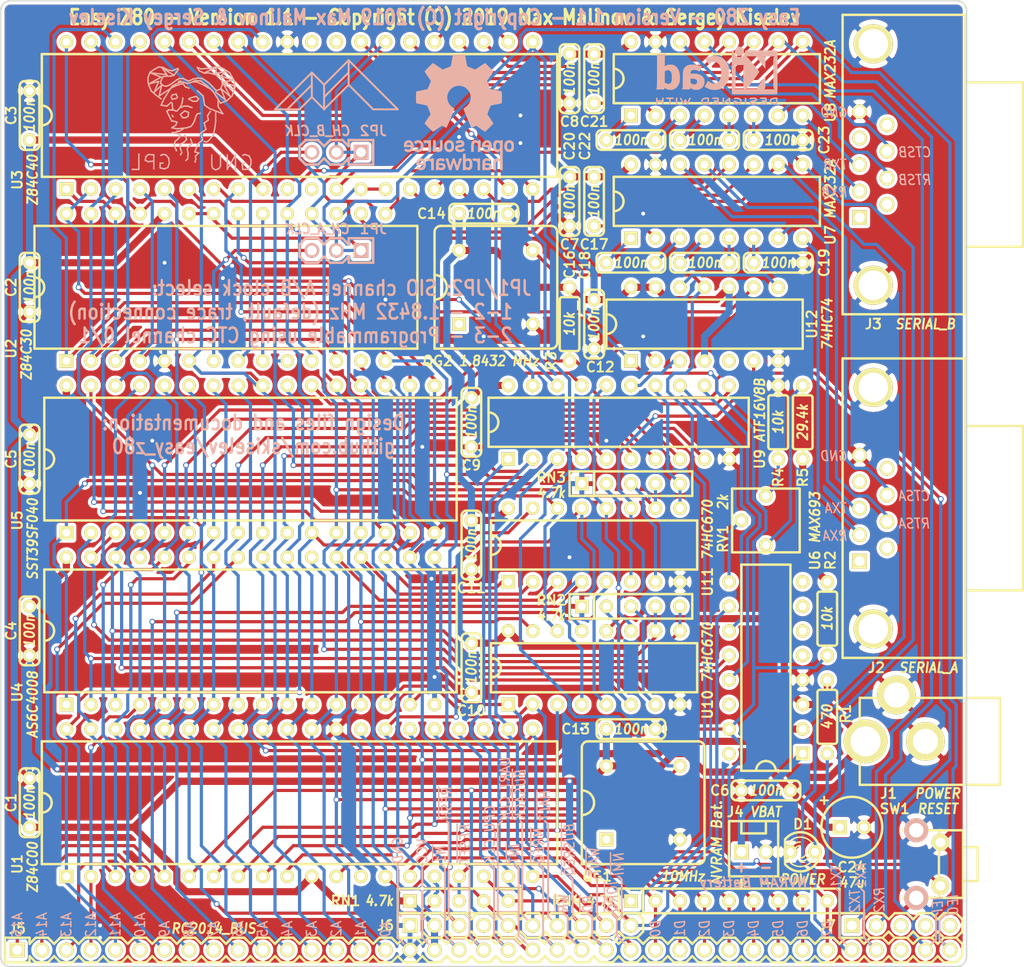
<source format=kicad_pcb>
(kicad_pcb (version 20171130) (host pcbnew "(5.1.0)-1")
  (layers (0 F.Cu signal) (31 B.Cu signal) (34 B.Paste user) (35 F.Paste user) (36 B.SilkS user) (37 F.SilkS user) (38 B.Mask user) (39 F.Mask user) (44 Edge.Cuts user))
  (net 0 "")
  (net 1 GND)
  (net 2 VCC)
  (net 3 /~RESET)
  (net 4 "Net-(C16-Pad1)")
  (net 5 "Net-(C16-Pad2)")
  (net 6 "Net-(C17-Pad1)")
  (net 7 "Net-(C18-Pad1)")
  (net 8 "Net-(C18-Pad2)")
  (net 9 "Net-(C19-Pad1)")
  (net 10 "Net-(C20-Pad1)")
  (net 11 "Net-(C20-Pad2)")
  (net 12 "Net-(C21-Pad1)")
  (net 13 "Net-(C22-Pad1)")
  (net 14 "Net-(C22-Pad2)")
  (net 15 "Net-(C23-Pad1)")
  (net 16 /A15)
  (net 17 /A14)
  (net 18 /A13)
  (net 19 /A12)
  (net 20 /A11)
  (net 21 /A10)
  (net 22 /A9)
  (net 23 /A8)
  (net 24 /A7)
  (net 25 /A6)
  (net 26 /A5)
  (net 27 /A4)
  (net 28 /A3)
  (net 29 /A2)
  (net 30 /A1)
  (net 31 /A0)
  (net 32 /~M1)
  (net 33 /CPU_CLK)
  (net 34 /~MREQ)
  (net 35 /~WR)
  (net 36 /~RD)
  (net 37 /~IORQ)
  (net 38 /D0)
  (net 39 /D1)
  (net 40 /D2)
  (net 41 /D3)
  (net 42 /D4)
  (net 43 /D5)
  (net 44 /D6)
  (net 45 /D7)
  (net 46 /~RFSH)
  (net 47 "Net-(J2-Pad4)")
  (net 48 /~BUSACK)
  (net 49 /~HALT)
  (net 50 /~BUSREQ)
  (net 51 /~WAIT)
  (net 52 /~NMI)
  (net 53 "Net-(J3-Pad1)")
  (net 54 /RXA)
  (net 55 /TXA)
  (net 56 "Net-(J3-Pad4)")
  (net 57 "Net-(J3-Pad9)")
  (net 58 /CTSA)
  (net 59 /RTSA)
  (net 60 "Net-(J3-Pad6)")
  (net 61 /RXB)
  (net 62 /TXB)
  (net 63 /CTSB)
  (net 64 /RTSB)
  (net 65 /~INT)
  (net 66 /MA14)
  (net 67 /MA15)
  (net 68 /MA16)
  (net 69 /MA17)
  (net 70 /MA18)
  (net 71 /MA19)
  (net 72 /MA20)
  (net 73 /MA21)
  (net 74 "Net-(RV1-Pad2)")
  (net 75 "Net-(U2-Pad11)")
  (net 76 /~CTC_CS)
  (net 77 /CTC_CLK)
  (net 78 "Net-(U3-Pad10)")
  (net 79 "Net-(U3-Pad11)")
  (net 80 /RXDA)
  (net 81 /TXDA)
  (net 82 "Net-(U3-Pad16)")
  (net 83 /~RTSA)
  (net 84 /~CTSA)
  (net 85 "Net-(U3-Pad22)")
  (net 86 /~CTSB)
  (net 87 /~RTSB)
  (net 88 /TXDB)
  (net 89 /RXDB)
  (net 90 "Net-(U3-Pad29)")
  (net 91 "Net-(U3-Pad30)")
  (net 92 /~SIO_CS)
  (net 93 /~RAM_CS)
  (net 94 /VRAM)
  (net 95 /~ROM_CS)
  (net 96 "Net-(U6-Pad5)")
  (net 97 "Net-(U6-Pad6)")
  (net 98 "Net-(U6-Pad8)")
  (net 99 /WDOG)
  (net 100 /~RAM_CSI)
  (net 101 "Net-(U6-Pad14)")
  (net 102 "Net-(U6-Pad16)")
  (net 103 /~PGEN_WR)
  (net 104 /~PAGE_WR)
  (net 105 /~PAGE_EN)
  (net 106 /USR1)
  (net 107 "Net-(U6-Pad7)")
  (net 108 "Net-(U12-Pad5)")
  (net 109 "Net-(U12-Pad12)")
  (net 110 /VBAT)
  (net 111 /CH_B_CLKI)
  (net 112 /CH_A_CLK)
  (net 113 /CH_A_CLKI)
  (net 114 "Net-(U2-Pad20)")
  (net 115 "Net-(D1-Pad2)")
  (net 116 "Net-(J2-Pad1)")
  (net 117 "Net-(J2-Pad9)")
  (net 118 "Net-(J2-Pad6)")
  (net 119 "Net-(J6-Pad4)")
  (net 120 /USR5)
  (net 121 /USR6)
  (net 122 /USR7)
  (net 123 /IEI)
  (net 124 /IEO)
  (net 125 "Net-(R4-Pad1)")
  (net 126 "Net-(R5-Pad2)")
  (module My_Components:Conn_Pin_Header_39x1_2.54mm (layer F.Cu) (at 127 175.26)
    (fp_text reference J5 (at -48.26 -2.2225) (layer F.SilkS) (effects (font (size 1.016 1.016) (thickness 0.2032))))
    (fp_text value RC2014_BUS (at -27.94 -2.2225) (layer F.SilkS) (effects (font (size 1.016 0.9144) (thickness 0.2032) italic)))
    (pad 1 thru_hole rect (at -48.26 0) (size 1.524 1.524) (drill 1.016) (layers *.Cu *.Mask F.SilkS) (net 16 /A15))
    (pad 2 thru_hole circle (at -45.72 0) (size 1.524 1.524) (drill 1.016) (layers *.Cu *.Mask F.SilkS) (net 17 /A14))
    (pad 3 thru_hole circle (at -43.18 0) (size 1.524 1.524) (drill 1.016) (layers *.Cu *.Mask F.SilkS) (net 18 /A13))
    (pad 4 thru_hole circle (at -40.64 0) (size 1.524 1.524) (drill 1.016) (layers *.Cu *.Mask F.SilkS) (net 19 /A12))
    (pad 5 thru_hole circle (at -38.1 0) (size 1.524 1.524) (drill 1.016) (layers *.Cu *.Mask F.SilkS) (net 20 /A11))
    (pad 6 thru_hole circle (at -35.56 0) (size 1.524 1.524) (drill 1.016) (layers *.Cu *.Mask F.SilkS) (net 21 /A10))
    (pad 7 thru_hole circle (at -33.02 0) (size 1.524 1.524) (drill 1.016) (layers *.Cu *.Mask F.SilkS) (net 22 /A9))
    (pad 8 thru_hole circle (at -30.48 0) (size 1.524 1.524) (drill 1.016) (layers *.Cu *.Mask F.SilkS) (net 23 /A8))
    (pad 9 thru_hole circle (at -27.94 0) (size 1.524 1.524) (drill 1.016) (layers *.Cu *.Mask F.SilkS) (net 24 /A7))
    (pad 10 thru_hole circle (at -25.4 0) (size 1.524 1.524) (drill 1.016) (layers *.Cu *.Mask F.SilkS) (net 25 /A6))
    (pad 11 thru_hole circle (at -22.86 0) (size 1.524 1.524) (drill 1.016) (layers *.Cu *.Mask F.SilkS) (net 26 /A5))
    (pad 12 thru_hole circle (at -20.32 0) (size 1.524 1.524) (drill 1.016) (layers *.Cu *.Mask F.SilkS) (net 27 /A4))
    (pad 13 thru_hole circle (at -17.78 0) (size 1.524 1.524) (drill 1.016) (layers *.Cu *.Mask F.SilkS) (net 28 /A3))
    (pad 14 thru_hole circle (at -15.24 0) (size 1.524 1.524) (drill 1.016) (layers *.Cu *.Mask F.SilkS) (net 29 /A2))
    (pad 15 thru_hole circle (at -12.7 0) (size 1.524 1.524) (drill 1.016) (layers *.Cu *.Mask F.SilkS) (net 30 /A1))
    (pad 16 thru_hole circle (at -10.16 0) (size 1.524 1.524) (drill 1.016) (layers *.Cu *.Mask F.SilkS) (net 31 /A0))
    (pad 17 thru_hole circle (at -7.62 0) (size 1.524 1.524) (drill 1.016) (layers *.Cu *.Mask F.SilkS) (net 1 GND))
    (pad 18 thru_hole circle (at -5.08 0) (size 1.524 1.524) (drill 1.016) (layers *.Cu *.Mask F.SilkS) (net 2 VCC))
    (pad 19 thru_hole circle (at -2.54 0) (size 1.524 1.524) (drill 1.016) (layers *.Cu *.Mask F.SilkS) (net 32 /~M1))
    (pad 20 thru_hole circle (at 0 0) (size 1.524 1.524) (drill 1.016) (layers *.Cu *.Mask F.SilkS) (net 3 /~RESET))
    (pad 21 thru_hole circle (at 2.54 0) (size 1.524 1.524) (drill 1.016) (layers *.Cu *.Mask F.SilkS) (net 33 /CPU_CLK))
    (pad 22 thru_hole circle (at 5.08 0) (size 1.524 1.524) (drill 1.016) (layers *.Cu *.Mask F.SilkS) (net 65 /~INT))
    (pad 23 thru_hole circle (at 7.62 0) (size 1.524 1.524) (drill 1.016) (layers *.Cu *.Mask F.SilkS) (net 34 /~MREQ))
    (pad 24 thru_hole circle (at 10.16 0) (size 1.524 1.524) (drill 1.016) (layers *.Cu *.Mask F.SilkS) (net 35 /~WR))
    (pad 25 thru_hole circle (at 12.7 0) (size 1.524 1.524) (drill 1.016) (layers *.Cu *.Mask F.SilkS) (net 36 /~RD))
    (pad 26 thru_hole circle (at 15.24 0) (size 1.524 1.524) (drill 1.016) (layers *.Cu *.Mask F.SilkS) (net 37 /~IORQ))
    (pad 27 thru_hole circle (at 17.78 0) (size 1.524 1.524) (drill 1.016) (layers *.Cu *.Mask F.SilkS) (net 38 /D0))
    (pad 28 thru_hole circle (at 20.32 0) (size 1.524 1.524) (drill 1.016) (layers *.Cu *.Mask F.SilkS) (net 39 /D1))
    (pad 29 thru_hole circle (at 22.86 0) (size 1.524 1.524) (drill 1.016) (layers *.Cu *.Mask F.SilkS) (net 40 /D2))
    (pad 30 thru_hole circle (at 25.4 0) (size 1.524 1.524) (drill 1.016) (layers *.Cu *.Mask F.SilkS) (net 41 /D3))
    (pad 31 thru_hole circle (at 27.94 0) (size 1.524 1.524) (drill 1.016) (layers *.Cu *.Mask F.SilkS) (net 42 /D4))
    (pad 32 thru_hole circle (at 30.48 0) (size 1.524 1.524) (drill 1.016) (layers *.Cu *.Mask F.SilkS) (net 43 /D5))
    (pad 33 thru_hole circle (at 33.02 0) (size 1.524 1.524) (drill 1.016) (layers *.Cu *.Mask F.SilkS) (net 44 /D6))
    (pad 34 thru_hole circle (at 35.56 0) (size 1.524 1.524) (drill 1.016) (layers *.Cu *.Mask F.SilkS) (net 45 /D7))
    (pad 35 thru_hole circle (at 38.1 0) (size 1.524 1.524) (drill 1.016) (layers *.Cu *.Mask F.SilkS) (net 81 /TXDA))
    (pad 36 thru_hole circle (at 40.64 0) (size 1.524 1.524) (drill 1.016) (layers *.Cu *.Mask F.SilkS) (net 80 /RXDA))
    (pad 37 thru_hole circle (at 43.18 0) (size 1.524 1.524) (drill 1.016) (layers *.Cu *.Mask F.SilkS) (net 106 /USR1))
    (pad 38 thru_hole circle (at 45.72 0) (size 1.524 1.524) (drill 1.016) (layers *.Cu *.Mask F.SilkS) (net 123 /IEI))
    (pad 39 thru_hole circle (at 48.26 0) (size 1.524 1.524) (drill 1.016) (layers *.Cu *.Mask F.SilkS) (net 124 /IEO))
  )
  (module My_Components:IC_DIP40_600 (layer F.Cu) (at 107.95 88.9)
    (fp_text reference U3 (at -29.21 6.6675 270) (layer F.SilkS) (effects (font (size 1.016 1.016) (thickness 0.2032))))
    (fp_text value Z84C40 (at -27.6225 6.6675 90) (layer F.SilkS) (effects (font (size 1.016 0.9144) (thickness 0.2032) italic)))
    (pad 1 thru_hole rect (at -24.13 7.62) (size 1.397 1.397) (drill 0.8128) (layers *.Cu *.Mask F.SilkS) (net 39 /D1))
    (pad 2 thru_hole circle (at -21.59 7.62) (size 1.397 1.397) (drill 0.8128) (layers *.Cu *.Mask F.SilkS) (net 41 /D3))
    (pad 3 thru_hole circle (at -19.05 7.62) (size 1.397 1.397) (drill 0.8128) (layers *.Cu *.Mask F.SilkS) (net 43 /D5))
    (pad 4 thru_hole circle (at -16.51 7.62) (size 1.397 1.397) (drill 0.8128) (layers *.Cu *.Mask F.SilkS) (net 45 /D7))
    (pad 5 thru_hole circle (at -13.97 7.62) (size 1.397 1.397) (drill 0.8128) (layers *.Cu *.Mask F.SilkS) (net 65 /~INT))
    (pad 6 thru_hole circle (at -11.43 7.62) (size 1.397 1.397) (drill 0.8128) (layers *.Cu *.Mask F.SilkS) (net 75 "Net-(U2-Pad11)"))
    (pad 7 thru_hole circle (at -8.89 7.62) (size 1.397 1.397) (drill 0.8128) (layers *.Cu *.Mask F.SilkS) (net 124 /IEO))
    (pad 8 thru_hole circle (at -6.35 7.62) (size 1.397 1.397) (drill 0.8128) (layers *.Cu *.Mask F.SilkS) (net 32 /~M1))
    (pad 9 thru_hole circle (at -3.81 7.62) (size 1.397 1.397) (drill 0.8128) (layers *.Cu *.Mask F.SilkS) (net 2 VCC))
    (pad 10 thru_hole circle (at -1.27 7.62) (size 1.397 1.397) (drill 0.8128) (layers *.Cu *.Mask F.SilkS) (net 78 "Net-(U3-Pad10)"))
    (pad 11 thru_hole circle (at 1.27 7.62) (size 1.397 1.397) (drill 0.8128) (layers *.Cu *.Mask F.SilkS) (net 79 "Net-(U3-Pad11)"))
    (pad 12 thru_hole circle (at 3.81 7.62) (size 1.397 1.397) (drill 0.8128) (layers *.Cu *.Mask F.SilkS) (net 80 /RXDA))
    (pad 13 thru_hole circle (at 6.35 7.62) (size 1.397 1.397) (drill 0.8128) (layers *.Cu *.Mask F.SilkS) (net 112 /CH_A_CLK))
    (pad 14 thru_hole circle (at 8.89 7.62) (size 1.397 1.397) (drill 0.8128) (layers *.Cu *.Mask F.SilkS) (net 112 /CH_A_CLK))
    (pad 15 thru_hole circle (at 11.43 7.62) (size 1.397 1.397) (drill 0.8128) (layers *.Cu *.Mask F.SilkS) (net 81 /TXDA))
    (pad 16 thru_hole circle (at 13.97 7.62) (size 1.397 1.397) (drill 0.8128) (layers *.Cu *.Mask F.SilkS) (net 82 "Net-(U3-Pad16)"))
    (pad 17 thru_hole circle (at 16.51 7.62) (size 1.397 1.397) (drill 0.8128) (layers *.Cu *.Mask F.SilkS) (net 83 /~RTSA))
    (pad 18 thru_hole circle (at 19.05 7.62) (size 1.397 1.397) (drill 0.8128) (layers *.Cu *.Mask F.SilkS) (net 84 /~CTSA))
    (pad 19 thru_hole circle (at 21.59 7.62) (size 1.397 1.397) (drill 0.8128) (layers *.Cu *.Mask F.SilkS) (net 82 "Net-(U3-Pad16)"))
    (pad 20 thru_hole circle (at 24.13 7.62) (size 1.397 1.397) (drill 0.8128) (layers *.Cu *.Mask F.SilkS) (net 33 /CPU_CLK))
    (pad 21 thru_hole circle (at 24.13 -7.62) (size 1.397 1.397) (drill 0.8128) (layers *.Cu *.Mask F.SilkS) (net 3 /~RESET))
    (pad 22 thru_hole circle (at 21.59 -7.62) (size 1.397 1.397) (drill 0.8128) (layers *.Cu *.Mask F.SilkS) (net 85 "Net-(U3-Pad22)"))
    (pad 23 thru_hole circle (at 19.05 -7.62) (size 1.397 1.397) (drill 0.8128) (layers *.Cu *.Mask F.SilkS) (net 86 /~CTSB))
    (pad 24 thru_hole circle (at 16.51 -7.62) (size 1.397 1.397) (drill 0.8128) (layers *.Cu *.Mask F.SilkS) (net 87 /~RTSB))
    (pad 25 thru_hole circle (at 13.97 -7.62) (size 1.397 1.397) (drill 0.8128) (layers *.Cu *.Mask F.SilkS) (net 85 "Net-(U3-Pad22)"))
    (pad 26 thru_hole circle (at 11.43 -7.62) (size 1.397 1.397) (drill 0.8128) (layers *.Cu *.Mask F.SilkS) (net 88 /TXDB))
    (pad 27 thru_hole circle (at 8.89 -7.62) (size 1.397 1.397) (drill 0.8128) (layers *.Cu *.Mask F.SilkS) (net 112 /CH_A_CLK))
    (pad 28 thru_hole circle (at 6.35 -7.62) (size 1.397 1.397) (drill 0.8128) (layers *.Cu *.Mask F.SilkS) (net 89 /RXDB))
    (pad 29 thru_hole circle (at 3.81 -7.62) (size 1.397 1.397) (drill 0.8128) (layers *.Cu *.Mask F.SilkS) (net 90 "Net-(U3-Pad29)"))
    (pad 30 thru_hole circle (at 1.27 -7.62) (size 1.397 1.397) (drill 0.8128) (layers *.Cu *.Mask F.SilkS) (net 91 "Net-(U3-Pad30)"))
    (pad 31 thru_hole circle (at -1.27 -7.62) (size 1.397 1.397) (drill 0.8128) (layers *.Cu *.Mask F.SilkS) (net 1 GND))
    (pad 32 thru_hole circle (at -3.81 -7.62) (size 1.397 1.397) (drill 0.8128) (layers *.Cu *.Mask F.SilkS) (net 36 /~RD))
    (pad 33 thru_hole circle (at -6.35 -7.62) (size 1.397 1.397) (drill 0.8128) (layers *.Cu *.Mask F.SilkS) (net 31 /A0))
    (pad 34 thru_hole circle (at -8.89 -7.62) (size 1.397 1.397) (drill 0.8128) (layers *.Cu *.Mask F.SilkS) (net 30 /A1))
    (pad 35 thru_hole circle (at -11.43 -7.62) (size 1.397 1.397) (drill 0.8128) (layers *.Cu *.Mask F.SilkS) (net 92 /~SIO_CS))
    (pad 36 thru_hole circle (at -13.97 -7.62) (size 1.397 1.397) (drill 0.8128) (layers *.Cu *.Mask F.SilkS) (net 37 /~IORQ))
    (pad 37 thru_hole circle (at -16.51 -7.62) (size 1.397 1.397) (drill 0.8128) (layers *.Cu *.Mask F.SilkS) (net 44 /D6))
    (pad 38 thru_hole circle (at -19.05 -7.62) (size 1.397 1.397) (drill 0.8128) (layers *.Cu *.Mask F.SilkS) (net 42 /D4))
    (pad 39 thru_hole circle (at -21.59 -7.62) (size 1.397 1.397) (drill 0.8128) (layers *.Cu *.Mask F.SilkS) (net 40 /D2))
    (pad 40 thru_hole circle (at -24.13 -7.62) (size 1.397 1.397) (drill 0.8128) (layers *.Cu *.Mask F.SilkS) (net 38 /D0))
  )
  (module My_Components:IC_DIP40_600 (layer F.Cu) (at 107.95 160.02)
    (fp_text reference U1 (at -29.21 6.35 90) (layer F.SilkS) (effects (font (size 1.016 1.016) (thickness 0.2032))))
    (fp_text value Z84C00 (at -27.6225 6.6675 90) (layer F.SilkS) (effects (font (size 1.016 0.9144) (thickness 0.2032) italic)))
    (pad 1 thru_hole rect (at -24.13 7.62) (size 1.397 1.397) (drill 0.8128) (layers *.Cu *.Mask F.SilkS) (net 20 /A11))
    (pad 2 thru_hole circle (at -21.59 7.62) (size 1.397 1.397) (drill 0.8128) (layers *.Cu *.Mask F.SilkS) (net 19 /A12))
    (pad 3 thru_hole circle (at -19.05 7.62) (size 1.397 1.397) (drill 0.8128) (layers *.Cu *.Mask F.SilkS) (net 18 /A13))
    (pad 4 thru_hole circle (at -16.51 7.62) (size 1.397 1.397) (drill 0.8128) (layers *.Cu *.Mask F.SilkS) (net 17 /A14))
    (pad 5 thru_hole circle (at -13.97 7.62) (size 1.397 1.397) (drill 0.8128) (layers *.Cu *.Mask F.SilkS) (net 16 /A15))
    (pad 6 thru_hole circle (at -11.43 7.62) (size 1.397 1.397) (drill 0.8128) (layers *.Cu *.Mask F.SilkS) (net 33 /CPU_CLK))
    (pad 7 thru_hole circle (at -8.89 7.62) (size 1.397 1.397) (drill 0.8128) (layers *.Cu *.Mask F.SilkS) (net 42 /D4))
    (pad 8 thru_hole circle (at -6.35 7.62) (size 1.397 1.397) (drill 0.8128) (layers *.Cu *.Mask F.SilkS) (net 41 /D3))
    (pad 9 thru_hole circle (at -3.81 7.62) (size 1.397 1.397) (drill 0.8128) (layers *.Cu *.Mask F.SilkS) (net 43 /D5))
    (pad 10 thru_hole circle (at -1.27 7.62) (size 1.397 1.397) (drill 0.8128) (layers *.Cu *.Mask F.SilkS) (net 44 /D6))
    (pad 11 thru_hole circle (at 1.27 7.62) (size 1.397 1.397) (drill 0.8128) (layers *.Cu *.Mask F.SilkS) (net 2 VCC))
    (pad 12 thru_hole circle (at 3.81 7.62) (size 1.397 1.397) (drill 0.8128) (layers *.Cu *.Mask F.SilkS) (net 40 /D2))
    (pad 13 thru_hole circle (at 6.35 7.62) (size 1.397 1.397) (drill 0.8128) (layers *.Cu *.Mask F.SilkS) (net 45 /D7))
    (pad 14 thru_hole circle (at 8.89 7.62) (size 1.397 1.397) (drill 0.8128) (layers *.Cu *.Mask F.SilkS) (net 38 /D0))
    (pad 15 thru_hole circle (at 11.43 7.62) (size 1.397 1.397) (drill 0.8128) (layers *.Cu *.Mask F.SilkS) (net 39 /D1))
    (pad 16 thru_hole circle (at 13.97 7.62) (size 1.397 1.397) (drill 0.8128) (layers *.Cu *.Mask F.SilkS) (net 65 /~INT))
    (pad 17 thru_hole circle (at 16.51 7.62) (size 1.397 1.397) (drill 0.8128) (layers *.Cu *.Mask F.SilkS) (net 52 /~NMI))
    (pad 18 thru_hole circle (at 19.05 7.62) (size 1.397 1.397) (drill 0.8128) (layers *.Cu *.Mask F.SilkS) (net 49 /~HALT))
    (pad 19 thru_hole circle (at 21.59 7.62) (size 1.397 1.397) (drill 0.8128) (layers *.Cu *.Mask F.SilkS) (net 34 /~MREQ))
    (pad 20 thru_hole circle (at 24.13 7.62) (size 1.397 1.397) (drill 0.8128) (layers *.Cu *.Mask F.SilkS) (net 37 /~IORQ))
    (pad 21 thru_hole circle (at 24.13 -7.62) (size 1.397 1.397) (drill 0.8128) (layers *.Cu *.Mask F.SilkS) (net 36 /~RD))
    (pad 22 thru_hole circle (at 21.59 -7.62) (size 1.397 1.397) (drill 0.8128) (layers *.Cu *.Mask F.SilkS) (net 35 /~WR))
    (pad 23 thru_hole circle (at 19.05 -7.62) (size 1.397 1.397) (drill 0.8128) (layers *.Cu *.Mask F.SilkS) (net 48 /~BUSACK))
    (pad 24 thru_hole circle (at 16.51 -7.62) (size 1.397 1.397) (drill 0.8128) (layers *.Cu *.Mask F.SilkS) (net 51 /~WAIT))
    (pad 25 thru_hole circle (at 13.97 -7.62) (size 1.397 1.397) (drill 0.8128) (layers *.Cu *.Mask F.SilkS) (net 50 /~BUSREQ))
    (pad 26 thru_hole circle (at 11.43 -7.62) (size 1.397 1.397) (drill 0.8128) (layers *.Cu *.Mask F.SilkS) (net 3 /~RESET))
    (pad 27 thru_hole circle (at 8.89 -7.62) (size 1.397 1.397) (drill 0.8128) (layers *.Cu *.Mask F.SilkS) (net 32 /~M1))
    (pad 28 thru_hole circle (at 6.35 -7.62) (size 1.397 1.397) (drill 0.8128) (layers *.Cu *.Mask F.SilkS) (net 46 /~RFSH))
    (pad 29 thru_hole circle (at 3.81 -7.62) (size 1.397 1.397) (drill 0.8128) (layers *.Cu *.Mask F.SilkS) (net 1 GND))
    (pad 30 thru_hole circle (at 1.27 -7.62) (size 1.397 1.397) (drill 0.8128) (layers *.Cu *.Mask F.SilkS) (net 31 /A0))
    (pad 31 thru_hole circle (at -1.27 -7.62) (size 1.397 1.397) (drill 0.8128) (layers *.Cu *.Mask F.SilkS) (net 30 /A1))
    (pad 32 thru_hole circle (at -3.81 -7.62) (size 1.397 1.397) (drill 0.8128) (layers *.Cu *.Mask F.SilkS) (net 29 /A2))
    (pad 33 thru_hole circle (at -6.35 -7.62) (size 1.397 1.397) (drill 0.8128) (layers *.Cu *.Mask F.SilkS) (net 28 /A3))
    (pad 34 thru_hole circle (at -8.89 -7.62) (size 1.397 1.397) (drill 0.8128) (layers *.Cu *.Mask F.SilkS) (net 27 /A4))
    (pad 35 thru_hole circle (at -11.43 -7.62) (size 1.397 1.397) (drill 0.8128) (layers *.Cu *.Mask F.SilkS) (net 26 /A5))
    (pad 36 thru_hole circle (at -13.97 -7.62) (size 1.397 1.397) (drill 0.8128) (layers *.Cu *.Mask F.SilkS) (net 25 /A6))
    (pad 37 thru_hole circle (at -16.51 -7.62) (size 1.397 1.397) (drill 0.8128) (layers *.Cu *.Mask F.SilkS) (net 24 /A7))
    (pad 38 thru_hole circle (at -19.05 -7.62) (size 1.397 1.397) (drill 0.8128) (layers *.Cu *.Mask F.SilkS) (net 23 /A8))
    (pad 39 thru_hole circle (at -21.59 -7.62) (size 1.397 1.397) (drill 0.8128) (layers *.Cu *.Mask F.SilkS) (net 22 /A9))
    (pad 40 thru_hole circle (at -24.13 -7.62) (size 1.397 1.397) (drill 0.8128) (layers *.Cu *.Mask F.SilkS) (net 21 /A10))
  )
  (module My_Components:Cap_Cer_508 (layer F.Cu) (at 80.01 160.02 90)
    (fp_text reference C1 (at 0 -1.905 90) (layer F.SilkS) (effects (font (size 1.016 1.016) (thickness 0.2032))))
    (fp_text value 100n (at 0 0 90) (layer F.SilkS) (effects (font (size 1.016 0.9144) (thickness 0.2032) italic)))
    (pad 1 thru_hole circle (at -2.54 0 90) (size 1.397 1.397) (drill 0.8128) (layers *.Cu *.Mask F.SilkS) (net 2 VCC))
    (pad 2 thru_hole circle (at 2.54 0 90) (size 1.397 1.397) (drill 0.8128) (layers *.Cu *.Mask F.SilkS) (net 1 GND))
  )
  (module My_Components:Cap_Cer_508 (layer F.Cu) (at 80.01 106.68 270)
    (fp_text reference C2 (at 0 1.905 270) (layer F.SilkS) (effects (font (size 1.016 1.016) (thickness 0.2032))))
    (fp_text value 100n (at 0 0 270) (layer F.SilkS) (effects (font (size 1.016 0.9144) (thickness 0.2032) italic)))
    (pad 1 thru_hole circle (at -2.54 0 270) (size 1.397 1.397) (drill 0.8128) (layers *.Cu *.Mask F.SilkS) (net 2 VCC))
    (pad 2 thru_hole circle (at 2.54 0 270) (size 1.397 1.397) (drill 0.8128) (layers *.Cu *.Mask F.SilkS) (net 1 GND))
  )
  (module My_Components:Cap_Cer_508 (layer F.Cu) (at 80.01 88.9 90)
    (fp_text reference C3 (at 0 -1.905 90) (layer F.SilkS) (effects (font (size 1.016 1.016) (thickness 0.2032))))
    (fp_text value 100n (at 0 0 90) (layer F.SilkS) (effects (font (size 1.016 0.9144) (thickness 0.2032) italic)))
    (pad 1 thru_hole circle (at -2.54 0 90) (size 1.397 1.397) (drill 0.8128) (layers *.Cu *.Mask F.SilkS) (net 2 VCC))
    (pad 2 thru_hole circle (at 2.54 0 90) (size 1.397 1.397) (drill 0.8128) (layers *.Cu *.Mask F.SilkS) (net 1 GND))
  )
  (module My_Components:Cap_Cer_508 (layer F.Cu) (at 80.01 142.24 270)
    (fp_text reference C4 (at 0 1.905 270) (layer F.SilkS) (effects (font (size 1.016 1.016) (thickness 0.2032))))
    (fp_text value 100n (at 0 0 270) (layer F.SilkS) (effects (font (size 1.016 0.9144) (thickness 0.2032) italic)))
    (pad 1 thru_hole circle (at -2.54 0 270) (size 1.397 1.397) (drill 0.8128) (layers *.Cu *.Mask F.SilkS) (net 94 /VRAM))
    (pad 2 thru_hole circle (at 2.54 0 270) (size 1.397 1.397) (drill 0.8128) (layers *.Cu *.Mask F.SilkS) (net 1 GND))
  )
  (module My_Components:Cap_Cer_508 (layer F.Cu) (at 80.01 124.46 270)
    (fp_text reference C5 (at 0 1.905 270) (layer F.SilkS) (effects (font (size 1.016 1.016) (thickness 0.2032))))
    (fp_text value 100n (at 0 0 270) (layer F.SilkS) (effects (font (size 1.016 0.9144) (thickness 0.2032) italic)))
    (pad 1 thru_hole circle (at -2.54 0 270) (size 1.397 1.397) (drill 0.8128) (layers *.Cu *.Mask F.SilkS) (net 2 VCC))
    (pad 2 thru_hole circle (at 2.54 0 270) (size 1.397 1.397) (drill 0.8128) (layers *.Cu *.Mask F.SilkS) (net 1 GND))
  )
  (module My_Components:Cap_Cer_508 (layer F.Cu) (at 156.21 158.75 180)
    (fp_text reference C6 (at 4.7625 0 180) (layer F.SilkS) (effects (font (size 1.016 1.016) (thickness 0.2032))))
    (fp_text value 100n (at 0 0 180) (layer F.SilkS) (effects (font (size 1.016 0.9144) (thickness 0.2032) italic)))
    (pad 1 thru_hole circle (at -2.54 0 180) (size 1.397 1.397) (drill 0.8128) (layers *.Cu *.Mask F.SilkS) (net 2 VCC))
    (pad 2 thru_hole circle (at 2.54 0 180) (size 1.397 1.397) (drill 0.8128) (layers *.Cu *.Mask F.SilkS) (net 1 GND))
  )
  (module My_Components:Cap_Cer_508 (layer F.Cu) (at 135.89 97.79 270)
    (fp_text reference C7 (at 4.445 0) (layer F.SilkS) (effects (font (size 1.016 1.016) (thickness 0.2032))))
    (fp_text value 100n (at 0 0 270) (layer F.SilkS) (effects (font (size 1.016 0.9144) (thickness 0.2032) italic)))
    (pad 1 thru_hole circle (at -2.54 0 270) (size 1.397 1.397) (drill 0.8128) (layers *.Cu *.Mask F.SilkS) (net 2 VCC))
    (pad 2 thru_hole circle (at 2.54 0 270) (size 1.397 1.397) (drill 0.8128) (layers *.Cu *.Mask F.SilkS) (net 1 GND))
  )
  (module My_Components:Cap_Cer_508 (layer F.Cu) (at 135.89 85.09 270)
    (fp_text reference C8 (at 4.445 0) (layer F.SilkS) (effects (font (size 1.016 1.016) (thickness 0.2032))))
    (fp_text value 100n (at 0 0 270) (layer F.SilkS) (effects (font (size 1.016 0.9144) (thickness 0.2032) italic)))
    (pad 1 thru_hole circle (at -2.54 0 270) (size 1.397 1.397) (drill 0.8128) (layers *.Cu *.Mask F.SilkS) (net 2 VCC))
    (pad 2 thru_hole circle (at 2.54 0 270) (size 1.397 1.397) (drill 0.8128) (layers *.Cu *.Mask F.SilkS) (net 1 GND))
  )
  (module My_Components:Cap_Cer_508 (layer F.Cu) (at 125.73 120.65 270)
    (fp_text reference C9 (at 4.445 0) (layer F.SilkS) (effects (font (size 1.016 1.016) (thickness 0.2032))))
    (fp_text value 100n (at 0 0 90) (layer F.SilkS) (effects (font (size 1.016 0.9144) (thickness 0.2032) italic)))
    (pad 1 thru_hole circle (at -2.54 0 270) (size 1.397 1.397) (drill 0.8128) (layers *.Cu *.Mask F.SilkS) (net 2 VCC))
    (pad 2 thru_hole circle (at 2.54 0 270) (size 1.397 1.397) (drill 0.8128) (layers *.Cu *.Mask F.SilkS) (net 1 GND))
  )
  (module My_Components:Cap_Cer_508 (layer F.Cu) (at 125.73 146.05 270)
    (fp_text reference C10 (at 4.445 0) (layer F.SilkS) (effects (font (size 1.016 1.016) (thickness 0.2032))))
    (fp_text value 100n (at 0 0 270) (layer F.SilkS) (effects (font (size 1.016 0.9144) (thickness 0.2032) italic)))
    (pad 1 thru_hole circle (at -2.54 0 270) (size 1.397 1.397) (drill 0.8128) (layers *.Cu *.Mask F.SilkS) (net 2 VCC))
    (pad 2 thru_hole circle (at 2.54 0 270) (size 1.397 1.397) (drill 0.8128) (layers *.Cu *.Mask F.SilkS) (net 1 GND))
  )
  (module My_Components:Cap_Cer_508 (layer F.Cu) (at 125.73 133.35 270)
    (fp_text reference C11 (at 4.445 0) (layer F.SilkS) (effects (font (size 1.016 1.016) (thickness 0.2032))))
    (fp_text value 100n (at 0 0 270) (layer F.SilkS) (effects (font (size 1.016 0.9144) (thickness 0.2032) italic)))
    (pad 1 thru_hole circle (at -2.54 0 270) (size 1.397 1.397) (drill 0.8128) (layers *.Cu *.Mask F.SilkS) (net 2 VCC))
    (pad 2 thru_hole circle (at 2.54 0 270) (size 1.397 1.397) (drill 0.8128) (layers *.Cu *.Mask F.SilkS) (net 1 GND))
  )
  (module My_Components:Cap_Cer_508 (layer F.Cu) (at 138.43 110.49 270)
    (fp_text reference C12 (at 4.445 -0.635) (layer F.SilkS) (effects (font (size 1.016 1.016) (thickness 0.2032))))
    (fp_text value 100n (at 0 0 270) (layer F.SilkS) (effects (font (size 1.016 0.9144) (thickness 0.2032) italic)))
    (pad 1 thru_hole circle (at -2.54 0 270) (size 1.397 1.397) (drill 0.8128) (layers *.Cu *.Mask F.SilkS) (net 2 VCC))
    (pad 2 thru_hole circle (at 2.54 0 270) (size 1.397 1.397) (drill 0.8128) (layers *.Cu *.Mask F.SilkS) (net 1 GND))
  )
  (module My_Components:Cap_Cer_508 (layer F.Cu) (at 142.24 152.4)
    (fp_text reference C13 (at -5.715 0) (layer F.SilkS) (effects (font (size 1.016 1.016) (thickness 0.2032))))
    (fp_text value 100n (at 0 0) (layer F.SilkS) (effects (font (size 1.016 0.9144) (thickness 0.2032) italic)))
    (pad 1 thru_hole circle (at -2.54 0) (size 1.397 1.397) (drill 0.8128) (layers *.Cu *.Mask F.SilkS) (net 2 VCC))
    (pad 2 thru_hole circle (at 2.54 0) (size 1.397 1.397) (drill 0.8128) (layers *.Cu *.Mask F.SilkS) (net 1 GND))
  )
  (module My_Components:Cap_Cer_508 (layer F.Cu) (at 127 99.06)
    (fp_text reference C14 (at -5.3975 0) (layer F.SilkS) (effects (font (size 1.016 1.016) (thickness 0.2032))))
    (fp_text value 100n (at 0 0) (layer F.SilkS) (effects (font (size 1.016 0.9144) (thickness 0.2032) italic)))
    (pad 1 thru_hole circle (at -2.54 0) (size 1.397 1.397) (drill 0.8128) (layers *.Cu *.Mask F.SilkS) (net 2 VCC))
    (pad 2 thru_hole circle (at 2.54 0) (size 1.397 1.397) (drill 0.8128) (layers *.Cu *.Mask F.SilkS) (net 1 GND))
  )
  (module My_Components:Cap_Cer_508 (layer F.Cu) (at 142.24 104.14 180)
    (fp_text reference C16 (at 6.35 -0.1905 270) (layer F.SilkS) (effects (font (size 1.016 1.016) (thickness 0.2032))))
    (fp_text value 100n (at 0 0 180) (layer F.SilkS) (effects (font (size 1.016 0.9144) (thickness 0.2032) italic)))
    (pad 1 thru_hole circle (at -2.54 0 180) (size 1.397 1.397) (drill 0.8128) (layers *.Cu *.Mask F.SilkS) (net 4 "Net-(C16-Pad1)"))
    (pad 2 thru_hole circle (at 2.54 0 180) (size 1.397 1.397) (drill 0.8128) (layers *.Cu *.Mask F.SilkS) (net 5 "Net-(C16-Pad2)"))
  )
  (module My_Components:Cap_Cer_508 (layer F.Cu) (at 138.43 97.79 90)
    (fp_text reference C17 (at -4.445 0 180) (layer F.SilkS) (effects (font (size 1.016 1.016) (thickness 0.2032))))
    (fp_text value 100n (at 0 0 90) (layer F.SilkS) (effects (font (size 1.016 0.9144) (thickness 0.2032) italic)))
    (pad 1 thru_hole circle (at -2.54 0 90) (size 1.397 1.397) (drill 0.8128) (layers *.Cu *.Mask F.SilkS) (net 6 "Net-(C17-Pad1)"))
    (pad 2 thru_hole circle (at 2.54 0 90) (size 1.397 1.397) (drill 0.8128) (layers *.Cu *.Mask F.SilkS) (net 2 VCC))
  )
  (module My_Components:Cap_Cer_508 (layer F.Cu) (at 149.86 104.14 180)
    (fp_text reference C18 (at 12.3825 -0.254 270) (layer F.SilkS) (effects (font (size 1.016 1.016) (thickness 0.2032))))
    (fp_text value 100n (at 0 0 180) (layer F.SilkS) (effects (font (size 1.016 0.9144) (thickness 0.2032) italic)))
    (pad 1 thru_hole circle (at -2.54 0 180) (size 1.397 1.397) (drill 0.8128) (layers *.Cu *.Mask F.SilkS) (net 7 "Net-(C18-Pad1)"))
    (pad 2 thru_hole circle (at 2.54 0 180) (size 1.397 1.397) (drill 0.8128) (layers *.Cu *.Mask F.SilkS) (net 8 "Net-(C18-Pad2)"))
  )
  (module My_Components:Cap_Cer_508 (layer F.Cu) (at 157.48 104.14)
    (fp_text reference C19 (at 4.7625 0 90) (layer F.SilkS) (effects (font (size 1.016 1.016) (thickness 0.2032))))
    (fp_text value 100n (at 0 0) (layer F.SilkS) (effects (font (size 1.016 0.9144) (thickness 0.2032) italic)))
    (pad 1 thru_hole circle (at -2.54 0) (size 1.397 1.397) (drill 0.8128) (layers *.Cu *.Mask F.SilkS) (net 9 "Net-(C19-Pad1)"))
    (pad 2 thru_hole circle (at 2.54 0) (size 1.397 1.397) (drill 0.8128) (layers *.Cu *.Mask F.SilkS) (net 1 GND))
  )
  (module My_Components:Cap_Cer_508 (layer F.Cu) (at 142.24 91.44 180)
    (fp_text reference C20 (at 6.35 -0.635 270) (layer F.SilkS) (effects (font (size 1.016 1.016) (thickness 0.2032))))
    (fp_text value 100n (at 0 0 180) (layer F.SilkS) (effects (font (size 1.016 0.9144) (thickness 0.2032) italic)))
    (pad 1 thru_hole circle (at -2.54 0 180) (size 1.397 1.397) (drill 0.8128) (layers *.Cu *.Mask F.SilkS) (net 10 "Net-(C20-Pad1)"))
    (pad 2 thru_hole circle (at 2.54 0 180) (size 1.397 1.397) (drill 0.8128) (layers *.Cu *.Mask F.SilkS) (net 11 "Net-(C20-Pad2)"))
  )
  (module My_Components:Cap_Cer_508 (layer F.Cu) (at 138.43 85.09 90)
    (fp_text reference C21 (at -4.445 0 180) (layer F.SilkS) (effects (font (size 1.016 1.016) (thickness 0.2032))))
    (fp_text value 100n (at 0 0 90) (layer F.SilkS) (effects (font (size 1.016 0.9144) (thickness 0.2032) italic)))
    (pad 1 thru_hole circle (at -2.54 0 90) (size 1.397 1.397) (drill 0.8128) (layers *.Cu *.Mask F.SilkS) (net 12 "Net-(C21-Pad1)"))
    (pad 2 thru_hole circle (at 2.54 0 90) (size 1.397 1.397) (drill 0.8128) (layers *.Cu *.Mask F.SilkS) (net 2 VCC))
  )
  (module My_Components:Cap_Cer_508 (layer F.Cu) (at 149.86 91.44 180)
    (fp_text reference C22 (at 12.3825 -0.635 270) (layer F.SilkS) (effects (font (size 1.016 1.016) (thickness 0.2032))))
    (fp_text value 100n (at 0 0 180) (layer F.SilkS) (effects (font (size 1.016 0.9144) (thickness 0.2032) italic)))
    (pad 1 thru_hole circle (at -2.54 0 180) (size 1.397 1.397) (drill 0.8128) (layers *.Cu *.Mask F.SilkS) (net 13 "Net-(C22-Pad1)"))
    (pad 2 thru_hole circle (at 2.54 0 180) (size 1.397 1.397) (drill 0.8128) (layers *.Cu *.Mask F.SilkS) (net 14 "Net-(C22-Pad2)"))
  )
  (module My_Components:Cap_Cer_508 (layer F.Cu) (at 157.48 91.44)
    (fp_text reference C23 (at 4.7625 0 90) (layer F.SilkS) (effects (font (size 1.016 1.016) (thickness 0.2032))))
    (fp_text value 100n (at 0.3175 0) (layer F.SilkS) (effects (font (size 1.016 0.9144) (thickness 0.2032) italic)))
    (pad 1 thru_hole circle (at -2.54 0) (size 1.397 1.397) (drill 0.8128) (layers *.Cu *.Mask F.SilkS) (net 15 "Net-(C23-Pad1)"))
    (pad 2 thru_hole circle (at 2.54 0) (size 1.397 1.397) (drill 0.8128) (layers *.Cu *.Mask F.SilkS) (net 1 GND))
  )
  (module My_Components:Cap_Elec_Radial_6.3mm (layer F.Cu) (at 165.1 162.56)
    (fp_text reference C24 (at 0 4.1275) (layer F.SilkS) (effects (font (size 1.016 1.016) (thickness 0.2032))))
    (fp_text value 47u (at 0 5.715) (layer F.SilkS) (effects (font (size 1.016 0.9144) (thickness 0.2032) italic)))
    (fp_text user + (at -2.8575 -2.8575) (layer F.SilkS) (effects (font (size 1.016 1.016) (thickness 0.2032))))
    (pad 1 thru_hole rect (at -1.25 0) (size 1.49098 1.49098) (drill 0.8001) (layers *.Cu *.Mask F.SilkS) (net 2 VCC))
    (pad 2 thru_hole circle (at 1.25 0) (size 1.49098 1.49098) (drill 0.8001) (layers *.Cu *.Mask F.SilkS) (net 1 GND))
  )
  (module My_Components:Conn_Dsub_DE9M (layer F.Cu) (at 167.3225 129.54 270)
    (fp_text reference J2 (at 16.51 -0.3175) (layer F.SilkS) (effects (font (size 1.016 1.016) (thickness 0.2032))))
    (fp_text value SERIAL_A (at 16.51 -5.715) (layer F.SilkS) (effects (font (size 1.016 0.9144) (thickness 0.2032) italic)))
    (pad GND thru_hole circle (at 12.49426 0 270) (size 4.04876 4.04876) (drill 3.05054) (layers *.Cu *.Mask F.SilkS) (net 1 GND))
    (pad GND thru_hole circle (at -12.49426 0 270) (size 4.04876 4.04876) (drill 3.05054) (layers *.Cu *.Mask F.SilkS) (net 1 GND))
    (pad 1 thru_hole rect (at 5.4864 1.4224 270) (size 1.524 1.524) (drill 1.0414) (layers *.Cu *.Mask F.SilkS) (net 116 "Net-(J2-Pad1)"))
    (pad 2 thru_hole circle (at 2.7432 1.4224 270) (size 1.524 1.524) (drill 1.0414) (layers *.Cu *.Mask F.SilkS) (net 54 /RXA))
    (pad 3 thru_hole circle (at 0 1.4224 270) (size 1.524 1.524) (drill 1.0414) (layers *.Cu *.Mask F.SilkS) (net 55 /TXA))
    (pad 4 thru_hole circle (at -2.7432 1.4224 270) (size 1.524 1.524) (drill 1.0414) (layers *.Cu *.Mask F.SilkS) (net 47 "Net-(J2-Pad4)"))
    (pad 5 thru_hole circle (at -5.4864 1.4224 270) (size 1.524 1.524) (drill 1.0414) (layers *.Cu *.Mask F.SilkS) (net 1 GND))
    (pad 9 thru_hole circle (at -4.1148 -1.4224 270) (size 1.524 1.524) (drill 1.0414) (layers *.Cu *.Mask F.SilkS) (net 117 "Net-(J2-Pad9)"))
    (pad 8 thru_hole circle (at -1.3716 -1.4224 270) (size 1.524 1.524) (drill 1.0414) (layers *.Cu *.Mask F.SilkS) (net 58 /CTSA))
    (pad 7 thru_hole circle (at 1.397 -1.4224 270) (size 1.524 1.524) (drill 1.0414) (layers *.Cu *.Mask F.SilkS) (net 59 /RTSA))
    (pad 6 thru_hole circle (at 4.1148 -1.4224 270) (size 1.524 1.524) (drill 1.0414) (layers *.Cu *.Mask F.SilkS) (net 118 "Net-(J2-Pad6)"))
  )
  (module My_Components:Conn_Dsub_DE9M (layer F.Cu) (at 167.3225 93.98 270)
    (fp_text reference J3 (at 16.51 0) (layer F.SilkS) (effects (font (size 1.016 1.016) (thickness 0.2032))))
    (fp_text value SERIAL_B (at 16.51 -5.3975) (layer F.SilkS) (effects (font (size 1.016 0.9144) (thickness 0.2032) italic)))
    (pad GND thru_hole circle (at 12.49426 0 270) (size 4.04876 4.04876) (drill 3.05054) (layers *.Cu *.Mask F.SilkS) (net 1 GND))
    (pad GND thru_hole circle (at -12.49426 0 270) (size 4.04876 4.04876) (drill 3.05054) (layers *.Cu *.Mask F.SilkS) (net 1 GND))
    (pad 1 thru_hole rect (at 5.4864 1.4224 270) (size 1.524 1.524) (drill 1.0414) (layers *.Cu *.Mask F.SilkS) (net 53 "Net-(J3-Pad1)"))
    (pad 2 thru_hole circle (at 2.7432 1.4224 270) (size 1.524 1.524) (drill 1.0414) (layers *.Cu *.Mask F.SilkS) (net 61 /RXB))
    (pad 3 thru_hole circle (at 0 1.4224 270) (size 1.524 1.524) (drill 1.0414) (layers *.Cu *.Mask F.SilkS) (net 62 /TXB))
    (pad 4 thru_hole circle (at -2.7432 1.4224 270) (size 1.524 1.524) (drill 1.0414) (layers *.Cu *.Mask F.SilkS) (net 56 "Net-(J3-Pad4)"))
    (pad 5 thru_hole circle (at -5.4864 1.4224 270) (size 1.524 1.524) (drill 1.0414) (layers *.Cu *.Mask F.SilkS) (net 1 GND))
    (pad 9 thru_hole circle (at -4.1148 -1.4224 270) (size 1.524 1.524) (drill 1.0414) (layers *.Cu *.Mask F.SilkS) (net 57 "Net-(J3-Pad9)"))
    (pad 8 thru_hole circle (at -1.3716 -1.4224 270) (size 1.524 1.524) (drill 1.0414) (layers *.Cu *.Mask F.SilkS) (net 63 /CTSB))
    (pad 7 thru_hole circle (at 1.397 -1.4224 270) (size 1.524 1.524) (drill 1.0414) (layers *.Cu *.Mask F.SilkS) (net 64 /RTSB))
    (pad 6 thru_hole circle (at 4.1148 -1.4224 270) (size 1.524 1.524) (drill 1.0414) (layers *.Cu *.Mask F.SilkS) (net 60 "Net-(J3-Pad6)"))
  )
  (module My_Components:Conn_Power_Jack_Circular_Pads (layer F.Cu) (at 172.72 153.67 180)
    (fp_text reference J1 (at 3.81 -5.3975 180) (layer F.SilkS) (effects (font (size 1.016 1.016) (thickness 0.2032))))
    (fp_text value POWER (at -1.27 -5.3975) (layer F.SilkS) (effects (font (size 1.016 0.9144) (thickness 0.2032) italic)))
    (pad 2 thru_hole circle (at 0 0 180) (size 4 4) (drill 2.6) (layers *.Cu *.Mask F.SilkS) (net 1 GND))
    (pad 1 thru_hole circle (at 6.20014 0 180) (size 4.5 4.5) (drill 3.1) (layers *.Cu *.Mask F.SilkS) (net 2 VCC))
    (pad 3 thru_hole circle (at 2.99974 4.8006 180) (size 4 4) (drill 2.6) (layers *.Cu *.Mask F.SilkS) (net 1 GND))
  )
  (module My_Components:OSC_Half_Can_DIP8 (layer F.Cu) (at 143.51 160.02)
    (fp_text reference QG1 (at -4.7625 7.62) (layer F.SilkS) (effects (font (size 1.016 1.016) (thickness 0.2032))))
    (fp_text value 10MHz (at 4.1275 7.62) (layer F.SilkS) (effects (font (size 1.016 0.9144) (thickness 0.2032) italic)))
    (pad 1 thru_hole rect (at -3.81 3.81) (size 1.397 1.397) (drill 0.8128) (layers *.Cu *.Mask F.SilkS))
    (pad 4 thru_hole circle (at 3.81 3.81) (size 1.397 1.397) (drill 0.8128) (layers *.Cu *.Mask F.SilkS) (net 1 GND))
    (pad 5 thru_hole circle (at 3.81 -3.81) (size 1.397 1.397) (drill 0.8128) (layers *.Cu *.Mask F.SilkS) (net 33 /CPU_CLK))
    (pad 8 thru_hole circle (at -3.81 -3.81) (size 1.397 1.397) (drill 0.8128) (layers *.Cu *.Mask F.SilkS) (net 2 VCC))
  )
  (module My_Components:OSC_Half_Can_DIP8 (layer F.Cu) (at 128.27 106.68)
    (fp_text reference QG2 (at -6.0325 7.62) (layer F.SilkS) (effects (font (size 1.016 1.016) (thickness 0.2032))))
    (fp_text value "1.8432 MHz" (at 0.3175 7.62) (layer F.SilkS) (effects (font (size 1.016 0.9144) (thickness 0.2032) italic)))
    (pad 1 thru_hole rect (at -3.81 3.81) (size 1.397 1.397) (drill 0.8128) (layers *.Cu *.Mask F.SilkS))
    (pad 4 thru_hole circle (at 3.81 3.81) (size 1.397 1.397) (drill 0.8128) (layers *.Cu *.Mask F.SilkS) (net 1 GND))
    (pad 5 thru_hole circle (at 3.81 -3.81) (size 1.397 1.397) (drill 0.8128) (layers *.Cu *.Mask F.SilkS) (net 112 /CH_A_CLK))
    (pad 8 thru_hole circle (at -3.81 -3.81) (size 1.397 1.397) (drill 0.8128) (layers *.Cu *.Mask F.SilkS) (net 2 VCC))
  )
  (module My_Components:Trimmer_Bourns_3362P (layer F.Cu) (at 156.21 130.81 90)
    (fp_text reference RV1 (at -1.905 -4.445 90) (layer F.SilkS) (effects (font (size 1.016 1.016) (thickness 0.2032))))
    (fp_text value 2k (at 1.905 -4.445 90) (layer F.SilkS) (effects (font (size 1.016 0.9144) (thickness 0.2032) italic)))
    (pad 1 thru_hole circle (at -2.54 0 90) (size 1.397 1.397) (drill 0.8128) (layers *.Cu *.Mask F.SilkS) (net 126 "Net-(R5-Pad2)"))
    (pad 2 thru_hole circle (at 0 -2.54 90) (size 1.397 1.397) (drill 0.8128) (layers *.Cu *.Mask F.SilkS) (net 74 "Net-(RV1-Pad2)"))
    (pad 3 thru_hole circle (at 2.54 0 90) (size 1.397 1.397) (drill 0.8128) (layers *.Cu *.Mask F.SilkS) (net 125 "Net-(R4-Pad1)"))
  )
  (module My_Components:Switch_Tactile_6mm_Right (layer F.Cu) (at 178.1175 166.37 270)
    (fp_text reference SW1 (at -5.715 8.5725) (layer F.SilkS) (effects (font (size 1.016 1.016) (thickness 0.2032))))
    (fp_text value RESET (at -5.715 4.1275) (layer F.SilkS) (effects (font (size 1.016 0.9144) (thickness 0.2032) italic)))
    (pad GND thru_hole circle (at 3.50266 6.35 90) (size 2.49936 2.49936) (drill 1.50114) (layers *.Cu *.SilkS *.Mask) (net 1 GND))
    (pad GND thru_hole circle (at -3.49758 6.35 90) (size 2.49936 2.49936) (drill 1.50114) (layers *.Cu *.SilkS *.Mask) (net 1 GND))
    (pad 1 thru_hole circle (at 2.25298 3.85064 90) (size 1.80086 1.80086) (drill 1.00076) (layers *.Cu *.Mask F.SilkS) (net 3 /~RESET))
    (pad 2 thru_hole circle (at -2.2479 3.85064 90) (size 1.80086 1.80086) (drill 1.00076) (layers *.Cu *.Mask F.SilkS) (net 1 GND))
  )
  (module My_Components:IC_DIP28_600 (layer F.Cu) (at 100.33 106.68)
    (fp_text reference U2 (at -22.225 6.35 90) (layer F.SilkS) (effects (font (size 1.016 1.016) (thickness 0.2032))))
    (fp_text value Z84C30 (at -20.6375 6.985 90) (layer F.SilkS) (effects (font (size 1.016 0.9144) (thickness 0.2032) italic)))
    (pad 1 thru_hole rect (at -16.51 7.62) (size 1.397 1.397) (drill 0.8128) (layers *.Cu *.Mask F.SilkS) (net 42 /D4))
    (pad 2 thru_hole circle (at -13.97 7.62) (size 1.397 1.397) (drill 0.8128) (layers *.Cu *.Mask F.SilkS) (net 43 /D5))
    (pad 3 thru_hole circle (at -11.43 7.62) (size 1.397 1.397) (drill 0.8128) (layers *.Cu *.Mask F.SilkS) (net 44 /D6))
    (pad 4 thru_hole circle (at -8.89 7.62) (size 1.397 1.397) (drill 0.8128) (layers *.Cu *.Mask F.SilkS) (net 45 /D7))
    (pad 5 thru_hole circle (at -6.35 7.62) (size 1.397 1.397) (drill 0.8128) (layers *.Cu *.Mask F.SilkS) (net 1 GND))
    (pad 6 thru_hole circle (at -3.81 7.62) (size 1.397 1.397) (drill 0.8128) (layers *.Cu *.Mask F.SilkS) (net 36 /~RD))
    (pad 7 thru_hole circle (at -1.27 7.62) (size 1.397 1.397) (drill 0.8128) (layers *.Cu *.Mask F.SilkS) (net 113 /CH_A_CLKI))
    (pad 8 thru_hole circle (at 1.27 7.62) (size 1.397 1.397) (drill 0.8128) (layers *.Cu *.Mask F.SilkS) (net 111 /CH_B_CLKI))
    (pad 9 thru_hole circle (at 3.81 7.62) (size 1.397 1.397) (drill 0.8128) (layers *.Cu *.Mask F.SilkS) (net 114 "Net-(U2-Pad20)"))
    (pad 10 thru_hole circle (at 6.35 7.62) (size 1.397 1.397) (drill 0.8128) (layers *.Cu *.Mask F.SilkS) (net 37 /~IORQ))
    (pad 11 thru_hole circle (at 8.89 7.62) (size 1.397 1.397) (drill 0.8128) (layers *.Cu *.Mask F.SilkS) (net 75 "Net-(U2-Pad11)"))
    (pad 12 thru_hole circle (at 11.43 7.62) (size 1.397 1.397) (drill 0.8128) (layers *.Cu *.Mask F.SilkS) (net 65 /~INT))
    (pad 13 thru_hole circle (at 13.97 7.62) (size 1.397 1.397) (drill 0.8128) (layers *.Cu *.Mask F.SilkS) (net 123 /IEI))
    (pad 14 thru_hole circle (at 16.51 7.62) (size 1.397 1.397) (drill 0.8128) (layers *.Cu *.Mask F.SilkS) (net 32 /~M1))
    (pad 15 thru_hole circle (at 16.51 -7.62) (size 1.397 1.397) (drill 0.8128) (layers *.Cu *.Mask F.SilkS) (net 33 /CPU_CLK))
    (pad 16 thru_hole circle (at 13.97 -7.62) (size 1.397 1.397) (drill 0.8128) (layers *.Cu *.Mask F.SilkS) (net 76 /~CTC_CS))
    (pad 17 thru_hole circle (at 11.43 -7.62) (size 1.397 1.397) (drill 0.8128) (layers *.Cu *.Mask F.SilkS) (net 3 /~RESET))
    (pad 18 thru_hole circle (at 8.89 -7.62) (size 1.397 1.397) (drill 0.8128) (layers *.Cu *.Mask F.SilkS) (net 31 /A0))
    (pad 19 thru_hole circle (at 6.35 -7.62) (size 1.397 1.397) (drill 0.8128) (layers *.Cu *.Mask F.SilkS) (net 30 /A1))
    (pad 20 thru_hole circle (at 3.81 -7.62) (size 1.397 1.397) (drill 0.8128) (layers *.Cu *.Mask F.SilkS) (net 114 "Net-(U2-Pad20)"))
    (pad 21 thru_hole circle (at 1.27 -7.62) (size 1.397 1.397) (drill 0.8128) (layers *.Cu *.Mask F.SilkS) (net 77 /CTC_CLK))
    (pad 22 thru_hole circle (at -1.27 -7.62) (size 1.397 1.397) (drill 0.8128) (layers *.Cu *.Mask F.SilkS) (net 112 /CH_A_CLK))
    (pad 23 thru_hole circle (at -3.81 -7.62) (size 1.397 1.397) (drill 0.8128) (layers *.Cu *.Mask F.SilkS) (net 112 /CH_A_CLK))
    (pad 24 thru_hole circle (at -6.35 -7.62) (size 1.397 1.397) (drill 0.8128) (layers *.Cu *.Mask F.SilkS) (net 2 VCC))
    (pad 25 thru_hole circle (at -8.89 -7.62) (size 1.397 1.397) (drill 0.8128) (layers *.Cu *.Mask F.SilkS) (net 38 /D0))
    (pad 26 thru_hole circle (at -11.43 -7.62) (size 1.397 1.397) (drill 0.8128) (layers *.Cu *.Mask F.SilkS) (net 39 /D1))
    (pad 27 thru_hole circle (at -13.97 -7.62) (size 1.397 1.397) (drill 0.8128) (layers *.Cu *.Mask F.SilkS) (net 40 /D2))
    (pad 28 thru_hole circle (at -16.51 -7.62) (size 1.397 1.397) (drill 0.8128) (layers *.Cu *.Mask F.SilkS) (net 41 /D3))
  )
  (module My_Components:IC_DIP32_600 (layer F.Cu) (at 102.87 142.24)
    (fp_text reference U4 (at -24.13 6.35 270) (layer F.SilkS) (effects (font (size 1.016 1.016) (thickness 0.2032))))
    (fp_text value AS6C4008 (at -22.5425 7.62 270) (layer F.SilkS) (effects (font (size 1.016 0.9144) (thickness 0.2032) italic)))
    (pad 1 thru_hole rect (at -19.05 7.62) (size 1.397 1.397) (drill 0.8128) (layers *.Cu *.Mask F.SilkS) (net 70 /MA18))
    (pad 2 thru_hole circle (at -16.51 7.62) (size 1.397 1.397) (drill 0.8128) (layers *.Cu *.Mask F.SilkS) (net 68 /MA16))
    (pad 3 thru_hole circle (at -13.97 7.62) (size 1.397 1.397) (drill 0.8128) (layers *.Cu *.Mask F.SilkS) (net 66 /MA14))
    (pad 4 thru_hole circle (at -11.43 7.62) (size 1.397 1.397) (drill 0.8128) (layers *.Cu *.Mask F.SilkS) (net 19 /A12))
    (pad 5 thru_hole circle (at -8.89 7.62) (size 1.397 1.397) (drill 0.8128) (layers *.Cu *.Mask F.SilkS) (net 24 /A7))
    (pad 6 thru_hole circle (at -6.35 7.62) (size 1.397 1.397) (drill 0.8128) (layers *.Cu *.Mask F.SilkS) (net 25 /A6))
    (pad 7 thru_hole circle (at -3.81 7.62) (size 1.397 1.397) (drill 0.8128) (layers *.Cu *.Mask F.SilkS) (net 26 /A5))
    (pad 8 thru_hole circle (at -1.27 7.62) (size 1.397 1.397) (drill 0.8128) (layers *.Cu *.Mask F.SilkS) (net 27 /A4))
    (pad 9 thru_hole circle (at 1.27 7.62) (size 1.397 1.397) (drill 0.8128) (layers *.Cu *.Mask F.SilkS) (net 28 /A3))
    (pad 10 thru_hole circle (at 3.81 7.62) (size 1.397 1.397) (drill 0.8128) (layers *.Cu *.Mask F.SilkS) (net 29 /A2))
    (pad 11 thru_hole circle (at 6.35 7.62) (size 1.397 1.397) (drill 0.8128) (layers *.Cu *.Mask F.SilkS) (net 30 /A1))
    (pad 12 thru_hole circle (at 8.89 7.62) (size 1.397 1.397) (drill 0.8128) (layers *.Cu *.Mask F.SilkS) (net 31 /A0))
    (pad 13 thru_hole circle (at 11.43 7.62) (size 1.397 1.397) (drill 0.8128) (layers *.Cu *.Mask F.SilkS) (net 38 /D0))
    (pad 14 thru_hole circle (at 13.97 7.62) (size 1.397 1.397) (drill 0.8128) (layers *.Cu *.Mask F.SilkS) (net 39 /D1))
    (pad 15 thru_hole circle (at 16.51 7.62) (size 1.397 1.397) (drill 0.8128) (layers *.Cu *.Mask F.SilkS) (net 40 /D2))
    (pad 16 thru_hole circle (at 19.05 7.62) (size 1.397 1.397) (drill 0.8128) (layers *.Cu *.Mask F.SilkS) (net 1 GND))
    (pad 17 thru_hole circle (at 19.05 -7.62) (size 1.397 1.397) (drill 0.8128) (layers *.Cu *.Mask F.SilkS) (net 41 /D3))
    (pad 18 thru_hole circle (at 16.51 -7.62) (size 1.397 1.397) (drill 0.8128) (layers *.Cu *.Mask F.SilkS) (net 42 /D4))
    (pad 19 thru_hole circle (at 13.97 -7.62) (size 1.397 1.397) (drill 0.8128) (layers *.Cu *.Mask F.SilkS) (net 43 /D5))
    (pad 20 thru_hole circle (at 11.43 -7.62) (size 1.397 1.397) (drill 0.8128) (layers *.Cu *.Mask F.SilkS) (net 44 /D6))
    (pad 21 thru_hole circle (at 8.89 -7.62) (size 1.397 1.397) (drill 0.8128) (layers *.Cu *.Mask F.SilkS) (net 45 /D7))
    (pad 22 thru_hole circle (at 6.35 -7.62) (size 1.397 1.397) (drill 0.8128) (layers *.Cu *.Mask F.SilkS) (net 93 /~RAM_CS))
    (pad 23 thru_hole circle (at 3.81 -7.62) (size 1.397 1.397) (drill 0.8128) (layers *.Cu *.Mask F.SilkS) (net 21 /A10))
    (pad 24 thru_hole circle (at 1.27 -7.62) (size 1.397 1.397) (drill 0.8128) (layers *.Cu *.Mask F.SilkS) (net 36 /~RD))
    (pad 25 thru_hole circle (at -1.27 -7.62) (size 1.397 1.397) (drill 0.8128) (layers *.Cu *.Mask F.SilkS) (net 20 /A11))
    (pad 26 thru_hole circle (at -3.81 -7.62) (size 1.397 1.397) (drill 0.8128) (layers *.Cu *.Mask F.SilkS) (net 22 /A9))
    (pad 27 thru_hole circle (at -6.35 -7.62) (size 1.397 1.397) (drill 0.8128) (layers *.Cu *.Mask F.SilkS) (net 23 /A8))
    (pad 28 thru_hole circle (at -8.89 -7.62) (size 1.397 1.397) (drill 0.8128) (layers *.Cu *.Mask F.SilkS) (net 18 /A13))
    (pad 29 thru_hole circle (at -11.43 -7.62) (size 1.397 1.397) (drill 0.8128) (layers *.Cu *.Mask F.SilkS) (net 35 /~WR))
    (pad 30 thru_hole circle (at -13.97 -7.62) (size 1.397 1.397) (drill 0.8128) (layers *.Cu *.Mask F.SilkS) (net 69 /MA17))
    (pad 31 thru_hole circle (at -16.51 -7.62) (size 1.397 1.397) (drill 0.8128) (layers *.Cu *.Mask F.SilkS) (net 67 /MA15))
    (pad 32 thru_hole circle (at -19.05 -7.62) (size 1.397 1.397) (drill 0.8128) (layers *.Cu *.Mask F.SilkS) (net 94 /VRAM))
  )
  (module My_Components:IC_DIP32_600 (layer F.Cu) (at 102.87 124.46)
    (fp_text reference U5 (at -24.13 6.35 90) (layer F.SilkS) (effects (font (size 1.016 1.016) (thickness 0.2032))))
    (fp_text value SST39SF040 (at -22.5425 8.255 90) (layer F.SilkS) (effects (font (size 1.016 0.9144) (thickness 0.2032) italic)))
    (pad 1 thru_hole rect (at -19.05 7.62) (size 1.397 1.397) (drill 0.8128) (layers *.Cu *.Mask F.SilkS) (net 70 /MA18))
    (pad 2 thru_hole circle (at -16.51 7.62) (size 1.397 1.397) (drill 0.8128) (layers *.Cu *.Mask F.SilkS) (net 68 /MA16))
    (pad 3 thru_hole circle (at -13.97 7.62) (size 1.397 1.397) (drill 0.8128) (layers *.Cu *.Mask F.SilkS) (net 67 /MA15))
    (pad 4 thru_hole circle (at -11.43 7.62) (size 1.397 1.397) (drill 0.8128) (layers *.Cu *.Mask F.SilkS) (net 19 /A12))
    (pad 5 thru_hole circle (at -8.89 7.62) (size 1.397 1.397) (drill 0.8128) (layers *.Cu *.Mask F.SilkS) (net 24 /A7))
    (pad 6 thru_hole circle (at -6.35 7.62) (size 1.397 1.397) (drill 0.8128) (layers *.Cu *.Mask F.SilkS) (net 25 /A6))
    (pad 7 thru_hole circle (at -3.81 7.62) (size 1.397 1.397) (drill 0.8128) (layers *.Cu *.Mask F.SilkS) (net 26 /A5))
    (pad 8 thru_hole circle (at -1.27 7.62) (size 1.397 1.397) (drill 0.8128) (layers *.Cu *.Mask F.SilkS) (net 27 /A4))
    (pad 9 thru_hole circle (at 1.27 7.62) (size 1.397 1.397) (drill 0.8128) (layers *.Cu *.Mask F.SilkS) (net 28 /A3))
    (pad 10 thru_hole circle (at 3.81 7.62) (size 1.397 1.397) (drill 0.8128) (layers *.Cu *.Mask F.SilkS) (net 29 /A2))
    (pad 11 thru_hole circle (at 6.35 7.62) (size 1.397 1.397) (drill 0.8128) (layers *.Cu *.Mask F.SilkS) (net 30 /A1))
    (pad 12 thru_hole circle (at 8.89 7.62) (size 1.397 1.397) (drill 0.8128) (layers *.Cu *.Mask F.SilkS) (net 31 /A0))
    (pad 13 thru_hole circle (at 11.43 7.62) (size 1.397 1.397) (drill 0.8128) (layers *.Cu *.Mask F.SilkS) (net 38 /D0))
    (pad 14 thru_hole circle (at 13.97 7.62) (size 1.397 1.397) (drill 0.8128) (layers *.Cu *.Mask F.SilkS) (net 39 /D1))
    (pad 15 thru_hole circle (at 16.51 7.62) (size 1.397 1.397) (drill 0.8128) (layers *.Cu *.Mask F.SilkS) (net 40 /D2))
    (pad 16 thru_hole circle (at 19.05 7.62) (size 1.397 1.397) (drill 0.8128) (layers *.Cu *.Mask F.SilkS) (net 1 GND))
    (pad 17 thru_hole circle (at 19.05 -7.62) (size 1.397 1.397) (drill 0.8128) (layers *.Cu *.Mask F.SilkS) (net 41 /D3))
    (pad 18 thru_hole circle (at 16.51 -7.62) (size 1.397 1.397) (drill 0.8128) (layers *.Cu *.Mask F.SilkS) (net 42 /D4))
    (pad 19 thru_hole circle (at 13.97 -7.62) (size 1.397 1.397) (drill 0.8128) (layers *.Cu *.Mask F.SilkS) (net 43 /D5))
    (pad 20 thru_hole circle (at 11.43 -7.62) (size 1.397 1.397) (drill 0.8128) (layers *.Cu *.Mask F.SilkS) (net 44 /D6))
    (pad 21 thru_hole circle (at 8.89 -7.62) (size 1.397 1.397) (drill 0.8128) (layers *.Cu *.Mask F.SilkS) (net 45 /D7))
    (pad 22 thru_hole circle (at 6.35 -7.62) (size 1.397 1.397) (drill 0.8128) (layers *.Cu *.Mask F.SilkS) (net 95 /~ROM_CS))
    (pad 23 thru_hole circle (at 3.81 -7.62) (size 1.397 1.397) (drill 0.8128) (layers *.Cu *.Mask F.SilkS) (net 21 /A10))
    (pad 24 thru_hole circle (at 1.27 -7.62) (size 1.397 1.397) (drill 0.8128) (layers *.Cu *.Mask F.SilkS) (net 36 /~RD))
    (pad 25 thru_hole circle (at -1.27 -7.62) (size 1.397 1.397) (drill 0.8128) (layers *.Cu *.Mask F.SilkS) (net 20 /A11))
    (pad 26 thru_hole circle (at -3.81 -7.62) (size 1.397 1.397) (drill 0.8128) (layers *.Cu *.Mask F.SilkS) (net 22 /A9))
    (pad 27 thru_hole circle (at -6.35 -7.62) (size 1.397 1.397) (drill 0.8128) (layers *.Cu *.Mask F.SilkS) (net 23 /A8))
    (pad 28 thru_hole circle (at -8.89 -7.62) (size 1.397 1.397) (drill 0.8128) (layers *.Cu *.Mask F.SilkS) (net 18 /A13))
    (pad 29 thru_hole circle (at -11.43 -7.62) (size 1.397 1.397) (drill 0.8128) (layers *.Cu *.Mask F.SilkS) (net 66 /MA14))
    (pad 30 thru_hole circle (at -13.97 -7.62) (size 1.397 1.397) (drill 0.8128) (layers *.Cu *.Mask F.SilkS) (net 69 /MA17))
    (pad 31 thru_hole circle (at -16.51 -7.62) (size 1.397 1.397) (drill 0.8128) (layers *.Cu *.Mask F.SilkS) (net 35 /~WR))
    (pad 32 thru_hole circle (at -19.05 -7.62) (size 1.397 1.397) (drill 0.8128) (layers *.Cu *.Mask F.SilkS) (net 2 VCC))
  )
  (module My_Components:IC_DIP16_300 (layer F.Cu) (at 156.21 146.05 90)
    (fp_text reference U6 (at 11.1125 5.08 90) (layer F.SilkS) (effects (font (size 1.016 1.016) (thickness 0.2032))))
    (fp_text value MAX693 (at 15.5575 5.08 90) (layer F.SilkS) (effects (font (size 1.016 0.9144) (thickness 0.2032) italic)))
    (pad 1 thru_hole rect (at -8.89 3.81 90) (size 1.397 1.397) (drill 0.8128) (layers *.Cu *.Mask F.SilkS) (net 110 /VBAT))
    (pad 2 thru_hole circle (at -6.35 3.81 90) (size 1.397 1.397) (drill 0.8128) (layers *.Cu *.Mask F.SilkS) (net 94 /VRAM))
    (pad 3 thru_hole circle (at -3.81 3.81 90) (size 1.397 1.397) (drill 0.8128) (layers *.Cu *.Mask F.SilkS) (net 2 VCC))
    (pad 4 thru_hole circle (at -1.27 3.81 90) (size 1.397 1.397) (drill 0.8128) (layers *.Cu *.Mask F.SilkS) (net 1 GND))
    (pad 5 thru_hole circle (at 1.27 3.81 90) (size 1.397 1.397) (drill 0.8128) (layers *.Cu *.Mask F.SilkS) (net 96 "Net-(U6-Pad5)"))
    (pad 6 thru_hole circle (at 3.81 3.81 90) (size 1.397 1.397) (drill 0.8128) (layers *.Cu *.Mask F.SilkS) (net 97 "Net-(U6-Pad6)"))
    (pad 7 thru_hole circle (at 6.35 3.81 90) (size 1.397 1.397) (drill 0.8128) (layers *.Cu *.Mask F.SilkS) (net 107 "Net-(U6-Pad7)"))
    (pad 8 thru_hole circle (at 8.89 3.81 90) (size 1.397 1.397) (drill 0.8128) (layers *.Cu *.Mask F.SilkS) (net 98 "Net-(U6-Pad8)"))
    (pad 9 thru_hole circle (at 8.89 -3.81 90) (size 1.397 1.397) (drill 0.8128) (layers *.Cu *.Mask F.SilkS) (net 74 "Net-(RV1-Pad2)"))
    (pad 10 thru_hole circle (at 6.35 -3.81 90) (size 1.397 1.397) (drill 0.8128) (layers *.Cu *.Mask F.SilkS) (net 52 /~NMI))
    (pad 11 thru_hole circle (at 3.81 -3.81 90) (size 1.397 1.397) (drill 0.8128) (layers *.Cu *.Mask F.SilkS) (net 99 /WDOG))
    (pad 12 thru_hole circle (at 1.27 -3.81 90) (size 1.397 1.397) (drill 0.8128) (layers *.Cu *.Mask F.SilkS) (net 93 /~RAM_CS))
    (pad 13 thru_hole circle (at -1.27 -3.81 90) (size 1.397 1.397) (drill 0.8128) (layers *.Cu *.Mask F.SilkS) (net 100 /~RAM_CSI))
    (pad 14 thru_hole circle (at -3.81 -3.81 90) (size 1.397 1.397) (drill 0.8128) (layers *.Cu *.Mask F.SilkS) (net 101 "Net-(U6-Pad14)"))
    (pad 15 thru_hole circle (at -6.35 -3.81 90) (size 1.397 1.397) (drill 0.8128) (layers *.Cu *.Mask F.SilkS) (net 3 /~RESET))
    (pad 16 thru_hole circle (at -8.89 -3.81 90) (size 1.397 1.397) (drill 0.8128) (layers *.Cu *.Mask F.SilkS) (net 102 "Net-(U6-Pad16)"))
  )
  (module My_Components:IC_DIP16_300 (layer F.Cu) (at 151.13 97.79)
    (fp_text reference U7 (at 11.7475 3.4925 90) (layer F.SilkS) (effects (font (size 1.016 1.016) (thickness 0.2032))))
    (fp_text value MAX232A (at 11.7475 -1.27 90) (layer F.SilkS) (effects (font (size 1.016 0.9144) (thickness 0.2032) italic)))
    (pad 1 thru_hole rect (at -8.89 3.81) (size 1.397 1.397) (drill 0.8128) (layers *.Cu *.Mask F.SilkS) (net 5 "Net-(C16-Pad2)"))
    (pad 2 thru_hole circle (at -6.35 3.81) (size 1.397 1.397) (drill 0.8128) (layers *.Cu *.Mask F.SilkS) (net 6 "Net-(C17-Pad1)"))
    (pad 3 thru_hole circle (at -3.81 3.81) (size 1.397 1.397) (drill 0.8128) (layers *.Cu *.Mask F.SilkS) (net 4 "Net-(C16-Pad1)"))
    (pad 4 thru_hole circle (at -1.27 3.81) (size 1.397 1.397) (drill 0.8128) (layers *.Cu *.Mask F.SilkS) (net 8 "Net-(C18-Pad2)"))
    (pad 5 thru_hole circle (at 1.27 3.81) (size 1.397 1.397) (drill 0.8128) (layers *.Cu *.Mask F.SilkS) (net 7 "Net-(C18-Pad1)"))
    (pad 6 thru_hole circle (at 3.81 3.81) (size 1.397 1.397) (drill 0.8128) (layers *.Cu *.Mask F.SilkS) (net 9 "Net-(C19-Pad1)"))
    (pad 7 thru_hole circle (at 6.35 3.81) (size 1.397 1.397) (drill 0.8128) (layers *.Cu *.Mask F.SilkS) (net 55 /TXA))
    (pad 8 thru_hole circle (at 8.89 3.81) (size 1.397 1.397) (drill 0.8128) (layers *.Cu *.Mask F.SilkS) (net 54 /RXA))
    (pad 9 thru_hole circle (at 8.89 -3.81) (size 1.397 1.397) (drill 0.8128) (layers *.Cu *.Mask F.SilkS) (net 80 /RXDA))
    (pad 10 thru_hole circle (at 6.35 -3.81) (size 1.397 1.397) (drill 0.8128) (layers *.Cu *.Mask F.SilkS) (net 81 /TXDA))
    (pad 11 thru_hole circle (at 3.81 -3.81) (size 1.397 1.397) (drill 0.8128) (layers *.Cu *.Mask F.SilkS) (net 83 /~RTSA))
    (pad 12 thru_hole circle (at 1.27 -3.81) (size 1.397 1.397) (drill 0.8128) (layers *.Cu *.Mask F.SilkS) (net 84 /~CTSA))
    (pad 13 thru_hole circle (at -1.27 -3.81) (size 1.397 1.397) (drill 0.8128) (layers *.Cu *.Mask F.SilkS) (net 58 /CTSA))
    (pad 14 thru_hole circle (at -3.81 -3.81) (size 1.397 1.397) (drill 0.8128) (layers *.Cu *.Mask F.SilkS) (net 59 /RTSA))
    (pad 15 thru_hole circle (at -6.35 -3.81) (size 1.397 1.397) (drill 0.8128) (layers *.Cu *.Mask F.SilkS) (net 1 GND))
    (pad 16 thru_hole circle (at -8.89 -3.81) (size 1.397 1.397) (drill 0.8128) (layers *.Cu *.Mask F.SilkS) (net 2 VCC))
  )
  (module My_Components:IC_DIP16_300 (layer F.Cu) (at 151.13 85.09)
    (fp_text reference U8 (at 11.7475 3.4925 90) (layer F.SilkS) (effects (font (size 1.016 1.016) (thickness 0.2032))))
    (fp_text value MAX232A (at 11.7475 -0.9525 90) (layer F.SilkS) (effects (font (size 1.016 0.9144) (thickness 0.2032) italic)))
    (pad 1 thru_hole rect (at -8.89 3.81) (size 1.397 1.397) (drill 0.8128) (layers *.Cu *.Mask F.SilkS) (net 11 "Net-(C20-Pad2)"))
    (pad 2 thru_hole circle (at -6.35 3.81) (size 1.397 1.397) (drill 0.8128) (layers *.Cu *.Mask F.SilkS) (net 12 "Net-(C21-Pad1)"))
    (pad 3 thru_hole circle (at -3.81 3.81) (size 1.397 1.397) (drill 0.8128) (layers *.Cu *.Mask F.SilkS) (net 10 "Net-(C20-Pad1)"))
    (pad 4 thru_hole circle (at -1.27 3.81) (size 1.397 1.397) (drill 0.8128) (layers *.Cu *.Mask F.SilkS) (net 14 "Net-(C22-Pad2)"))
    (pad 5 thru_hole circle (at 1.27 3.81) (size 1.397 1.397) (drill 0.8128) (layers *.Cu *.Mask F.SilkS) (net 13 "Net-(C22-Pad1)"))
    (pad 6 thru_hole circle (at 3.81 3.81) (size 1.397 1.397) (drill 0.8128) (layers *.Cu *.Mask F.SilkS) (net 15 "Net-(C23-Pad1)"))
    (pad 7 thru_hole circle (at 6.35 3.81) (size 1.397 1.397) (drill 0.8128) (layers *.Cu *.Mask F.SilkS) (net 62 /TXB))
    (pad 8 thru_hole circle (at 8.89 3.81) (size 1.397 1.397) (drill 0.8128) (layers *.Cu *.Mask F.SilkS) (net 61 /RXB))
    (pad 9 thru_hole circle (at 8.89 -3.81) (size 1.397 1.397) (drill 0.8128) (layers *.Cu *.Mask F.SilkS) (net 89 /RXDB))
    (pad 10 thru_hole circle (at 6.35 -3.81) (size 1.397 1.397) (drill 0.8128) (layers *.Cu *.Mask F.SilkS) (net 88 /TXDB))
    (pad 11 thru_hole circle (at 3.81 -3.81) (size 1.397 1.397) (drill 0.8128) (layers *.Cu *.Mask F.SilkS) (net 87 /~RTSB))
    (pad 12 thru_hole circle (at 1.27 -3.81) (size 1.397 1.397) (drill 0.8128) (layers *.Cu *.Mask F.SilkS) (net 86 /~CTSB))
    (pad 13 thru_hole circle (at -1.27 -3.81) (size 1.397 1.397) (drill 0.8128) (layers *.Cu *.Mask F.SilkS) (net 63 /CTSB))
    (pad 14 thru_hole circle (at -3.81 -3.81) (size 1.397 1.397) (drill 0.8128) (layers *.Cu *.Mask F.SilkS) (net 64 /RTSB))
    (pad 15 thru_hole circle (at -6.35 -3.81) (size 1.397 1.397) (drill 0.8128) (layers *.Cu *.Mask F.SilkS) (net 1 GND))
    (pad 16 thru_hole circle (at -8.89 -3.81) (size 1.397 1.397) (drill 0.8128) (layers *.Cu *.Mask F.SilkS) (net 2 VCC))
  )
  (module My_Components:IC_DIP20_300 (layer F.Cu) (at 140.97 120.65)
    (fp_text reference U9 (at 14.605 3.81 90) (layer F.SilkS) (effects (font (size 1.016 1.016) (thickness 0.2032))))
    (fp_text value ATF16V8B (at 14.605 -1.27 90) (layer F.SilkS) (effects (font (size 1.016 0.9144) (thickness 0.2032) italic)))
    (pad 1 thru_hole rect (at -11.43 3.81) (size 1.397 1.397) (drill 0.8128) (layers *.Cu *.Mask F.SilkS) (net 34 /~MREQ))
    (pad 2 thru_hole circle (at -8.89 3.81) (size 1.397 1.397) (drill 0.8128) (layers *.Cu *.Mask F.SilkS) (net 37 /~IORQ))
    (pad 3 thru_hole circle (at -6.35 3.81) (size 1.397 1.397) (drill 0.8128) (layers *.Cu *.Mask F.SilkS) (net 35 /~WR))
    (pad 4 thru_hole circle (at -3.81 3.81) (size 1.397 1.397) (drill 0.8128) (layers *.Cu *.Mask F.SilkS) (net 32 /~M1))
    (pad 5 thru_hole circle (at -1.27 3.81) (size 1.397 1.397) (drill 0.8128) (layers *.Cu *.Mask F.SilkS) (net 29 /A2))
    (pad 6 thru_hole circle (at 1.27 3.81) (size 1.397 1.397) (drill 0.8128) (layers *.Cu *.Mask F.SilkS) (net 28 /A3))
    (pad 7 thru_hole circle (at 3.81 3.81) (size 1.397 1.397) (drill 0.8128) (layers *.Cu *.Mask F.SilkS) (net 27 /A4))
    (pad 8 thru_hole circle (at 6.35 3.81) (size 1.397 1.397) (drill 0.8128) (layers *.Cu *.Mask F.SilkS) (net 26 /A5))
    (pad 9 thru_hole circle (at 8.89 3.81) (size 1.397 1.397) (drill 0.8128) (layers *.Cu *.Mask F.SilkS) (net 25 /A6))
    (pad 10 thru_hole circle (at 11.43 3.81) (size 1.397 1.397) (drill 0.8128) (layers *.Cu *.Mask F.SilkS) (net 1 GND))
    (pad 11 thru_hole circle (at 11.43 -3.81) (size 1.397 1.397) (drill 0.8128) (layers *.Cu *.Mask F.SilkS) (net 24 /A7))
    (pad 12 thru_hole circle (at 8.89 -3.81) (size 1.397 1.397) (drill 0.8128) (layers *.Cu *.Mask F.SilkS) (net 100 /~RAM_CSI))
    (pad 13 thru_hole circle (at 6.35 -3.81) (size 1.397 1.397) (drill 0.8128) (layers *.Cu *.Mask F.SilkS) (net 99 /WDOG))
    (pad 14 thru_hole circle (at 3.81 -3.81) (size 1.397 1.397) (drill 0.8128) (layers *.Cu *.Mask F.SilkS) (net 71 /MA19))
    (pad 15 thru_hole circle (at 1.27 -3.81) (size 1.397 1.397) (drill 0.8128) (layers *.Cu *.Mask F.SilkS) (net 103 /~PGEN_WR))
    (pad 16 thru_hole circle (at -1.27 -3.81) (size 1.397 1.397) (drill 0.8128) (layers *.Cu *.Mask F.SilkS) (net 104 /~PAGE_WR))
    (pad 17 thru_hole circle (at -3.81 -3.81) (size 1.397 1.397) (drill 0.8128) (layers *.Cu *.Mask F.SilkS) (net 95 /~ROM_CS))
    (pad 18 thru_hole circle (at -6.35 -3.81) (size 1.397 1.397) (drill 0.8128) (layers *.Cu *.Mask F.SilkS) (net 92 /~SIO_CS))
    (pad 19 thru_hole circle (at -8.89 -3.81) (size 1.397 1.397) (drill 0.8128) (layers *.Cu *.Mask F.SilkS) (net 76 /~CTC_CS))
    (pad 20 thru_hole circle (at -11.43 -3.81) (size 1.397 1.397) (drill 0.8128) (layers *.Cu *.Mask F.SilkS) (net 2 VCC))
  )
  (module My_Components:IC_DIP16_300 (layer F.Cu) (at 138.43 146.05)
    (fp_text reference U10 (at 11.7475 3.81 90) (layer F.SilkS) (effects (font (size 1.016 1.016) (thickness 0.2032))))
    (fp_text value 74HC670 (at 11.7475 -1.5875 90) (layer F.SilkS) (effects (font (size 1.016 0.9144) (thickness 0.2032) italic)))
    (pad 1 thru_hole rect (at -8.89 3.81) (size 1.397 1.397) (drill 0.8128) (layers *.Cu *.Mask F.SilkS) (net 39 /D1))
    (pad 2 thru_hole circle (at -6.35 3.81) (size 1.397 1.397) (drill 0.8128) (layers *.Cu *.Mask F.SilkS) (net 40 /D2))
    (pad 3 thru_hole circle (at -3.81 3.81) (size 1.397 1.397) (drill 0.8128) (layers *.Cu *.Mask F.SilkS) (net 41 /D3))
    (pad 4 thru_hole circle (at -1.27 3.81) (size 1.397 1.397) (drill 0.8128) (layers *.Cu *.Mask F.SilkS) (net 16 /A15))
    (pad 5 thru_hole circle (at 1.27 3.81) (size 1.397 1.397) (drill 0.8128) (layers *.Cu *.Mask F.SilkS) (net 17 /A14))
    (pad 6 thru_hole circle (at 3.81 3.81) (size 1.397 1.397) (drill 0.8128) (layers *.Cu *.Mask F.SilkS) (net 69 /MA17))
    (pad 7 thru_hole circle (at 6.35 3.81) (size 1.397 1.397) (drill 0.8128) (layers *.Cu *.Mask F.SilkS) (net 68 /MA16))
    (pad 8 thru_hole circle (at 8.89 3.81) (size 1.397 1.397) (drill 0.8128) (layers *.Cu *.Mask F.SilkS) (net 1 GND))
    (pad 9 thru_hole circle (at 8.89 -3.81) (size 1.397 1.397) (drill 0.8128) (layers *.Cu *.Mask F.SilkS) (net 67 /MA15))
    (pad 10 thru_hole circle (at 6.35 -3.81) (size 1.397 1.397) (drill 0.8128) (layers *.Cu *.Mask F.SilkS) (net 66 /MA14))
    (pad 11 thru_hole circle (at 3.81 -3.81) (size 1.397 1.397) (drill 0.8128) (layers *.Cu *.Mask F.SilkS) (net 105 /~PAGE_EN))
    (pad 12 thru_hole circle (at 1.27 -3.81) (size 1.397 1.397) (drill 0.8128) (layers *.Cu *.Mask F.SilkS) (net 104 /~PAGE_WR))
    (pad 13 thru_hole circle (at -1.27 -3.81) (size 1.397 1.397) (drill 0.8128) (layers *.Cu *.Mask F.SilkS) (net 30 /A1))
    (pad 14 thru_hole circle (at -3.81 -3.81) (size 1.397 1.397) (drill 0.8128) (layers *.Cu *.Mask F.SilkS) (net 31 /A0))
    (pad 15 thru_hole circle (at -6.35 -3.81) (size 1.397 1.397) (drill 0.8128) (layers *.Cu *.Mask F.SilkS) (net 38 /D0))
    (pad 16 thru_hole circle (at -8.89 -3.81) (size 1.397 1.397) (drill 0.8128) (layers *.Cu *.Mask F.SilkS) (net 2 VCC))
  )
  (module My_Components:IC_DIP16_300 (layer F.Cu) (at 138.43 133.35)
    (fp_text reference U11 (at 11.7475 3.81 90) (layer F.SilkS) (effects (font (size 1.016 1.016) (thickness 0.2032))))
    (fp_text value 74HC670 (at 11.7475 -1.5875 90) (layer F.SilkS) (effects (font (size 1.016 0.9144) (thickness 0.2032) italic)))
    (pad 1 thru_hole rect (at -8.89 3.81) (size 1.397 1.397) (drill 0.8128) (layers *.Cu *.Mask F.SilkS) (net 43 /D5))
    (pad 2 thru_hole circle (at -6.35 3.81) (size 1.397 1.397) (drill 0.8128) (layers *.Cu *.Mask F.SilkS) (net 44 /D6))
    (pad 3 thru_hole circle (at -3.81 3.81) (size 1.397 1.397) (drill 0.8128) (layers *.Cu *.Mask F.SilkS) (net 45 /D7))
    (pad 4 thru_hole circle (at -1.27 3.81) (size 1.397 1.397) (drill 0.8128) (layers *.Cu *.Mask F.SilkS) (net 16 /A15))
    (pad 5 thru_hole circle (at 1.27 3.81) (size 1.397 1.397) (drill 0.8128) (layers *.Cu *.Mask F.SilkS) (net 17 /A14))
    (pad 6 thru_hole circle (at 3.81 3.81) (size 1.397 1.397) (drill 0.8128) (layers *.Cu *.Mask F.SilkS) (net 73 /MA21))
    (pad 7 thru_hole circle (at 6.35 3.81) (size 1.397 1.397) (drill 0.8128) (layers *.Cu *.Mask F.SilkS) (net 72 /MA20))
    (pad 8 thru_hole circle (at 8.89 3.81) (size 1.397 1.397) (drill 0.8128) (layers *.Cu *.Mask F.SilkS) (net 1 GND))
    (pad 9 thru_hole circle (at 8.89 -3.81) (size 1.397 1.397) (drill 0.8128) (layers *.Cu *.Mask F.SilkS) (net 71 /MA19))
    (pad 10 thru_hole circle (at 6.35 -3.81) (size 1.397 1.397) (drill 0.8128) (layers *.Cu *.Mask F.SilkS) (net 70 /MA18))
    (pad 11 thru_hole circle (at 3.81 -3.81) (size 1.397 1.397) (drill 0.8128) (layers *.Cu *.Mask F.SilkS) (net 105 /~PAGE_EN))
    (pad 12 thru_hole circle (at 1.27 -3.81) (size 1.397 1.397) (drill 0.8128) (layers *.Cu *.Mask F.SilkS) (net 104 /~PAGE_WR))
    (pad 13 thru_hole circle (at -1.27 -3.81) (size 1.397 1.397) (drill 0.8128) (layers *.Cu *.Mask F.SilkS) (net 30 /A1))
    (pad 14 thru_hole circle (at -3.81 -3.81) (size 1.397 1.397) (drill 0.8128) (layers *.Cu *.Mask F.SilkS) (net 31 /A0))
    (pad 15 thru_hole circle (at -6.35 -3.81) (size 1.397 1.397) (drill 0.8128) (layers *.Cu *.Mask F.SilkS) (net 42 /D4))
    (pad 16 thru_hole circle (at -8.89 -3.81) (size 1.397 1.397) (drill 0.8128) (layers *.Cu *.Mask F.SilkS) (net 2 VCC))
  )
  (module My_Components:IC_DIP14_300 (layer F.Cu) (at 149.86 110.49)
    (fp_text reference U12 (at 11.1125 0 90) (layer F.SilkS) (effects (font (size 1.016 1.016) (thickness 0.2032))))
    (fp_text value 74HC74 (at 12.7 0 90) (layer F.SilkS) (effects (font (size 1.016 0.9144) (thickness 0.2032) italic)))
    (pad 1 thru_hole rect (at -7.62 3.81) (size 1.397 1.397) (drill 0.8128) (layers *.Cu *.Mask F.SilkS) (net 3 /~RESET))
    (pad 2 thru_hole circle (at -5.08 3.81) (size 1.397 1.397) (drill 0.8128) (layers *.Cu *.Mask F.SilkS) (net 38 /D0))
    (pad 3 thru_hole circle (at -2.54 3.81) (size 1.397 1.397) (drill 0.8128) (layers *.Cu *.Mask F.SilkS) (net 103 /~PGEN_WR))
    (pad 4 thru_hole circle (at 0 3.81) (size 1.397 1.397) (drill 0.8128) (layers *.Cu *.Mask F.SilkS) (net 2 VCC))
    (pad 5 thru_hole circle (at 2.54 3.81) (size 1.397 1.397) (drill 0.8128) (layers *.Cu *.Mask F.SilkS) (net 108 "Net-(U12-Pad5)"))
    (pad 6 thru_hole circle (at 5.08 3.81) (size 1.397 1.397) (drill 0.8128) (layers *.Cu *.Mask F.SilkS) (net 105 /~PAGE_EN))
    (pad 7 thru_hole circle (at 7.62 3.81) (size 1.397 1.397) (drill 0.8128) (layers *.Cu *.Mask F.SilkS) (net 1 GND))
    (pad 8 thru_hole circle (at 7.62 -3.81) (size 1.397 1.397) (drill 0.8128) (layers *.Cu *.Mask F.SilkS) (net 109 "Net-(U12-Pad12)"))
    (pad 9 thru_hole circle (at 5.08 -3.81) (size 1.397 1.397) (drill 0.8128) (layers *.Cu *.Mask F.SilkS) (net 77 /CTC_CLK))
    (pad 10 thru_hole circle (at 2.54 -3.81) (size 1.397 1.397) (drill 0.8128) (layers *.Cu *.Mask F.SilkS) (net 2 VCC))
    (pad 11 thru_hole circle (at 0 -3.81) (size 1.397 1.397) (drill 0.8128) (layers *.Cu *.Mask F.SilkS) (net 112 /CH_A_CLK))
    (pad 12 thru_hole circle (at -2.54 -3.81) (size 1.397 1.397) (drill 0.8128) (layers *.Cu *.Mask F.SilkS) (net 109 "Net-(U12-Pad12)"))
    (pad 13 thru_hole circle (at -5.08 -3.81) (size 1.397 1.397) (drill 0.8128) (layers *.Cu *.Mask F.SilkS) (net 2 VCC))
    (pad 14 thru_hole circle (at -7.62 -3.81) (size 1.397 1.397) (drill 0.8128) (layers *.Cu *.Mask F.SilkS) (net 2 VCC))
  )
  (module My_Components:Conn_Friction_Lock_2P_2.54mm (layer F.Cu) (at 154.94 165.1)
    (fp_text reference J4 (at -1.905 -4.1275) (layer F.SilkS) (effects (font (size 1.016 1.016) (thickness 0.2032))))
    (fp_text value VBAT (at 1.27 -4.1275) (layer F.SilkS) (effects (font (size 1.016 0.9144) (thickness 0.2032) italic)))
    (pad 1 thru_hole rect (at -1.27 0) (size 1.524 1.524) (drill 1.016) (layers *.Cu *.Mask F.SilkS) (net 110 /VBAT))
    (pad 2 thru_hole circle (at 1.27 0) (size 1.524 1.524) (drill 1.016) (layers *.Cu *.Mask F.SilkS) (net 1 GND))
  )
  (module My_Components:Res_762 (layer F.Cu) (at 157.48 120.65 90)
    (fp_text reference R4 (at -5.715 0 90) (layer F.SilkS) (effects (font (size 1.016 1.016) (thickness 0.2032))))
    (fp_text value 10k (at 0 0 90) (layer F.SilkS) (effects (font (size 1.016 0.9144) (thickness 0.2032) italic)))
    (pad 1 thru_hole circle (at -3.81 0 90) (size 1.397 1.397) (drill 0.8128) (layers *.Cu *.Mask F.SilkS) (net 125 "Net-(R4-Pad1)"))
    (pad 2 thru_hole circle (at 3.81 0 90) (size 1.397 1.397) (drill 0.8128) (layers *.Cu *.Mask F.SilkS) (net 1 GND))
  )
  (module My_Components:Res_762 (layer F.Cu) (at 160.02 120.65 90)
    (fp_text reference R5 (at -5.715 0 90) (layer F.SilkS) (effects (font (size 1.016 1.016) (thickness 0.2032))))
    (fp_text value 29.4k (at 0 0 90) (layer F.SilkS) (effects (font (size 1.016 0.9144) (thickness 0.2032) italic)))
    (pad 1 thru_hole circle (at -3.81 0 90) (size 1.397 1.397) (drill 0.8128) (layers *.Cu *.Mask F.SilkS) (net 2 VCC))
    (pad 2 thru_hole circle (at 3.81 0 90) (size 1.397 1.397) (drill 0.8128) (layers *.Cu *.Mask F.SilkS) (net 126 "Net-(R5-Pad2)"))
  )
  (module My_Components:Conn_SIL5 (layer F.Cu) (at 142.24 139.7)
    (fp_text reference RN2 (at -8.255 -0.635) (layer F.SilkS) (effects (font (size 1.016 1.016) (thickness 0.2032))))
    (fp_text value 4.7k (at -8.255 0.9525) (layer F.SilkS) (effects (font (size 1.016 0.9144) (thickness 0.2032) italic)))
    (pad 1 thru_hole rect (at -5.08 0) (size 1.397 1.397) (drill 0.8128) (layers *.Cu *.Mask F.SilkS) (net 1 GND))
    (pad 2 thru_hole circle (at -2.54 0) (size 1.397 1.397) (drill 0.8128) (layers *.Cu *.Mask F.SilkS) (net 69 /MA17))
    (pad 3 thru_hole circle (at 0 0) (size 1.397 1.397) (drill 0.8128) (layers *.Cu *.Mask F.SilkS) (net 68 /MA16))
    (pad 4 thru_hole circle (at 2.54 0) (size 1.397 1.397) (drill 0.8128) (layers *.Cu *.Mask F.SilkS) (net 66 /MA14))
    (pad 5 thru_hole circle (at 5.08 0) (size 1.397 1.397) (drill 0.8128) (layers *.Cu *.Mask F.SilkS) (net 67 /MA15))
  )
  (module My_Components:Conn_SIL5 (layer F.Cu) (at 142.24 127)
    (fp_text reference RN3 (at -8.255 -0.635) (layer F.SilkS) (effects (font (size 1.016 1.016) (thickness 0.2032))))
    (fp_text value 4.7k (at -8.255 0.9525) (layer F.SilkS) (effects (font (size 1.016 0.9144) (thickness 0.2032) italic)))
    (pad 1 thru_hole rect (at -5.08 0) (size 1.397 1.397) (drill 0.8128) (layers *.Cu *.Mask F.SilkS) (net 1 GND))
    (pad 2 thru_hole circle (at -2.54 0) (size 1.397 1.397) (drill 0.8128) (layers *.Cu *.Mask F.SilkS) (net 73 /MA21))
    (pad 3 thru_hole circle (at 0 0) (size 1.397 1.397) (drill 0.8128) (layers *.Cu *.Mask F.SilkS) (net 72 /MA20))
    (pad 4 thru_hole circle (at 2.54 0) (size 1.397 1.397) (drill 0.8128) (layers *.Cu *.Mask F.SilkS) (net 70 /MA18))
    (pad 5 thru_hole circle (at 5.08 0) (size 1.397 1.397) (drill 0.8128) (layers *.Cu *.Mask F.SilkS) (net 71 /MA19))
  )
  (module Symbols:Symbol_GNU-Logo_SilkscreenTop (layer B.Cu) (at 96.52 87.63 180)
    (fp_text reference REF** hide)
    (fp_text value Symbol_GNU-Logo_SilkscreenTop hide)
  )
  (module Symbols:OSHW-Logo_11.4x12mm_SilkScreen (layer B.Cu) (at 124.46 88.5825 180)
    (fp_text reference REF*** hide)
    (fp_text value OSHW-Logo_11.4x12mm_SilkScreen hide)
  )
  (module Symbols:KiCad-Logo2_6mm_SilkScreen (layer B.Cu) (at 151.13 84.7725 180)
    (fp_text reference REF*** hide)
    (fp_text value KiCad-Logo2_6mm_SilkScreen hide)
  )
  (module My_Components:LED_3mm (layer F.Cu) (at 160.02 165.1 180)
    (fp_text reference D1 (at 0 2.8575) (layer F.SilkS) (effects (font (size 1.016 1.016) (thickness 0.2032))))
    (fp_text value POWER (at 0 -2.8575) (layer F.SilkS) (effects (font (size 1.016 0.9144) (thickness 0.2032) italic)))
    (pad 2 thru_hole circle (at -1.27 0 180) (size 1.397 1.397) (drill 0.8128) (layers *.Cu *.Mask F.SilkS) (net 115 "Net-(D1-Pad2)"))
    (pad 1 thru_hole circle (at 1.27 0 180) (size 1.397 1.397) (drill 0.8128) (layers *.Cu *.Mask F.SilkS) (net 1 GND))
  )
  (module My_Components:Res_762 (layer F.Cu) (at 162.56 151.13 270)
    (fp_text reference R1 (at -0.3175 -1.905 270) (layer F.SilkS) (effects (font (size 1.016 1.016) (thickness 0.2032))))
    (fp_text value 470 (at 0 0 270) (layer F.SilkS) (effects (font (size 1.016 0.9144) (thickness 0.2032) italic)))
    (pad 1 thru_hole circle (at -3.81 0 270) (size 1.397 1.397) (drill 0.8128) (layers *.Cu *.Mask F.SilkS) (net 2 VCC))
    (pad 2 thru_hole circle (at 3.81 0 270) (size 1.397 1.397) (drill 0.8128) (layers *.Cu *.Mask F.SilkS) (net 115 "Net-(D1-Pad2)"))
  )
  (module My_Components:Conn_SIL5 (layer F.Cu) (at 124.46 170.18)
    (fp_text reference RN1 (at -11.7475 0) (layer F.SilkS) (effects (font (size 1.016 1.016) (thickness 0.2032))))
    (fp_text value 4.7k (at -8.255 0) (layer F.SilkS) (effects (font (size 1.016 0.9144) (thickness 0.2032) italic)))
    (pad 1 thru_hole rect (at -5.08 0) (size 1.397 1.397) (drill 0.8128) (layers *.Cu *.Mask F.SilkS) (net 2 VCC))
    (pad 2 thru_hole circle (at -2.54 0) (size 1.397 1.397) (drill 0.8128) (layers *.Cu *.Mask F.SilkS) (net 65 /~INT))
    (pad 3 thru_hole circle (at 0 0) (size 1.397 1.397) (drill 0.8128) (layers *.Cu *.Mask F.SilkS) (net 52 /~NMI))
    (pad 4 thru_hole circle (at 2.54 0) (size 1.397 1.397) (drill 0.8128) (layers *.Cu *.Mask F.SilkS) (net 50 /~BUSREQ))
    (pad 5 thru_hole circle (at 5.08 0) (size 1.397 1.397) (drill 0.8128) (layers *.Cu *.Mask F.SilkS) (net 51 /~WAIT))
  )
  (module My_Components:Res_762 (layer F.Cu) (at 162.56 140.97 90)
    (fp_text reference R2 (at 6.0325 0.3175 90) (layer F.SilkS) (effects (font (size 1.016 1.016) (thickness 0.2032))))
    (fp_text value 10k (at 0 0 90) (layer F.SilkS) (effects (font (size 1.016 0.9144) (thickness 0.2032) italic)))
    (pad 1 thru_hole circle (at -3.81 0 90) (size 1.397 1.397) (drill 0.8128) (layers *.Cu *.Mask F.SilkS) (net 3 /~RESET))
    (pad 2 thru_hole circle (at 3.81 0 90) (size 1.397 1.397) (drill 0.8128) (layers *.Cu *.Mask F.SilkS) (net 2 VCC))
  )
  (module My_Components:Res_762 (layer F.Cu) (at 135.89 110.49 90)
    (fp_text reference R3 (at -3.81 -1.905 90) (layer F.SilkS) (effects (font (size 1.016 1.016) (thickness 0.2032))))
    (fp_text value 10k (at 0 0 90) (layer F.SilkS) (effects (font (size 1.016 0.9144) (thickness 0.2032) italic)))
    (pad 1 thru_hole circle (at -3.81 0 90) (size 1.397 1.397) (drill 0.8128) (layers *.Cu *.Mask F.SilkS) (net 123 /IEI))
    (pad 2 thru_hole circle (at 3.81 0 90) (size 1.397 1.397) (drill 0.8128) (layers *.Cu *.Mask F.SilkS) (net 2 VCC))
  )
  (module My_Components:Conn_Pin_Header_10x1_2.54mm (layer F.Cu) (at 130.81 172.72)
    (fp_text reference J6 (at -13.97 0) (layer F.SilkS) (effects (font (size 1.016 1.016) (thickness 0.2032))))
    (fp_text value RC2014_EXT hide)
    (pad 1 thru_hole rect (at -11.43 0) (size 1.524 1.524) (drill 1.016) (layers *.Cu *.Mask F.SilkS) (net 1 GND))
    (pad 2 thru_hole circle (at -8.89 0) (size 1.524 1.524) (drill 1.016) (layers *.Cu *.Mask F.SilkS) (net 2 VCC))
    (pad 3 thru_hole circle (at -6.35 0) (size 1.524 1.524) (drill 1.016) (layers *.Cu *.Mask F.SilkS) (net 46 /~RFSH))
    (pad 4 thru_hole circle (at -3.81 0) (size 1.524 1.524) (drill 1.016) (layers *.Cu *.Mask F.SilkS) (net 119 "Net-(J6-Pad4)"))
    (pad 5 thru_hole circle (at -1.27 0) (size 1.524 1.524) (drill 1.016) (layers *.Cu *.Mask F.SilkS) (net 112 /CH_A_CLK))
    (pad 6 thru_hole circle (at 1.27 0) (size 1.524 1.524) (drill 1.016) (layers *.Cu *.Mask F.SilkS) (net 48 /~BUSACK))
    (pad 7 thru_hole circle (at 3.81 0) (size 1.524 1.524) (drill 1.016) (layers *.Cu *.Mask F.SilkS) (net 49 /~HALT))
    (pad 8 thru_hole circle (at 6.35 0) (size 1.524 1.524) (drill 1.016) (layers *.Cu *.Mask F.SilkS) (net 50 /~BUSREQ))
    (pad 9 thru_hole circle (at 8.89 0) (size 1.524 1.524) (drill 1.016) (layers *.Cu *.Mask F.SilkS) (net 51 /~WAIT))
    (pad 10 thru_hole circle (at 11.43 0) (size 1.524 1.524) (drill 1.016) (layers *.Cu *.Mask F.SilkS) (net 52 /~NMI))
  )
  (module My_Components:Conn_Pin_Header_5x1_2.54mm (layer F.Cu) (at 170.18 172.72)
    (fp_text reference J7 (at -7.62 0) (layer F.SilkS) (effects (font (size 1.016 1.016) (thickness 0.2032))))
    (fp_text value RC2014_SPARE hide)
    (pad 1 thru_hole rect (at -5.08 0) (size 1.524 1.524) (drill 1.016) (layers *.Cu *.Mask F.SilkS) (net 88 /TXDB))
    (pad 2 thru_hole circle (at -2.54 0) (size 1.524 1.524) (drill 1.016) (layers *.Cu *.Mask F.SilkS) (net 89 /RXDB))
    (pad 3 thru_hole circle (at 0 0) (size 1.524 1.524) (drill 1.016) (layers *.Cu *.Mask F.SilkS) (net 120 /USR5))
    (pad 4 thru_hole circle (at 2.54 0) (size 1.524 1.524) (drill 1.016) (layers *.Cu *.Mask F.SilkS) (net 121 /USR6))
    (pad 5 thru_hole circle (at 5.08 0) (size 1.524 1.524) (drill 1.016) (layers *.Cu *.Mask F.SilkS) (net 122 /USR7))
  )
  (module My_Components:Conn_Pin_Header_3x1_2.54mm (layer B.Cu) (at 111.76 102.87 180)
    (fp_text reference JP1 (at -3.81 2.2225 180) (layer B.SilkS) (effects (font (size 1.016 1.016) (thickness 0.2032)) (justify mirror)))
    (fp_text value CH_A_CLK (at 1.905 2.2225 180) (layer B.SilkS) (effects (font (size 1.016 0.9144) (thickness 0.2032) italic) (justify mirror)))
    (pad 1 thru_hole rect (at -2.54 0 180) (size 1.524 1.524) (drill 1.016) (layers *.Cu *.Mask B.SilkS) (net 112 /CH_A_CLK))
    (pad 2 thru_hole circle (at 0 0 180) (size 1.524 1.524) (drill 1.016) (layers *.Cu *.Mask B.SilkS) (net 112 /CH_A_CLK))
    (pad 3 thru_hole circle (at 2.54 0 180) (size 1.524 1.524) (drill 1.016) (layers *.Cu *.Mask B.SilkS) (net 113 /CH_A_CLKI))
  )
  (module My_Components:Conn_Pin_Header_3x1_2.54mm (layer B.Cu) (at 111.76 92.71 180)
    (fp_text reference JP2 (at -3.81 2.2225 180) (layer B.SilkS) (effects (font (size 1.016 1.016) (thickness 0.2032)) (justify mirror)))
    (fp_text value CH_B_CLK (at 1.905 2.2225 180) (layer B.SilkS) (effects (font (size 1.016 0.9144) (thickness 0.2032) italic) (justify mirror)))
    (pad 1 thru_hole rect (at -2.54 0 180) (size 1.524 1.524) (drill 1.016) (layers *.Cu *.Mask B.SilkS) (net 112 /CH_A_CLK))
    (pad 2 thru_hole circle (at 0 0 180) (size 1.524 1.524) (drill 1.016) (layers *.Cu *.Mask B.SilkS) (net 112 /CH_A_CLK))
    (pad 3 thru_hole circle (at 2.54 0 180) (size 1.524 1.524) (drill 1.016) (layers *.Cu *.Mask B.SilkS) (net 111 /CH_B_CLKI))
  )
  (module My_Components:Conn_SIL9 (layer F.Cu) (at 152.4 170.18)
    (fp_text reference RN4 (at -16.8275 0) (layer F.SilkS) (effects (font (size 1.016 1.016) (thickness 0.2032))))
    (fp_text value 4.7k (at -13.335 0) (layer F.SilkS) (effects (font (size 1.016 0.9144) (thickness 0.2032) italic)))
    (pad 1 thru_hole rect (at -10.16 0) (size 1.397 1.397) (drill 0.8128) (layers *.Cu *.Mask F.SilkS) (net 2 VCC))
    (pad 2 thru_hole circle (at -7.62 0) (size 1.397 1.397) (drill 0.8128) (layers *.Cu *.Mask F.SilkS) (net 38 /D0))
    (pad 3 thru_hole circle (at -5.08 0) (size 1.397 1.397) (drill 0.8128) (layers *.Cu *.Mask F.SilkS) (net 39 /D1))
    (pad 4 thru_hole circle (at -2.54 0) (size 1.397 1.397) (drill 0.8128) (layers *.Cu *.Mask F.SilkS) (net 40 /D2))
    (pad 5 thru_hole circle (at 0 0) (size 1.397 1.397) (drill 0.8128) (layers *.Cu *.Mask F.SilkS) (net 41 /D3))
    (pad 6 thru_hole circle (at 2.54 0) (size 1.397 1.397) (drill 0.8128) (layers *.Cu *.Mask F.SilkS) (net 42 /D4))
    (pad 7 thru_hole circle (at 5.08 0) (size 1.397 1.397) (drill 0.8128) (layers *.Cu *.Mask F.SilkS) (net 43 /D5))
    (pad 8 thru_hole circle (at 7.62 0) (size 1.397 1.397) (drill 0.8128) (layers *.Cu *.Mask F.SilkS) (net 44 /D6))
    (pad 9 thru_hole circle (at 10.16 0) (size 1.397 1.397) (drill 0.8128) (layers *.Cu *.Mask F.SilkS) (net 45 /D7))
  )
  (gr_text "Design files and documentation:\ngithub.com/skiselev/easy_z80" (at 103.1875 121.92) (layer B.SilkS) (effects (font (size 1.524 1.27) (thickness 0.254)) (justify mirror)))
  (gr_line (start 174.1805 172.212) (end 174.8155 171.577) (angle 90) (layer B.SilkS) (width 0.2))
  (gr_line (start 140.7795 171.8945) (end 140.335 171.45) (angle 90) (layer B.SilkS) (width 0.2))
  (gr_line (start 140.7795 173.7995) (end 140.7795 171.8945) (angle 90) (layer B.SilkS) (width 0.2))
  (gr_line (start 141.605 174.625) (end 140.7795 173.7995) (angle 90) (layer B.SilkS) (width 0.2))
  (gr_line (start 138.2395 173.7995) (end 139.065 174.625) (angle 90) (layer B.SilkS) (width 0.2))
  (gr_line (start 138.2395 171.8945) (end 138.2395 173.7995) (angle 90) (layer B.SilkS) (width 0.2))
  (gr_line (start 137.795 171.45) (end 138.2395 171.8945) (angle 90) (layer B.SilkS) (width 0.2))
  (gr_line (start 136.525 174.625) (end 135.6995 173.7995) (angle 90) (layer B.SilkS) (width 0.2))
  (gr_line (start 135.6995 171.8945) (end 135.255 171.45) (angle 90) (layer B.SilkS) (width 0.2))
  (gr_line (start 135.6995 173.7995) (end 135.6995 171.8945) (angle 90) (layer B.SilkS) (width 0.2))
  (gr_line (start 133.1595 166.8145) (end 132.715 166.37) (angle 90) (layer B.SilkS) (width 0.2))
  (gr_line (start 133.1595 173.7995) (end 133.1595 166.8145) (angle 90) (layer B.SilkS) (width 0.2))
  (gr_line (start 133.985 174.625) (end 133.1595 173.7995) (angle 90) (layer B.SilkS) (width 0.2))
  (gr_line (start 131.0005 162.1155) (end 130.81 161.925) (angle 90) (layer B.SilkS) (width 0.2))
  (gr_line (start 131.0005 171.6405) (end 131.0005 162.1155) (angle 90) (layer B.SilkS) (width 0.2))
  (gr_line (start 131.445 172.085) (end 131.0005 171.6405) (angle 90) (layer B.SilkS) (width 0.2))
  (gr_line (start 128.4605 171.6405) (end 128.4605 162.3695) (angle 90) (layer B.SilkS) (width 0.2))
  (gr_line (start 128.4605 171.6405) (end 128.905 172.085) (angle 90) (layer B.SilkS) (width 0.2))
  (gr_line (start 128.905 161.925) (end 128.4605 162.3695) (angle 90) (layer B.SilkS) (width 0.2))
  (gr_line (start 130.6195 166.8145) (end 130.6195 173.7995) (angle 90) (layer B.SilkS) (width 0.2))
  (gr_line (start 130.6195 166.8145) (end 130.175 166.37) (angle 90) (layer B.SilkS) (width 0.2))
  (gr_line (start 131.445 174.625) (end 130.6195 173.7995) (angle 90) (layer B.SilkS) (width 0.2))
  (gr_line (start 128.0795 166.8145) (end 127.635 166.37) (angle 90) (layer B.SilkS) (width 0.2))
  (gr_line (start 128.0795 173.7995) (end 128.0795 166.8145) (angle 90) (layer B.SilkS) (width 0.2))
  (gr_line (start 128.905 174.625) (end 128.0795 173.7995) (angle 90) (layer B.SilkS) (width 0.2))
  (gr_line (start 125.5395 173.7995) (end 126.365 174.625) (angle 90) (layer B.SilkS) (width 0.2))
  (gr_line (start 125.5395 166.8145) (end 125.095 166.37) (angle 90) (layer B.SilkS) (width 0.2))
  (gr_line (start 125.5395 173.7995) (end 125.5395 166.8145) (angle 90) (layer B.SilkS) (width 0.2))
  (gr_line (start 123.825 174.625) (end 122.9995 173.7995) (angle 90) (layer B.SilkS) (width 0.2))
  (gr_line (start 123.19 161.925) (end 123.3805 162.1155) (angle 90) (layer B.SilkS) (width 0.2))
  (gr_line (start 123.3805 171.6405) (end 123.3805 162.1155) (angle 90) (layer B.SilkS) (width 0.2))
  (gr_line (start 123.825 172.085) (end 123.3805 171.6405) (angle 90) (layer B.SilkS) (width 0.2))
  (gr_line (start 122.9995 166.8145) (end 122.555 166.37) (angle 90) (layer B.SilkS) (width 0.2))
  (gr_line (start 122.9995 173.7995) (end 122.9995 166.8145) (angle 90) (layer B.SilkS) (width 0.2))
  (gr_line (start 174.1805 174.1805) (end 174.1805 172.212) (angle 90) (layer B.SilkS) (width 0.2))
  (gr_line (start 174.625 174.625) (end 174.1805 174.1805) (angle 90) (layer B.SilkS) (width 0.2))
  (gr_line (start 173.355 174.625) (end 173.7995 174.1805) (angle 90) (layer B.SilkS) (width 0.2))
  (gr_line (start 173.7995 171.6405) (end 173.99 171.45) (angle 90) (layer B.SilkS) (width 0.2))
  (gr_line (start 173.7995 171.6405) (end 173.7995 174.1805) (angle 90) (layer B.SilkS) (width 0.2))
  (gr_line (start 173.355 174.625) (end 173.736 174.244) (angle 90) (layer B.SilkS) (width 0.2))
  (gr_line (start 174.625 174.625) (end 174.3075 174.3075) (angle 90) (layer B.SilkS) (width 0.2))
  (gr_line (start 173.355 174.625) (end 173.6725 174.3075) (angle 90) (layer B.SilkS) (width 0.2))
  (gr_text IEO (at 175.5775 171.7675 90) (layer B.SilkS) (effects (font (size 1.016 0.9144) (thickness 0.1524) italic) (justify right mirror)))
  (gr_text IEI (at 173.99 171.45 90) (layer B.SilkS) (effects (font (size 1.016 0.9144) (thickness 0.1524) italic) (justify right mirror)))
  (gr_text "NVRAM Battery" (at 154.94 168.275) (layer B.SilkS) (effects (font (size 1.016 1.016) (thickness 0.2032) italic) (justify mirror)))
  (gr_text - (at 156.21 166.6875) (layer B.SilkS) (effects (font (size 1.016 1.016) (thickness 0.254)) (justify mirror)))
  (gr_text + (at 153.67 166.6875) (layer B.SilkS) (effects (font (size 1.016 1.016) (thickness 0.254)) (justify mirror)))
  (gr_text RTSB (at 169.8625 95.5675) (layer B.SilkS) (effects (font (size 1.016 0.9144) (thickness 0.1524) italic) (justify right mirror)))
  (gr_text CTSB (at 169.8625 92.71) (layer B.SilkS) (effects (font (size 1.016 0.9144) (thickness 0.1524) italic) (justify right mirror)))
  (gr_text RXB (at 164.7825 96.8375) (layer B.SilkS) (effects (font (size 1.016 0.9144) (thickness 0.1524) italic) (justify left mirror)))
  (gr_text TXB (at 164.7825 93.98) (layer B.SilkS) (effects (font (size 1.016 0.9144) (thickness 0.1524) italic) (justify left mirror)))
  (gr_text GND (at 164.7825 88.5825) (layer B.SilkS) (effects (font (size 1.016 0.9144) (thickness 0.1524) italic) (justify left mirror)))
  (gr_text RTSA (at 169.8625 131.1275) (layer B.SilkS) (effects (font (size 1.016 0.9144) (thickness 0.1524) italic) (justify right mirror)))
  (gr_text CTSA (at 169.8625 128.27) (layer B.SilkS) (effects (font (size 1.016 0.9144) (thickness 0.1524) italic) (justify right mirror)))
  (gr_text GND (at 164.7825 124.1425) (layer B.SilkS) (effects (font (size 1.016 0.9144) (thickness 0.1524) italic) (justify left mirror)))
  (gr_text RXA (at 164.7825 132.3975) (layer B.SilkS) (effects (font (size 1.016 0.9144) (thickness 0.1524) italic) (justify left mirror)))
  (gr_text TXA (at 164.7825 129.54) (layer B.SilkS) (effects (font (size 1.016 0.9144) (thickness 0.1524) italic) (justify left mirror)))
  (gr_text UART_CLK (at 129.2225 161.925 90) (layer B.SilkS) (effects (font (size 1.016 0.9144) (thickness 0.1524) italic) (justify right mirror)))
  (gr_line (start 163.83 173.99) (end 163.83 169.2275) (angle 90) (layer B.SilkS) (width 0.2))
  (gr_line (start 163.83 169.2275) (end 163.5125 168.91) (angle 90) (layer B.SilkS) (width 0.2))
  (gr_line (start 166.37 169.2275) (end 166.0525 168.91) (angle 90) (layer B.SilkS) (width 0.2))
  (gr_line (start 166.37 173.99) (end 166.37 169.2275) (angle 90) (layer B.SilkS) (width 0.2))
  (gr_line (start 167.005 174.625) (end 166.37 173.99) (angle 90) (layer B.SilkS) (width 0.2))
  (gr_line (start 164.465 174.625) (end 163.83 173.99) (angle 90) (layer B.SilkS) (width 0.2))
  (gr_text RX2 (at 167.9575 171.45 90) (layer B.SilkS) (effects (font (size 1.016 0.9144) (thickness 0.1524) italic) (justify right mirror)))
  (gr_text RX1 (at 166.0525 168.91 90) (layer B.SilkS) (effects (font (size 1.016 0.9144) (thickness 0.1524) italic) (justify right mirror)))
  (gr_text TX2 (at 165.4175 171.45 90) (layer B.SilkS) (effects (font (size 1.016 0.9144) (thickness 0.1524) italic) (justify right mirror)))
  (gr_text TX1 (at 163.5125 168.91 90) (layer B.SilkS) (effects (font (size 1.016 0.9144) (thickness 0.1524) italic) (justify right mirror)))
  (gr_text "JP1/JP2: SIO channel A/B clock select:\n  1-2 - 1.8432 MHz (default, trace connection)\n  2-3 - Programmable using CTC channel 0/1" (at 132.08 109.22) (layer B.SilkS) (effects (font (size 1.524 1.27) (thickness 0.254)) (justify left mirror)))
  (gr_line (start 106.68 88.265) (end 109.22 85.725) (angle 90) (layer B.SilkS) (width 0.2))
  (gr_line (start 110.49 86.995) (end 113.03 84.455) (angle 90) (layer B.SilkS) (width 0.2))
  (gr_line (start 109.22 86.995) (end 109.22 84.455) (angle 90) (layer B.SilkS) (width 0.2))
  (gr_line (start 110.49 88.265) (end 110.49 85.725) (angle 90) (layer B.SilkS) (width 0.2))
  (gr_line (start 113.03 85.725) (end 113.03 83.185) (angle 90) (layer B.SilkS) (width 0.2))
  (gr_line (start 115.57 88.265) (end 118.11 88.265) (angle 90) (layer B.SilkS) (width 0.2))
  (gr_line (start 113.03 85.725) (end 115.57 88.265) (angle 90) (layer B.SilkS) (width 0.2))
  (gr_line (start 110.49 88.265) (end 113.03 85.725) (angle 90) (layer B.SilkS) (width 0.2))
  (gr_line (start 109.22 86.995) (end 110.49 88.265) (angle 90) (layer B.SilkS) (width 0.2))
  (gr_line (start 107.95 88.265) (end 109.22 86.995) (angle 90) (layer B.SilkS) (width 0.2))
  (gr_line (start 105.41 88.265) (end 107.95 88.265) (angle 90) (layer B.SilkS) (width 0.2))
  (gr_line (start 109.22 84.455) (end 105.41 88.265) (angle 90) (layer B.SilkS) (width 0.2))
  (gr_line (start 110.49 85.725) (end 109.22 84.455) (angle 90) (layer B.SilkS) (width 0.2))
  (gr_line (start 113.03 83.185) (end 110.49 85.725) (angle 90) (layer B.SilkS) (width 0.2))
  (gr_line (start 118.11 88.265) (end 113.03 83.185) (angle 90) (layer B.SilkS) (width 0.2))
  (gr_text "Easy Z80 - Version 1.1 - Copyright (C) 2019 Max Malinov & Sergey Kiselev" (at 121.92 78.74) (layer F.SilkS) (effects (font (size 1.524 1.27) (thickness 0.3048))))
  (gr_text "Easy Z80 - Version 1.1 - Copyright (C) 2019 Max Malinov & Sergey Kiselev" (at 121.92 78.74) (layer B.SilkS) (effects (font (size 1.524 1.27) (thickness 0.3048)) (justify mirror)))
  (gr_line (start 133.6675 162.2425) (end 133.35 161.925) (angle 90) (layer B.SilkS) (width 0.2))
  (gr_line (start 133.6675 171.7675) (end 133.6675 162.2425) (angle 90) (layer B.SilkS) (width 0.2))
  (gr_text ~NMI (at 140.97 167.64 90) (layer B.SilkS) (effects (font (size 1.016 0.9144) (thickness 0.1524) italic) (justify right mirror)))
  (gr_line (start 141.2875 167.9575) (end 140.97 167.64) (angle 90) (layer B.SilkS) (width 0.2))
  (gr_line (start 141.2875 171.7675) (end 141.2875 167.9575) (angle 90) (layer B.SilkS) (width 0.2))
  (gr_line (start 141.605 172.085) (end 141.2875 171.7675) (angle 90) (layer B.SilkS) (width 0.2))
  (gr_text ~IORQ (at 140.335 171.45 90) (layer B.SilkS) (effects (font (size 1.016 0.9144) (thickness 0.1524) italic) (justify right mirror)))
  (gr_text ~WAIT (at 138.43 167.64 90) (layer B.SilkS) (effects (font (size 1.016 0.9144) (thickness 0.1524) italic) (justify right mirror)))
  (gr_line (start 138.7475 167.9575) (end 138.43 167.64) (angle 90) (layer B.SilkS) (width 0.2))
  (gr_line (start 138.7475 171.7675) (end 138.7475 167.9575) (angle 90) (layer B.SilkS) (width 0.2))
  (gr_line (start 139.065 172.085) (end 138.7475 171.7675) (angle 90) (layer B.SilkS) (width 0.2))
  (gr_text ~RD (at 137.795 171.45 90) (layer B.SilkS) (effects (font (size 1.016 0.9144) (thickness 0.1524) italic) (justify right mirror)))
  (gr_text ~BUSREQ (at 135.89 167.64 90) (layer B.SilkS) (effects (font (size 1.016 0.9144) (thickness 0.1524) italic) (justify right mirror)))
  (gr_line (start 136.2075 167.9575) (end 135.89 167.64) (angle 90) (layer B.SilkS) (width 0.2))
  (gr_line (start 136.2075 171.7675) (end 136.2075 167.9575) (angle 90) (layer B.SilkS) (width 0.2))
  (gr_line (start 136.525 172.085) (end 136.2075 171.7675) (angle 90) (layer B.SilkS) (width 0.2))
  (gr_text ~WR (at 135.255 171.45 90) (layer B.SilkS) (effects (font (size 1.016 0.9144) (thickness 0.1524) italic) (justify right mirror)))
  (gr_text ~HALT (at 133.35 161.925 90) (layer B.SilkS) (effects (font (size 1.016 0.9144) (thickness 0.1524) italic) (justify right mirror)))
  (gr_line (start 133.985 172.085) (end 133.6675 171.7675) (angle 90) (layer B.SilkS) (width 0.2))
  (gr_text ~MREQ (at 132.715 166.37 90) (layer B.SilkS) (effects (font (size 1.016 0.9144) (thickness 0.1524) italic) (justify right mirror)))
  (gr_text ~BUSACK (at 130.81 161.925 90) (layer B.SilkS) (effects (font (size 1.016 0.9144) (thickness 0.1524) italic) (justify right mirror)))
  (gr_text ~INT (at 130.175 166.37 90) (layer B.SilkS) (effects (font (size 1.016 0.9144) (thickness 0.1524) italic) (justify right mirror)))
  (gr_line (start 130.4925 166.6875) (end 130.175 166.37) (angle 90) (layer B.SilkS) (width 0.2))
  (gr_text CPU_CLK (at 127.635 166.37 90) (layer B.SilkS) (effects (font (size 1.016 0.9144) (thickness 0.1524) italic) (justify right mirror)))
  (gr_text ~RESET (at 125.095 166.37 90) (layer B.SilkS) (effects (font (size 1.016 0.9144) (thickness 0.1524) italic) (justify right mirror)))
  (gr_text ~RFSH (at 123.19 161.925 90) (layer B.SilkS) (effects (font (size 1.016 0.9144) (thickness 0.1524) italic) (justify right mirror)))
  (gr_text ~M1 (at 122.555 166.37 90) (layer B.SilkS) (effects (font (size 1.016 0.9144) (thickness 0.1524) italic) (justify right mirror)))
  (gr_text VCC (at 120.65 166.37 90) (layer B.SilkS) (effects (font (size 1.016 0.9144) (thickness 0.1524) italic) (justify right mirror)))
  (gr_text GND (at 118.11 166.37 90) (layer B.SilkS) (effects (font (size 1.016 0.9144) (thickness 0.1524) italic) (justify right mirror)))
  (gr_line (start 120.65 171.7675) (end 120.9675 172.085) (angle 90) (layer B.SilkS) (width 0.2))
  (gr_line (start 118.11 171.45) (end 118.4275 171.7675) (angle 90) (layer B.SilkS) (width 0.2))
  (gr_line (start 120.65 173.99) (end 120.65 166.37) (angle 90) (layer B.SilkS) (width 0.2))
  (gr_line (start 121.285 174.625) (end 120.65 173.99) (angle 90) (layer B.SilkS) (width 0.2))
  (gr_line (start 118.11 173.99) (end 118.11 166.37) (angle 90) (layer B.SilkS) (width 0.2))
  (gr_line (start 118.745 174.625) (end 118.11 173.99) (angle 90) (layer B.SilkS) (width 0.2))
  (gr_text D7 (at 162.56 173.99 90) (layer B.SilkS) (effects (font (size 1.016 0.9144) (thickness 0.1524) italic) (justify right mirror)))
  (gr_text D6 (at 160.02 173.99 90) (layer B.SilkS) (effects (font (size 1.016 0.9144) (thickness 0.1524) italic) (justify right mirror)))
  (gr_text D5 (at 157.48 173.99 90) (layer B.SilkS) (effects (font (size 1.016 0.9144) (thickness 0.1524) italic) (justify right mirror)))
  (gr_text D4 (at 154.94 173.99 90) (layer B.SilkS) (effects (font (size 1.016 0.9144) (thickness 0.1524) italic) (justify right mirror)))
  (gr_text D3 (at 152.4 173.99 90) (layer B.SilkS) (effects (font (size 1.016 0.9144) (thickness 0.1524) italic) (justify right mirror)))
  (gr_text D2 (at 149.86 173.99 90) (layer B.SilkS) (effects (font (size 1.016 0.9144) (thickness 0.1524) italic) (justify right mirror)))
  (gr_text D1 (at 147.32 173.99 90) (layer B.SilkS) (effects (font (size 1.016 0.9144) (thickness 0.1524) italic) (justify right mirror)))
  (gr_text D0 (at 144.78 173.99 90) (layer B.SilkS) (effects (font (size 1.016 0.9144) (thickness 0.1524) italic) (justify right mirror)))
  (gr_text A0 (at 116.84 173.99 90) (layer B.SilkS) (effects (font (size 1.016 0.9144) (thickness 0.1524) italic) (justify right mirror)))
  (gr_text A1 (at 114.3 173.99 90) (layer B.SilkS) (effects (font (size 1.016 0.9144) (thickness 0.1524) italic) (justify right mirror)))
  (gr_text A2 (at 111.76 173.99 90) (layer B.SilkS) (effects (font (size 1.016 0.9144) (thickness 0.1524) italic) (justify right mirror)))
  (gr_text A3 (at 109.22 173.99 90) (layer B.SilkS) (effects (font (size 1.016 0.9144) (thickness 0.1524) italic) (justify right mirror)))
  (gr_text A4 (at 106.68 173.99 90) (layer B.SilkS) (effects (font (size 1.016 0.9144) (thickness 0.1524) italic) (justify right mirror)))
  (gr_text A5 (at 104.14 173.99 90) (layer B.SilkS) (effects (font (size 1.016 0.9144) (thickness 0.1524) italic) (justify right mirror)))
  (gr_text A6 (at 101.6 173.99 90) (layer B.SilkS) (effects (font (size 1.016 0.9144) (thickness 0.1524) italic) (justify right mirror)))
  (gr_text A7 (at 99.06 173.99 90) (layer B.SilkS) (effects (font (size 1.016 0.9144) (thickness 0.1524) italic) (justify right mirror)))
  (gr_text A8 (at 96.52 173.99 90) (layer B.SilkS) (effects (font (size 1.016 0.9144) (thickness 0.1524) italic) (justify right mirror)))
  (gr_text A9 (at 93.98 173.99 90) (layer B.SilkS) (effects (font (size 1.016 0.9144) (thickness 0.1524) italic) (justify right mirror)))
  (gr_text A10 (at 91.44 173.99 90) (layer B.SilkS) (effects (font (size 1.016 0.9144) (thickness 0.1524) italic) (justify right mirror)))
  (gr_text A11 (at 88.9 173.99 90) (layer B.SilkS) (effects (font (size 1.016 0.9144) (thickness 0.1524) italic) (justify right mirror)))
  (gr_text A12 (at 86.36 173.99 90) (layer B.SilkS) (effects (font (size 1.016 0.9144) (thickness 0.1524) italic) (justify right mirror)))
  (gr_text A13 (at 83.82 173.99 90) (layer B.SilkS) (effects (font (size 1.016 0.9144) (thickness 0.1524) italic) (justify right mirror)))
  (gr_text A14 (at 81.28 173.99 90) (layer B.SilkS) (effects (font (size 1.016 0.9144) (thickness 0.1524) italic) (justify right mirror)))
  (gr_text A15 (at 78.74 173.99 90) (layer B.SilkS) (effects (font (size 1.016 0.9144) (thickness 0.1524) italic) (justify right mirror)))
  (gr_line (start 176.9745 175.9585) (end 176.9745 78.0415) (angle 90) (layer Edge.Cuts) (width 0.15))
  (gr_line (start 78.0415 176.9745) (end 175.9585 176.9745) (angle 90) (layer Edge.Cuts) (width 0.15))
  (gr_line (start 77.0255 78.0415) (end 77.0255 175.9585) (angle 90) (layer Edge.Cuts) (width 0.15))
  (gr_line (start 175.9585 77.0255) (end 78.0415 77.0255) (angle 90) (layer Edge.Cuts) (width 0.15))
  (gr_text "NVRAM Bat." (at 151.13 164.1475 90) (layer F.SilkS) (effects (font (size 1.016 1.016) (thickness 0.2032) italic)))
  (gr_text - (at 156.21 168.275) (layer F.SilkS) (effects (font (size 1.016 1.016) (thickness 0.254))))
  (gr_text + (at 153.67 168.275) (layer F.SilkS) (effects (font (size 1.016 1.016) (thickness 0.254))))
  (gr_arc (start 175.9585 78.0415) (end 175.9585 77.0255) (angle 90) (layer Edge.Cuts) (width 0.15))
  (gr_arc (start 78.0415 78.0415) (end 77.0255 78.0415) (angle 90) (layer Edge.Cuts) (width 0.15))
  (gr_arc (start 175.9585 175.9585) (end 176.9745 175.9585) (angle 90) (layer Edge.Cuts) (width 0.15))
  (gr_arc (start 78.0415 175.9585) (end 78.0415 176.9745) (angle 90) (layer Edge.Cuts) (width 0.15))
  (segment (start 158.75 165.1) (end 160.02 163.83) (width 0.5) (layer F.Cu) (net 1))
  (segment (start 165.08 163.83) (end 166.35 162.56) (width 0.5) (layer F.Cu) (net 1))
  (segment (start 160.02 163.83) (end 165.08 163.83) (width 0.5) (layer F.Cu) (net 1))
  (segment (start 158.75 165.1) (end 157.48 163.83) (width 0.5) (layer F.Cu) (net 1))
  (segment (start 157.48 163.83) (end 156.21 165.1) (width 0.5) (layer F.Cu) (net 1))
  (segment (start 171.7675 169.87266) (end 170.4975 168.60266) (width 0.5) (layer B.Cu) (net 1))
  (segment (start 170.4975 164.14242) (end 171.7675 162.87242) (width 0.5) (layer B.Cu) (net 1))
  (segment (start 170.4975 168.60266) (end 170.4975 164.14242) (width 0.5) (layer B.Cu) (net 1))
  (segment (start 169.545 161.29) (end 169.545 159.385) (width 0.5) (layer F.Cu) (net 1))
  (segment (start 170.18 156.21) (end 172.72 153.67) (width 0.5) (layer F.Cu) (net 1))
  (segment (start 170.18 158.75) (end 170.18 156.21) (width 0.5) (layer F.Cu) (net 1))
  (segment (start 169.545 159.385) (end 170.18 158.75) (width 0.5) (layer F.Cu) (net 1))
  (segment (start 169.545 161.29) (end 167.64 161.29) (width 0.5) (layer F.Cu) (net 1))
  (segment (start 167.64 161.29) (end 167.62 161.29) (width 0.5) (layer F.Cu) (net 1))
  (segment (start 167.62 161.29) (end 166.35 162.56) (width 0.5) (layer F.Cu) (net 1))
  (segment (start 158.75 111.76) (end 171.45 111.76) (width 0.5) (layer F.Cu) (net 1))
  (segment (start 171.45 112.91824) (end 171.45 111.76) (width 0.5) (layer F.Cu) (net 1))
  (segment (start 171.45 111.76) (end 171.45 110.60176) (width 0.5) (layer F.Cu) (net 1))
  (segment (start 158.75 111.76) (end 143.51 111.76) (width 0.5) (layer F.Cu) (net 1))
  (segment (start 158.75 111.76) (end 158.75 113.03) (width 0.5) (layer F.Cu) (net 1))
  (segment (start 158.75 111.76) (end 158.75 105.41) (width 0.5) (layer F.Cu) (net 1))
  (segment (start 143.51 111.76) (end 139.7 111.76) (width 0.5) (layer F.Cu) (net 1))
  (segment (start 139.7 111.76) (end 138.43 113.03) (width 0.5) (layer F.Cu) (net 1))
  (segment (start 143.51 111.76) (end 143.51 115.2525) (width 0.5) (layer B.Cu) (net 1))
  (via (at 143.51 111.76) (size 0.6) (drill 0.4) (layers F.Cu B.Cu) (net 1))
  (segment (start 143.51 111.76) (end 143.51 99.06) (width 0.5) (layer B.Cu) (net 1))
  (via (at 139.7 122.555) (size 0.6) (drill 0.4) (layers F.Cu B.Cu) (net 1))
  (segment (start 139.7 120.9675) (end 140.97 119.6975) (width 0.5) (layer B.Cu) (net 1))
  (segment (start 140.97 119.6975) (end 140.97 116.205) (width 0.5) (layer B.Cu) (net 1))
  (segment (start 140.97 116.205) (end 141.605 115.57) (width 0.5) (layer B.Cu) (net 1))
  (segment (start 141.605 115.57) (end 143.1925 115.57) (width 0.5) (layer B.Cu) (net 1))
  (segment (start 143.1925 115.57) (end 143.51 115.2525) (width 0.5) (layer B.Cu) (net 1))
  (segment (start 139.7 120.9675) (end 139.7 122.555) (width 0.5) (layer B.Cu) (net 1))
  (segment (start 158.75 105.41) (end 160.02 104.14) (width 0.5) (layer F.Cu) (net 1))
  (segment (start 158.75 113.03) (end 157.48 114.3) (width 0.5) (layer F.Cu) (net 1))
  (segment (start 171.45 112.91824) (end 167.3225 117.04574) (width 0.5) (layer F.Cu) (net 1))
  (via (at 100.965 104.4575) (size 0.6) (drill 0.4) (layers F.Cu B.Cu) (net 1))
  (segment (start 100.0125 105.7275) (end 100.965 104.775) (width 0.5) (layer B.Cu) (net 1))
  (segment (start 100.965 104.775) (end 100.965 104.4575) (width 0.5) (layer B.Cu) (net 1))
  (segment (start 101.6 105.0925) (end 113.9825 105.0925) (width 0.5) (layer F.Cu) (net 1))
  (segment (start 116.84 107.95) (end 113.9825 105.0925) (width 0.5) (layer F.Cu) (net 1))
  (via (at 100.0125 105.7275) (size 0.6) (drill 0.4) (layers F.Cu B.Cu) (net 1))
  (segment (start 83.5025 105.7275) (end 100.0125 105.7275) (width 0.5) (layer F.Cu) (net 1))
  (segment (start 83.5025 105.7275) (end 80.01 109.22) (width 0.5) (layer F.Cu) (net 1))
  (segment (start 100.965 104.4575) (end 101.6 105.0925) (width 0.5) (layer F.Cu) (net 1))
  (segment (start 120.65 94.9325) (end 124.46 91.1225) (width 0.5) (layer B.Cu) (net 1))
  (via (at 124.46 91.1225) (size 0.6) (drill 0.4) (layers F.Cu B.Cu) (net 1))
  (segment (start 133.35 111.76) (end 137.16 111.76) (width 0.5) (layer F.Cu) (net 1))
  (segment (start 132.08 110.49) (end 133.0325 111.4425) (width 0.5) (layer F.Cu) (net 1))
  (segment (start 133.35 111.76) (end 133.0325 111.4425) (width 0.5) (layer F.Cu) (net 1))
  (segment (start 137.16 111.76) (end 138.43 113.03) (width 0.5) (layer F.Cu) (net 1))
  (via (at 143.51 99.06) (size 0.6) (drill 0.4) (layers F.Cu B.Cu) (net 1))
  (segment (start 169.545 163.83) (end 170.815 165.1) (width 0.5) (layer F.Cu) (net 1))
  (segment (start 167.3225 106.47426) (end 171.45 102.34676) (width 0.5) (layer F.Cu) (net 1))
  (segment (start 171.45 85.61324) (end 167.3225 81.48574) (width 0.5) (layer F.Cu) (net 1))
  (segment (start 171.45 102.34676) (end 171.45 85.61324) (width 0.5) (layer F.Cu) (net 1))
  (segment (start 171.45 110.60176) (end 167.3225 106.47426) (width 0.5) (layer F.Cu) (net 1))
  (segment (start 167.3225 142.03426) (end 171.45 146.16176) (width 0.5) (layer F.Cu) (net 1))
  (segment (start 171.45 147.13966) (end 169.72026 148.8694) (width 0.5) (layer F.Cu) (net 1))
  (segment (start 171.45 146.16176) (end 171.45 147.13966) (width 0.5) (layer F.Cu) (net 1))
  (segment (start 147.32 137.16) (end 148.59 135.89) (width 0.5) (layer F.Cu) (net 1))
  (segment (start 148.59 135.89) (end 148.59 125.73) (width 0.5) (layer F.Cu) (net 1))
  (via (at 91.44 127.9525) (size 0.6) (drill 0.4) (layers F.Cu B.Cu) (net 1))
  (segment (start 92.71 115.57) (end 92.71 122.555) (width 0.5) (layer F.Cu) (net 1))
  (via (at 92.71 122.555) (size 0.6) (drill 0.4) (layers F.Cu B.Cu) (net 1))
  (segment (start 91.44 123.825) (end 92.71 122.555) (width 0.5) (layer B.Cu) (net 1))
  (segment (start 91.44 123.825) (end 91.44 127.9525) (width 0.5) (layer B.Cu) (net 1))
  (via (at 116.84 107.95) (size 0.6) (drill 0.4) (layers F.Cu B.Cu) (net 1))
  (via (at 130.81 91.7575) (size 0.6) (drill 0.4) (layers F.Cu B.Cu) (net 1))
  (segment (start 130.81 91.7575) (end 125.095 91.7575) (width 0.5) (layer F.Cu) (net 1))
  (segment (start 124.46 91.1225) (end 125.095 91.7575) (width 0.5) (layer F.Cu) (net 1))
  (segment (start 120.65 104.14) (end 120.65 94.9325) (width 0.5) (layer B.Cu) (net 1))
  (segment (start 120.65 104.14) (end 116.84 107.95) (width 0.5) (layer B.Cu) (net 1))
  (segment (start 93.98 114.3) (end 93.98 104.14) (width 0.5) (layer B.Cu) (net 1))
  (segment (start 93.98 105.7275) (end 93.98 105.41) (width 0.5) (layer F.Cu) (net 1))
  (segment (start 93.98 104.14) (end 93.98 105.7275) (width 0.5) (layer F.Cu) (net 1))
  (via (at 93.98 104.14) (size 0.6) (drill 0.4) (layers F.Cu B.Cu) (net 1))
  (segment (start 120.65 111.76) (end 116.84 107.95) (width 0.5) (layer F.Cu) (net 1))
  (segment (start 127 111.76) (end 120.65 111.76) (width 0.5) (layer F.Cu) (net 1))
  (segment (start 113.03 87.63) (end 106.68 81.28) (width 0.5) (layer F.Cu) (net 1))
  (segment (start 130.81 88.9) (end 129.54 87.63) (width 0.5) (layer F.Cu) (net 1))
  (segment (start 113.03 87.63) (end 113.3475 87.63) (width 0.5) (layer F.Cu) (net 1))
  (segment (start 129.54 87.63) (end 113.03 87.63) (width 0.5) (layer F.Cu) (net 1))
  (segment (start 137.16 155.575) (end 137.16 152.4) (width 0.5) (layer B.Cu) (net 1))
  (segment (start 147.32 163.83) (end 146.05 162.56) (width 0.5) (layer B.Cu) (net 1))
  (segment (start 144.145 162.56) (end 146.05 162.56) (width 0.5) (layer B.Cu) (net 1))
  (via (at 137.16 152.4) (size 0.6) (drill 0.4) (layers F.Cu B.Cu) (net 1))
  (segment (start 137.16 152.4) (end 137.16 151.13) (width 0.5) (layer F.Cu) (net 1))
  (segment (start 144.145 162.56) (end 137.16 155.575) (width 0.5) (layer B.Cu) (net 1))
  (segment (start 106.68 81.28) (end 104.775 79.375) (width 0.5) (layer F.Cu) (net 1))
  (segment (start 81.28 85.09) (end 81.28 81.915) (width 0.5) (layer F.Cu) (net 1))
  (segment (start 80.01 86.36) (end 81.28 85.09) (width 0.5) (layer F.Cu) (net 1))
  (segment (start 104.775 79.375) (end 83.82 79.375) (width 0.5) (layer F.Cu) (net 1))
  (segment (start 83.82 79.375) (end 81.28 81.915) (width 0.5) (layer F.Cu) (net 1))
  (segment (start 130.81 153.035) (end 130.81 151.765) (width 0.5) (layer F.Cu) (net 1))
  (segment (start 130.81 151.765) (end 131.445 151.13) (width 0.5) (layer F.Cu) (net 1))
  (segment (start 131.445 151.13) (end 137.16 151.13) (width 0.5) (layer F.Cu) (net 1))
  (segment (start 111.76 152.4) (end 113.03 153.67) (width 0.5) (layer F.Cu) (net 1))
  (segment (start 130.175 153.67) (end 130.81 153.035) (width 0.5) (layer F.Cu) (net 1))
  (segment (start 113.03 153.67) (end 130.175 153.67) (width 0.5) (layer F.Cu) (net 1))
  (segment (start 111.76 152.4) (end 113.03 151.13) (width 0.5) (layer F.Cu) (net 1))
  (segment (start 113.03 151.13) (end 113.03 147.0025) (width 0.5) (layer F.Cu) (net 1))
  (segment (start 91.44 153.67) (end 110.49 153.67) (width 0.5) (layer F.Cu) (net 1))
  (segment (start 110.49 153.67) (end 111.76 152.4) (width 0.5) (layer F.Cu) (net 1))
  (segment (start 113.03 154.305) (end 113.03 164.465) (width 0.5) (layer B.Cu) (net 1))
  (segment (start 113.03 164.465) (end 115.57 167.005) (width 0.5) (layer B.Cu) (net 1))
  (segment (start 121.92 147.0025) (end 121.6025 146.685) (width 0.5) (layer B.Cu) (net 1))
  (segment (start 121.6025 146.685) (end 121.6025 136.8425) (width 0.5) (layer B.Cu) (net 1))
  (segment (start 121.92 149.86) (end 121.92 147.0025) (width 0.5) (layer B.Cu) (net 1))
  (via (at 121.92 147.0025) (size 0.6) (drill 0.4) (layers F.Cu B.Cu) (net 1))
  (segment (start 125.73 148.59) (end 124.46 148.59) (width 0.5) (layer F.Cu) (net 1))
  (segment (start 82.2325 147.0025) (end 80.01 144.78) (width 0.5) (layer F.Cu) (net 1))
  (segment (start 113.03 147.0025) (end 82.2325 147.0025) (width 0.5) (layer F.Cu) (net 1))
  (segment (start 122.8725 147.0025) (end 121.92 147.0025) (width 0.5) (layer F.Cu) (net 1))
  (segment (start 121.92 147.0025) (end 113.03 147.0025) (width 0.5) (layer F.Cu) (net 1))
  (segment (start 124.46 148.59) (end 122.8725 147.0025) (width 0.5) (layer F.Cu) (net 1))
  (segment (start 125.73 135.89) (end 124.7775 136.8425) (width 0.5) (layer F.Cu) (net 1))
  (via (at 121.6025 136.8425) (size 0.6) (drill 0.4) (layers F.Cu B.Cu) (net 1))
  (segment (start 124.7775 136.8425) (end 121.6025 136.8425) (width 0.5) (layer F.Cu) (net 1))
  (segment (start 80.01 144.78) (end 80.01 157.48) (width 0.5) (layer B.Cu) (net 1))
  (via (at 135.89 134.62) (size 0.6) (drill 0.4) (layers F.Cu B.Cu) (net 1))
  (segment (start 135.89 134.62) (end 135.89 127) (width 0.5) (layer B.Cu) (net 1))
  (segment (start 135.89 127) (end 137.16 127) (width 0.5) (layer B.Cu) (net 1))
  (segment (start 125.73 123.19) (end 127 121.92) (width 0.5) (layer B.Cu) (net 1))
  (segment (start 127 121.92) (end 127 111.76) (width 0.5) (layer B.Cu) (net 1))
  (via (at 127 111.76) (size 0.6) (drill 0.4) (layers F.Cu B.Cu) (net 1))
  (segment (start 132.08 110.49) (end 130.81 111.76) (width 0.5) (layer F.Cu) (net 1))
  (segment (start 130.81 111.76) (end 127 111.76) (width 0.5) (layer F.Cu) (net 1))
  (segment (start 129.54 99.06) (end 130.81 97.79) (width 0.5) (layer B.Cu) (net 1))
  (segment (start 134.62 88.9) (end 135.89 87.63) (width 0.5) (layer F.Cu) (net 1))
  (segment (start 130.81 88.9) (end 134.62 88.9) (width 0.5) (layer F.Cu) (net 1))
  (via (at 130.81 88.9) (size 0.6) (drill 0.4) (layers F.Cu B.Cu) (net 1))
  (segment (start 130.81 97.79) (end 130.81 91.7575) (width 0.5) (layer B.Cu) (net 1))
  (segment (start 130.81 91.7575) (end 130.81 88.9) (width 0.5) (layer B.Cu) (net 1))
  (segment (start 129.54 99.06) (end 130.81 100.33) (width 0.5) (layer B.Cu) (net 1))
  (segment (start 130.81 100.33) (end 130.81 109.22) (width 0.5) (layer B.Cu) (net 1))
  (segment (start 130.81 109.22) (end 130.81 108.9025) (width 0.5) (layer B.Cu) (net 1))
  (segment (start 130.81 108.9025) (end 130.81 109.22) (width 0.5) (layer B.Cu) (net 1))
  (segment (start 106.68 81.28) (end 108.585 79.375) (width 0.5) (layer F.Cu) (net 1))
  (segment (start 142.875 79.375) (end 144.78 81.28) (width 0.5) (layer F.Cu) (net 1))
  (segment (start 108.585 79.375) (end 142.875 79.375) (width 0.5) (layer F.Cu) (net 1))
  (segment (start 87.3125 172.72) (end 87.3125 173.99) (width 0.5) (layer F.Cu) (net 1))
  (via (at 87.3125 173.99) (size 0.6) (drill 0.4) (layers F.Cu B.Cu) (net 1))
  (segment (start 119.38 172.72) (end 87.3125 172.72) (width 0.5) (layer F.Cu) (net 1))
  (segment (start 81.915 168.91) (end 81.915 159.385) (width 0.5) (layer B.Cu) (net 1))
  (segment (start 81.915 159.385) (end 80.01 157.48) (width 0.5) (layer B.Cu) (net 1))
  (segment (start 85.725 172.72) (end 81.915 168.91) (width 0.5) (layer B.Cu) (net 1))
  (segment (start 87.3125 172.72) (end 85.725 172.72) (width 0.5) (layer B.Cu) (net 1))
  (via (at 87.3125 172.72) (size 0.6) (drill 0.4) (layers F.Cu B.Cu) (net 1))
  (segment (start 82.2325 155.2575) (end 89.8525 155.2575) (width 0.5) (layer F.Cu) (net 1))
  (segment (start 89.8525 155.2575) (end 91.44 153.67) (width 0.5) (layer F.Cu) (net 1))
  (segment (start 113.03 154.305) (end 111.76 153.035) (width 0.5) (layer B.Cu) (net 1))
  (segment (start 111.76 153.035) (end 111.76 152.4) (width 0.5) (layer B.Cu) (net 1))
  (segment (start 115.57 170.4975) (end 115.57 167.005) (width 0.5) (layer B.Cu) (net 1))
  (segment (start 117.7925 172.72) (end 115.57 170.4975) (width 0.5) (layer B.Cu) (net 1))
  (segment (start 119.38 172.72) (end 117.7925 172.72) (width 0.5) (layer B.Cu) (net 1))
  (segment (start 111.76 152.4) (end 111.76 153.035) (width 0.5) (layer B.Cu) (net 1))
  (segment (start 121.6025 136.2075) (end 121.6025 136.8425) (width 0.5) (layer B.Cu) (net 1))
  (segment (start 120.65 133.985) (end 120.65 135.255) (width 0.5) (layer B.Cu) (net 1))
  (segment (start 121.92 132.715) (end 120.65 133.985) (width 0.5) (layer B.Cu) (net 1))
  (segment (start 121.6025 136.2075) (end 120.65 135.255) (width 0.5) (layer B.Cu) (net 1))
  (segment (start 170.815 165.1) (end 173.28896 165.1) (width 0.5) (layer F.Cu) (net 1))
  (segment (start 173.28896 165.1) (end 174.26686 164.1221) (width 0.5) (layer F.Cu) (net 1))
  (segment (start 169.545 161.29) (end 169.545 163.83) (width 0.5) (layer F.Cu) (net 1))
  (segment (start 169.545 161.29) (end 170.18508 161.29) (width 0.5) (layer F.Cu) (net 1))
  (segment (start 170.18508 161.29) (end 171.7675 162.87242) (width 0.5) (layer F.Cu) (net 1))
  (segment (start 161.29 90.17) (end 164.2237 90.17) (width 0.5) (layer F.Cu) (net 1))
  (segment (start 160.02 91.44) (end 161.29 90.17) (width 0.5) (layer F.Cu) (net 1))
  (segment (start 164.2237 90.17) (end 165.9001 88.4936) (width 0.5) (layer F.Cu) (net 1))
  (segment (start 152.4 124.46) (end 154.94 121.92) (width 0.5) (layer F.Cu) (net 1))
  (segment (start 154.94 121.92) (end 154.94 119.38) (width 0.5) (layer F.Cu) (net 1))
  (segment (start 130.81 109.22) (end 132.08 110.49) (width 0.5) (layer B.Cu) (net 1))
  (segment (start 147.32 149.86) (end 148.59 151.13) (width 0.5) (layer B.Cu) (net 1))
  (segment (start 148.59 162.56) (end 147.32 163.83) (width 0.5) (layer B.Cu) (net 1))
  (segment (start 148.59 151.13) (end 148.59 162.56) (width 0.5) (layer B.Cu) (net 1))
  (segment (start 147.32 149.86) (end 144.78 152.4) (width 0.5) (layer B.Cu) (net 1))
  (segment (start 80.01 157.48) (end 82.2325 155.2575) (width 0.5) (layer F.Cu) (net 1))
  (segment (start 137.16 139.7) (end 137.16 138.43) (width 0.5) (layer F.Cu) (net 1))
  (segment (start 140.97 125.73) (end 137.16 125.73) (width 0.5) (layer F.Cu) (net 1))
  (segment (start 137.16 125.73) (end 137.16 127) (width 0.5) (layer F.Cu) (net 1))
  (segment (start 125.73 123.19) (end 120.65 123.19) (width 0.5) (layer F.Cu) (net 1))
  (segment (start 120.65 130.175) (end 121.92 131.445) (width 0.5) (layer B.Cu) (net 1))
  (segment (start 120.65 123.19) (end 120.65 130.175) (width 0.5) (layer B.Cu) (net 1))
  (via (at 120.65 123.19) (size 0.6) (drill 0.4) (layers F.Cu B.Cu) (net 1))
  (segment (start 121.92 131.445) (end 121.92 132.08) (width 0.5) (layer B.Cu) (net 1))
  (segment (start 128.905 121.92) (end 139.045002 121.92) (width 0.5) (layer F.Cu) (net 1))
  (segment (start 127.635 123.19) (end 128.905 121.92) (width 0.5) (layer F.Cu) (net 1))
  (segment (start 125.73 123.19) (end 127.635 123.19) (width 0.5) (layer F.Cu) (net 1))
  (segment (start 140.97 123.825) (end 140.97 125.73) (width 0.5) (layer F.Cu) (net 1))
  (segment (start 139.7 122.555) (end 140.97 123.825) (width 0.5) (layer F.Cu) (net 1))
  (segment (start 139.065 121.92) (end 139.065 121.92) (width 0.5) (layer F.Cu) (net 1))
  (segment (start 139.065 121.92) (end 139.7 122.555) (width 0.5) (layer F.Cu) (net 1))
  (segment (start 140.97 125.73) (end 148.59 125.73) (width 0.5) (layer F.Cu) (net 1))
  (segment (start 148.59 125.73) (end 151.13 125.73) (width 0.5) (layer F.Cu) (net 1))
  (segment (start 152.4 124.46) (end 151.13 125.73) (width 0.5) (layer F.Cu) (net 1))
  (segment (start 80.9625 127.9525) (end 91.44 127.9525) (width 0.5) (layer F.Cu) (net 1))
  (segment (start 80.9625 127.9525) (end 80.01 127) (width 0.5) (layer F.Cu) (net 1))
  (segment (start 91.44 127.9525) (end 109.855 127.9525) (width 0.5) (layer F.Cu) (net 1))
  (segment (start 118.4275 128.5875) (end 110.49 128.5875) (width 0.5) (layer F.Cu) (net 1))
  (segment (start 121.92 132.08) (end 118.4275 128.5875) (width 0.5) (layer F.Cu) (net 1))
  (segment (start 109.855 127.9525) (end 110.49 128.5875) (width 0.5) (layer F.Cu) (net 1))
  (segment (start 93.98 114.3) (end 92.71 115.57) (width 0.5) (layer F.Cu) (net 1))
  (segment (start 92.71 115.57) (end 78.74 115.57) (width 0.5) (layer F.Cu) (net 1))
  (segment (start 158.75 88.265) (end 158.75 90.17) (width 0.5) (layer F.Cu) (net 1))
  (segment (start 158.75 90.17) (end 160.02 91.44) (width 0.5) (layer F.Cu) (net 1))
  (segment (start 137.16 86.36) (end 156.845 86.36) (width 0.5) (layer F.Cu) (net 1))
  (segment (start 135.89 87.63) (end 137.16 86.36) (width 0.5) (layer F.Cu) (net 1))
  (segment (start 156.845 86.36) (end 158.75 88.265) (width 0.5) (layer F.Cu) (net 1))
  (segment (start 158.75 100.965) (end 158.75 102.87) (width 0.5) (layer F.Cu) (net 1))
  (segment (start 156.845 99.06) (end 158.75 100.965) (width 0.5) (layer F.Cu) (net 1))
  (segment (start 143.51 99.06) (end 144.78 99.06) (width 0.5) (layer F.Cu) (net 1))
  (segment (start 144.78 99.06) (end 147.32 99.06) (width 0.5) (layer F.Cu) (net 1))
  (segment (start 147.32 99.06) (end 149.86 99.06) (width 0.5) (layer F.Cu) (net 1))
  (segment (start 149.86 99.06) (end 156.845 99.06) (width 0.5) (layer F.Cu) (net 1))
  (segment (start 158.75 102.87) (end 160.02 104.14) (width 0.5) (layer F.Cu) (net 1))
  (segment (start 135.255 148.59) (end 137.795 148.59) (width 0.5) (layer F.Cu) (net 1))
  (segment (start 138.43 149.225) (end 138.43 151.13) (width 0.5) (layer F.Cu) (net 1))
  (segment (start 137.795 148.59) (end 138.43 149.225) (width 0.5) (layer F.Cu) (net 1))
  (segment (start 164.4015 122.8725) (end 165.5826 124.0536) (width 0.5) (layer F.Cu) (net 1))
  (segment (start 147.32 163.83) (end 148.59 162.56) (width 0.5) (layer F.Cu) (net 1))
  (segment (start 148.59 162.56) (end 154.94 162.56) (width 0.5) (layer F.Cu) (net 1))
  (segment (start 156.21 165.1) (end 154.94 163.83) (width 0.5) (layer F.Cu) (net 1))
  (segment (start 154.94 163.83) (end 154.94 162.56) (width 0.5) (layer F.Cu) (net 1))
  (segment (start 154.94 160.02) (end 153.67 158.75) (width 0.5) (layer F.Cu) (net 1))
  (segment (start 154.94 162.56) (end 154.94 160.02) (width 0.5) (layer F.Cu) (net 1))
  (segment (start 138.43 134.62) (end 135.89 134.62) (width 0.5) (layer F.Cu) (net 1))
  (segment (start 135.89 134.62) (end 127 134.62) (width 0.5) (layer F.Cu) (net 1))
  (segment (start 127 134.62) (end 125.73 135.89) (width 0.5) (layer F.Cu) (net 1))
  (segment (start 138.43 137.795) (end 137.795 138.43) (width 0.5) (layer F.Cu) (net 1))
  (segment (start 138.43 134.62) (end 138.43 137.795) (width 0.5) (layer F.Cu) (net 1))
  (segment (start 137.795 138.43) (end 137.16 138.43) (width 0.5) (layer F.Cu) (net 1))
  (segment (start 153.67 158.75) (end 156.21 156.21) (width 0.5) (layer B.Cu) (net 1))
  (segment (start 156.21 151.13) (end 160.02 147.32) (width 0.5) (layer B.Cu) (net 1))
  (segment (start 156.21 156.21) (end 156.21 151.13) (width 0.5) (layer B.Cu) (net 1))
  (segment (start 80.01 109.22) (end 78.74 107.95) (width 0.5) (layer F.Cu) (net 1))
  (segment (start 78.74 107.95) (end 78.74 87.63) (width 0.5) (layer F.Cu) (net 1))
  (segment (start 78.74 87.63) (end 80.01 86.36) (width 0.5) (layer F.Cu) (net 1))
  (segment (start 80.01 127) (end 78.74 125.73) (width 0.5) (layer F.Cu) (net 1))
  (segment (start 78.74 125.73) (end 78.74 115.57) (width 0.5) (layer F.Cu) (net 1))
  (segment (start 78.74 115.57) (end 78.74 112.395) (width 0.5) (layer F.Cu) (net 1))
  (segment (start 78.74 110.49) (end 80.01 109.22) (width 0.5) (layer F.Cu) (net 1))
  (segment (start 78.74 112.395) (end 78.74 110.49) (width 0.5) (layer F.Cu) (net 1))
  (segment (start 80.01 144.78) (end 78.74 143.51) (width 0.5) (layer F.Cu) (net 1))
  (segment (start 78.74 128.27) (end 80.01 127) (width 0.5) (layer F.Cu) (net 1))
  (segment (start 78.74 143.51) (end 78.74 128.27) (width 0.5) (layer F.Cu) (net 1))
  (segment (start 80.01 157.48) (end 78.74 156.21) (width 0.5) (layer F.Cu) (net 1))
  (segment (start 78.74 156.21) (end 78.74 146.05) (width 0.5) (layer F.Cu) (net 1))
  (segment (start 78.74 146.05) (end 80.01 144.78) (width 0.5) (layer F.Cu) (net 1))
  (segment (start 137.16 96.52) (end 142.24 96.52) (width 0.5) (layer B.Cu) (net 1))
  (segment (start 137.16 99.06) (end 137.16 96.52) (width 0.5) (layer B.Cu) (net 1))
  (segment (start 137.16 96.52) (end 137.16 88.9) (width 0.5) (layer B.Cu) (net 1))
  (segment (start 137.16 88.9) (end 135.89 87.63) (width 0.5) (layer B.Cu) (net 1))
  (segment (start 119.38 175.26) (end 119.38 172.72) (width 0.5) (layer B.Cu) (net 1))
  (segment (start 135.89 100.33) (end 137.16 99.06) (width 0.5) (layer F.Cu) (net 1))
  (segment (start 137.16 99.06) (end 143.51 99.06) (width 0.5) (layer F.Cu) (net 1))
  (segment (start 171.45 151.13) (end 171.45 150.59914) (width 0.5) (layer F.Cu) (net 1))
  (segment (start 170.815 151.765) (end 171.45 151.13) (width 0.5) (layer F.Cu) (net 1))
  (segment (start 172.72 153.67) (end 170.815 151.765) (width 0.5) (layer F.Cu) (net 1))
  (segment (start 171.45 150.59914) (end 169.72026 148.8694) (width 0.5) (layer F.Cu) (net 1))
  (segment (start 147.32 149.86) (end 148.59 148.59) (width 0.5) (layer B.Cu) (net 1))
  (segment (start 148.59 138.43) (end 147.32 137.16) (width 0.5) (layer B.Cu) (net 1))
  (segment (start 148.59 148.59) (end 148.59 138.43) (width 0.5) (layer B.Cu) (net 1))
  (segment (start 121.92 132.08) (end 121.92 132.715) (width 0.5) (layer B.Cu) (net 1))
  (segment (start 125.73 148.59) (end 135.255 148.59) (width 0.5) (layer F.Cu) (net 1))
  (segment (start 146.05 151.13) (end 147.32 149.86) (width 0.5) (layer F.Cu) (net 1))
  (segment (start 138.43 151.13) (end 146.05 151.13) (width 0.5) (layer F.Cu) (net 1))
  (segment (start 137.16 151.13) (end 138.43 151.13) (width 0.5) (layer F.Cu) (net 1))
  (segment (start 135.89 87.63) (end 138.43 85.09) (width 0.5) (layer B.Cu) (net 1))
  (segment (start 138.43 85.09) (end 140.97 85.09) (width 0.5) (layer B.Cu) (net 1))
  (segment (start 140.97 85.09) (end 144.78 81.28) (width 0.5) (layer B.Cu) (net 1))
  (segment (start 135.89 100.33) (end 137.16 99.06) (width 0.5) (layer B.Cu) (net 1))
  (segment (start 142.24 96.52) (end 144.78 93.98) (width 0.5) (layer B.Cu) (net 1))
  (segment (start 144.78 134.62) (end 147.32 137.16) (width 0.5) (layer F.Cu) (net 1))
  (segment (start 138.43 134.62) (end 144.78 134.62) (width 0.5) (layer F.Cu) (net 1))
  (segment (start 163.5125 122.8725) (end 164.4015 122.8725) (width 0.5) (layer F.Cu) (net 1))
  (segment (start 154.94 119.38) (end 157.48 116.84) (width 0.5) (layer F.Cu) (net 1))
  (segment (start 157.48 116.84) (end 163.5125 122.8725) (width 0.5) (layer F.Cu) (net 1))
  (segment (start 142.24 170.18) (end 135.89 163.83) (width 0.74) (layer B.Cu) (net 2))
  (via (at 135.89 157.7975) (size 0.6) (drill 0.4) (layers F.Cu B.Cu) (net 2))
  (segment (start 135.89 163.83) (end 135.89 157.7975) (width 0.74) (layer B.Cu) (net 2))
  (segment (start 163.85 162.56) (end 162.56 162.56) (width 0.74) (layer F.Cu) (net 2))
  (segment (start 162.56 162.56) (end 158.75 158.75) (width 0.74) (layer F.Cu) (net 2))
  (segment (start 163.83 162.58) (end 163.81 162.56) (width 0.5) (layer B.Cu) (net 2))
  (segment (start 135.89 106.68) (end 132.08 106.68) (width 0.74) (layer F.Cu) (net 2))
  (segment (start 138.43 107.95) (end 137.16 107.95) (width 0.74) (layer F.Cu) (net 2))
  (segment (start 137.16 107.95) (end 135.89 106.68) (width 0.74) (layer F.Cu) (net 2))
  (segment (start 128.27 102.87) (end 124.46 102.87) (width 0.74) (layer F.Cu) (net 2))
  (segment (start 132.08 106.68) (end 128.27 102.87) (width 0.74) (layer F.Cu) (net 2))
  (segment (start 138.43 107.95) (end 138.43 105.0925) (width 0.74) (layer B.Cu) (net 2))
  (segment (start 134.3025 100.965) (end 134.3025 96.8375) (width 0.74) (layer B.Cu) (net 2))
  (segment (start 134.3025 96.8375) (end 135.89 95.25) (width 0.74) (layer B.Cu) (net 2))
  (segment (start 138.43 105.0925) (end 134.3025 100.965) (width 0.74) (layer B.Cu) (net 2))
  (segment (start 162.56 137.16) (end 160.02 134.62) (width 0.74) (layer F.Cu) (net 2))
  (segment (start 158.115 147.955) (end 160.02 149.86) (width 0.74) (layer F.Cu) (net 2))
  (segment (start 162.56 147.32) (end 162.56 149.71014) (width 0.74) (layer F.Cu) (net 2))
  (segment (start 162.56 149.71014) (end 162.70986 149.86) (width 0.74) (layer F.Cu) (net 2))
  (segment (start 104.14 96.52) (end 99.06 91.44) (width 0.74) (layer F.Cu) (net 2))
  (segment (start 99.06 91.44) (end 80.01 91.44) (width 0.74) (layer F.Cu) (net 2))
  (segment (start 166.51986 153.67) (end 162.70986 149.86) (width 0.74) (layer F.Cu) (net 2))
  (segment (start 162.70986 149.86) (end 162.56 149.86) (width 0.74) (layer F.Cu) (net 2))
  (segment (start 135.89 95.25) (end 134.3025 93.6625) (width 0.74) (layer B.Cu) (net 2))
  (segment (start 134.3025 93.6625) (end 134.3025 84.1375) (width 0.74) (layer B.Cu) (net 2))
  (segment (start 134.3025 84.1375) (end 135.89 82.55) (width 0.74) (layer B.Cu) (net 2))
  (segment (start 124.46 99.06) (end 124.46 102.87) (width 0.74) (layer B.Cu) (net 2))
  (segment (start 146.685 154.94) (end 145.415 156.21) (width 0.74) (layer F.Cu) (net 2))
  (segment (start 147.955 154.94) (end 146.685 154.94) (width 0.74) (layer F.Cu) (net 2))
  (segment (start 147.955 154.94) (end 148.59 155.575) (width 0.74) (layer F.Cu) (net 2))
  (segment (start 156.845 156.845) (end 149.86 156.845) (width 0.74) (layer F.Cu) (net 2))
  (segment (start 149.86 156.845) (end 148.59 155.575) (width 0.74) (layer F.Cu) (net 2))
  (segment (start 157.48 157.48) (end 156.845 156.845) (width 0.74) (layer F.Cu) (net 2))
  (segment (start 158.75 158.75) (end 157.48 157.48) (width 0.74) (layer F.Cu) (net 2))
  (segment (start 145.415 156.21) (end 139.7 156.21) (width 0.74) (layer F.Cu) (net 2))
  (segment (start 139.7 152.4) (end 139.7 156.21) (width 0.74) (layer B.Cu) (net 2))
  (segment (start 129.54 116.84) (end 127 116.84) (width 0.74) (layer F.Cu) (net 2))
  (segment (start 127 116.84) (end 125.73 118.11) (width 0.74) (layer F.Cu) (net 2))
  (segment (start 144.78 106.68) (end 146.05 107.95) (width 0.74) (layer F.Cu) (net 2))
  (segment (start 151.13 107.95) (end 152.4 106.68) (width 0.74) (layer F.Cu) (net 2))
  (segment (start 146.05 107.95) (end 151.13 107.95) (width 0.74) (layer F.Cu) (net 2))
  (segment (start 142.24 106.68) (end 144.78 106.68) (width 0.74) (layer F.Cu) (net 2))
  (segment (start 138.43 107.95) (end 140.97 107.95) (width 0.74) (layer F.Cu) (net 2))
  (segment (start 140.97 107.95) (end 142.24 106.68) (width 0.74) (layer F.Cu) (net 2))
  (segment (start 142.5575 143.8275) (end 143.51 142.875) (width 0.74) (layer F.Cu) (net 2))
  (segment (start 129.54 142.24) (end 131.1275 143.8275) (width 0.74) (layer F.Cu) (net 2))
  (segment (start 131.1275 143.8275) (end 142.5575 143.8275) (width 0.74) (layer F.Cu) (net 2))
  (segment (start 95.25 168.275) (end 96.2025 169.2275) (width 0.74) (layer F.Cu) (net 2))
  (segment (start 109.22 167.64) (end 107.6325 169.2275) (width 0.74) (layer F.Cu) (net 2))
  (segment (start 95.25 167.005) (end 95.25 168.275) (width 0.74) (layer F.Cu) (net 2))
  (segment (start 107.6325 169.2275) (end 96.2025 169.2275) (width 0.74) (layer F.Cu) (net 2))
  (segment (start 95.25 167.005) (end 90.805 162.56) (width 0.74) (layer F.Cu) (net 2))
  (segment (start 162.56 149.86) (end 162.70986 149.86) (width 0.74) (layer F.Cu) (net 2))
  (segment (start 160.02 149.86) (end 162.56 149.86) (width 0.74) (layer F.Cu) (net 2))
  (segment (start 80.01 121.92) (end 83.82 118.11) (width 0.74) (layer F.Cu) (net 2))
  (segment (start 83.82 118.11) (end 83.82 116.84) (width 0.74) (layer F.Cu) (net 2))
  (segment (start 80.01 104.14) (end 88.9 104.14) (width 0.74) (layer F.Cu) (net 2))
  (segment (start 88.9 104.14) (end 93.98 99.06) (width 0.74) (layer F.Cu) (net 2))
  (segment (start 78.4225 160.9725) (end 78.4225 123.5075) (width 0.74) (layer B.Cu) (net 2))
  (segment (start 80.01 162.56) (end 78.4225 160.9725) (width 0.74) (layer B.Cu) (net 2))
  (segment (start 78.4225 123.5075) (end 80.01 121.92) (width 0.74) (layer B.Cu) (net 2))
  (segment (start 78.4225 120.3325) (end 78.4225 105.7275) (width 0.74) (layer B.Cu) (net 2))
  (segment (start 80.01 121.92) (end 78.4225 120.3325) (width 0.74) (layer B.Cu) (net 2))
  (segment (start 78.4225 105.7275) (end 80.01 104.14) (width 0.74) (layer B.Cu) (net 2))
  (segment (start 80.01 91.44) (end 80.01 104.14) (width 0.74) (layer B.Cu) (net 2))
  (segment (start 80.01 104.14) (end 80.01 103.8225) (width 0.74) (layer B.Cu) (net 2))
  (segment (start 90.805 162.56) (end 80.01 162.56) (width 0.74) (layer F.Cu) (net 2))
  (segment (start 121.92 172.72) (end 121.92 175.26) (width 0.74) (layer B.Cu) (net 2))
  (segment (start 121.92 172.72) (end 119.38 170.18) (width 0.5) (layer B.Cu) (net 2))
  (segment (start 109.22 167.64) (end 111.76 170.18) (width 0.74) (layer F.Cu) (net 2))
  (segment (start 111.76 170.18) (end 119.38 170.18) (width 0.74) (layer F.Cu) (net 2))
  (segment (start 139.7 156.21) (end 138.1125 157.7975) (width 0.74) (layer F.Cu) (net 2))
  (segment (start 138.1125 157.7975) (end 135.89 157.7975) (width 0.74) (layer F.Cu) (net 2))
  (segment (start 135.89 157.7975) (end 95.5675 157.7975) (width 0.74) (layer F.Cu) (net 2))
  (segment (start 95.5675 157.7975) (end 90.805 162.56) (width 0.74) (layer F.Cu) (net 2))
  (segment (start 162.79368 157.39618) (end 160.10382 157.39618) (width 0.74) (layer F.Cu) (net 2))
  (segment (start 160.10382 157.39618) (end 158.75 158.75) (width 0.74) (layer F.Cu) (net 2))
  (segment (start 166.51986 153.67) (end 162.79368 157.39618) (width 0.74) (layer F.Cu) (net 2))
  (segment (start 125.73 130.81) (end 125.73 133.35) (width 0.74) (layer B.Cu) (net 2))
  (segment (start 125.73 133.35) (end 124.46 134.62) (width 0.74) (layer B.Cu) (net 2))
  (segment (start 125.73 130.81) (end 125.73 127.635) (width 0.74) (layer B.Cu) (net 2))
  (segment (start 124.46 126.365) (end 124.46 119.38) (width 0.74) (layer B.Cu) (net 2))
  (segment (start 124.46 119.38) (end 125.73 118.11) (width 0.74) (layer B.Cu) (net 2))
  (segment (start 125.73 127.635) (end 124.46 126.365) (width 0.74) (layer B.Cu) (net 2))
  (segment (start 95.5675 157.7975) (end 138.1125 157.7975) (width 0.74) (layer F.Cu) (net 2))
  (segment (start 95.5675 157.7975) (end 90.805 162.56) (width 0.74) (layer F.Cu) (net 2))
  (segment (start 125.73 118.11) (end 125.73 115.57) (width 0.74) (layer B.Cu) (net 2))
  (segment (start 124.46 102.87) (end 123.19 104.14) (width 0.74) (layer B.Cu) (net 2))
  (segment (start 135.89 82.55) (end 138.43 82.55) (width 0.74) (layer F.Cu) (net 2))
  (segment (start 138.43 82.55) (end 140.97 82.55) (width 0.74) (layer F.Cu) (net 2))
  (segment (start 140.97 82.55) (end 142.24 81.28) (width 0.74) (layer F.Cu) (net 2))
  (segment (start 138.43 95.25) (end 140.97 95.25) (width 0.74) (layer F.Cu) (net 2))
  (segment (start 140.97 95.25) (end 142.24 93.98) (width 0.74) (layer F.Cu) (net 2))
  (segment (start 135.89 95.25) (end 138.43 95.25) (width 0.74) (layer F.Cu) (net 2))
  (segment (start 125.73 143.51) (end 124.46 142.24) (width 0.74) (layer B.Cu) (net 2))
  (segment (start 124.46 142.24) (end 124.46 134.62) (width 0.74) (layer B.Cu) (net 2))
  (segment (start 125.73 143.51) (end 128.27 143.51) (width 0.74) (layer F.Cu) (net 2))
  (segment (start 128.27 143.51) (end 129.54 142.24) (width 0.74) (layer F.Cu) (net 2))
  (segment (start 149.86 114.3) (end 149.86 111.76) (width 0.74) (layer B.Cu) (net 2))
  (segment (start 149.86 111.76) (end 152.4 109.22) (width 0.74) (layer B.Cu) (net 2))
  (segment (start 152.4 109.22) (end 152.4 106.68) (width 0.74) (layer B.Cu) (net 2))
  (segment (start 83.82 116.84) (end 83.82 118.11) (width 0.74) (layer F.Cu) (net 2))
  (segment (start 83.82 117.475) (end 83.82 116.84) (width 0.74) (layer F.Cu) (net 2))
  (segment (start 125.73 130.81) (end 128.27 130.81) (width 0.74) (layer F.Cu) (net 2))
  (segment (start 128.27 130.81) (end 129.54 129.54) (width 0.74) (layer F.Cu) (net 2))
  (segment (start 125.73 115.57) (end 123.19 113.03) (width 0.74) (layer B.Cu) (net 2))
  (segment (start 123.19 104.14) (end 123.19 113.03) (width 0.74) (layer B.Cu) (net 2))
  (segment (start 158.115 140.97) (end 158.115 136.525) (width 0.74) (layer F.Cu) (net 2))
  (segment (start 160.02 134.62) (end 158.115 136.525) (width 0.74) (layer F.Cu) (net 2))
  (segment (start 158.115 136.525) (end 158.4325 136.2075) (width 0.74) (layer F.Cu) (net 2))
  (segment (start 158.115 140.97) (end 158.115 147.955) (width 0.74) (layer F.Cu) (net 2))
  (segment (start 144.145 140.97) (end 158.115 140.97) (width 0.74) (layer F.Cu) (net 2))
  (segment (start 143.51 141.605) (end 144.145 140.97) (width 0.74) (layer F.Cu) (net 2))
  (segment (start 143.51 142.875) (end 143.51 141.605) (width 0.74) (layer F.Cu) (net 2))
  (segment (start 160.02 134.62) (end 160.02 124.46) (width 0.74) (layer F.Cu) (net 2))
  (segment (start 172.04944 166.40556) (end 155.61056 166.40556) (width 0.33) (layer F.Cu) (net 3))
  (segment (start 155.2575 166.0525) (end 154.94 166.37) (width 0.33) (layer B.Cu) (net 3))
  (via (at 155.2575 166.0525) (size 0.6) (drill 0.4) (layers F.Cu B.Cu) (net 3))
  (segment (start 155.61056 166.40556) (end 155.2575 166.0525) (width 0.33) (layer F.Cu) (net 3))
  (segment (start 152.7175 166.37) (end 154.94 166.37) (width 0.33) (layer B.Cu) (net 3))
  (segment (start 153.67 155.575) (end 152.4 156.845) (width 0.33) (layer B.Cu) (net 3))
  (segment (start 153.67 153.9875) (end 153.67 155.575) (width 0.33) (layer B.Cu) (net 3))
  (segment (start 153.67 153.9875) (end 152.4 152.7175) (width 0.33) (layer B.Cu) (net 3))
  (segment (start 152.4 156.845) (end 152.4 166.0525) (width 0.33) (layer B.Cu) (net 3))
  (segment (start 152.4 166.0525) (end 152.7175 166.37) (width 0.33) (layer B.Cu) (net 3))
  (segment (start 174.26686 168.62298) (end 172.04944 166.40556) (width 0.33) (layer F.Cu) (net 3))
  (segment (start 143.51 115.57) (end 150.495 115.57) (width 0.33) (layer F.Cu) (net 3))
  (via (at 150.495 115.57) (size 0.6) (drill 0.4) (layers F.Cu B.Cu) (net 3))
  (segment (start 142.24 114.3) (end 143.51 115.57) (width 0.33) (layer F.Cu) (net 3))
  (segment (start 150.495 115.57) (end 151.13 116.205) (width 0.33) (layer B.Cu) (net 3))
  (segment (start 151.13 116.205) (end 151.13 117.475) (width 0.33) (layer B.Cu) (net 3))
  (segment (start 137.16 109.22) (end 137.16 105.0925) (width 0.33) (layer B.Cu) (net 3))
  (segment (start 137.16 105.0925) (end 133.35 101.2825) (width 0.33) (layer B.Cu) (net 3))
  (segment (start 133.35 83.185) (end 132.08 81.915) (width 0.33) (layer B.Cu) (net 3))
  (segment (start 132.08 81.915) (end 132.08 81.28) (width 0.33) (layer B.Cu) (net 3))
  (segment (start 118.11 95.885) (end 132.08 81.915) (width 0.33) (layer B.Cu) (net 3))
  (segment (start 117.475 97.79) (end 118.11 97.155) (width 0.33) (layer B.Cu) (net 3))
  (segment (start 113.665 97.79) (end 117.475 97.79) (width 0.33) (layer B.Cu) (net 3))
  (segment (start 118.11 95.885) (end 118.11 97.155) (width 0.33) (layer B.Cu) (net 3))
  (segment (start 112.395 99.06) (end 113.665 97.79) (width 0.33) (layer B.Cu) (net 3))
  (segment (start 132.08 81.915) (end 132.08 81.28) (width 0.33) (layer B.Cu) (net 3))
  (segment (start 151.13 117.475) (end 154.94 121.285) (width 0.33) (layer B.Cu) (net 3))
  (segment (start 154.94 121.285) (end 154.94 128.5875) (width 0.33) (layer B.Cu) (net 3))
  (segment (start 154.94 133.0325) (end 156.21 131.7625) (width 0.33) (layer B.Cu) (net 3))
  (segment (start 156.21 131.7625) (end 156.21 129.8575) (width 0.33) (layer B.Cu) (net 3))
  (segment (start 156.21 129.8575) (end 154.94 128.5875) (width 0.33) (layer B.Cu) (net 3))
  (segment (start 154.94 133.0325) (end 154.94 146.05) (width 0.33) (layer B.Cu) (net 3))
  (segment (start 142.24 114.3) (end 137.16 109.22) (width 0.33) (layer B.Cu) (net 3))
  (segment (start 152.4 152.4) (end 152.4 152.7175) (width 0.33) (layer B.Cu) (net 3))
  (segment (start 154.94 146.05) (end 161.29 146.05) (width 0.33) (layer B.Cu) (net 3))
  (segment (start 161.29 146.05) (end 162.56 144.78) (width 0.33) (layer B.Cu) (net 3))
  (segment (start 154.94 149.86) (end 154.94 146.05) (width 0.33) (layer B.Cu) (net 3))
  (segment (start 152.4 152.4) (end 154.94 149.86) (width 0.33) (layer B.Cu) (net 3))
  (segment (start 123.19 167.3225) (end 123.19 170.815) (width 0.33) (layer B.Cu) (net 3))
  (segment (start 122.555 165.735) (end 120.65 163.83) (width 0.33) (layer B.Cu) (net 3))
  (segment (start 120.65 155.575) (end 120.65 163.83) (width 0.33) (layer B.Cu) (net 3))
  (segment (start 122.555 166.6875) (end 123.19 167.3225) (width 0.33) (layer B.Cu) (net 3))
  (segment (start 122.555 165.735) (end 122.555 166.6875) (width 0.33) (layer B.Cu) (net 3))
  (segment (start 125.095 171.45) (end 123.825 171.45) (width 0.33) (layer B.Cu) (net 3))
  (segment (start 123.825 171.45) (end 123.19 170.815) (width 0.33) (layer B.Cu) (net 3))
  (segment (start 125.73 173.99) (end 127 175.26) (width 0.33) (layer B.Cu) (net 3))
  (segment (start 125.73 172.085) (end 125.73 173.99) (width 0.33) (layer B.Cu) (net 3))
  (segment (start 125.73 172.085) (end 125.095 171.45) (width 0.33) (layer B.Cu) (net 3))
  (segment (start 111.76 99.06) (end 112.395 99.06) (width 0.33) (layer B.Cu) (net 3))
  (segment (start 152.4 152.4) (end 146.3675 152.4) (width 0.33) (layer F.Cu) (net 3))
  (segment (start 120.65 155.575) (end 134.62 155.575) (width 0.33) (layer F.Cu) (net 3))
  (via (at 120.65 155.575) (size 0.6) (drill 0.4) (layers F.Cu B.Cu) (net 3))
  (segment (start 134.62 155.575) (end 136.525 153.67) (width 0.33) (layer F.Cu) (net 3))
  (segment (start 146.3675 152.4) (end 145.0975 153.67) (width 0.33) (layer F.Cu) (net 3))
  (segment (start 145.0975 153.67) (end 136.525 153.67) (width 0.33) (layer F.Cu) (net 3))
  (segment (start 120.65 154.305) (end 119.38 153.035) (width 0.33) (layer B.Cu) (net 3))
  (segment (start 119.38 153.035) (end 119.38 152.4) (width 0.33) (layer B.Cu) (net 3))
  (segment (start 119.38 153.035) (end 119.38 152.4) (width 0.33) (layer B.Cu) (net 3))
  (segment (start 119.38 153.035) (end 119.38 152.4) (width 0.33) (layer B.Cu) (net 3))
  (segment (start 133.35 101.2825) (end 133.35 83.185) (width 0.33) (layer B.Cu) (net 3))
  (segment (start 134.3025 102.235) (end 133.35 101.2825) (width 0.33) (layer B.Cu) (net 3))
  (segment (start 120.65 155.575) (end 120.65 154.305) (width 0.33) (layer B.Cu) (net 3))
  (segment (start 144.78 104.14) (end 147.32 101.6) (width 0.33) (layer B.Cu) (net 4))
  (segment (start 139.7 104.14) (end 142.24 101.6) (width 0.33) (layer B.Cu) (net 5))
  (segment (start 138.43 100.33) (end 143.51 100.33) (width 0.33) (layer F.Cu) (net 6))
  (segment (start 143.51 100.33) (end 144.78 101.6) (width 0.33) (layer F.Cu) (net 6))
  (segment (start 152.4 104.14) (end 152.4 101.6) (width 0.33) (layer B.Cu) (net 7))
  (segment (start 147.32 104.14) (end 149.86 101.6) (width 0.33) (layer B.Cu) (net 8))
  (segment (start 154.94 104.14) (end 154.94 101.6) (width 0.33) (layer B.Cu) (net 9))
  (segment (start 144.78 91.44) (end 147.32 88.9) (width 0.33) (layer B.Cu) (net 10))
  (segment (start 139.7 91.44) (end 142.24 88.9) (width 0.33) (layer B.Cu) (net 11))
  (segment (start 138.43 87.63) (end 143.51 87.63) (width 0.33) (layer F.Cu) (net 12))
  (segment (start 143.51 87.63) (end 144.78 88.9) (width 0.33) (layer F.Cu) (net 12))
  (segment (start 152.4 91.44) (end 152.4 88.9) (width 0.33) (layer B.Cu) (net 13))
  (segment (start 147.32 91.44) (end 149.86 88.9) (width 0.33) (layer B.Cu) (net 14))
  (segment (start 154.94 91.44) (end 154.94 88.9) (width 0.33) (layer B.Cu) (net 15))
  (segment (start 90.805 164.465) (end 83.5025 164.465) (width 0.33) (layer F.Cu) (net 16))
  (segment (start 83.5025 164.465) (end 78.74 169.2275) (width 0.33) (layer F.Cu) (net 16))
  (segment (start 93.98 167.64) (end 90.805 164.465) (width 0.33) (layer F.Cu) (net 16))
  (segment (start 78.74 169.2275) (end 78.74 175.26) (width 0.33) (layer F.Cu) (net 16))
  (segment (start 135.89 142.875) (end 135.89 141.605) (width 0.33) (layer B.Cu) (net 16))
  (segment (start 135.255 138.43) (end 136.525 137.16) (width 0.33) (layer B.Cu) (net 16))
  (segment (start 135.255 140.97) (end 135.255 138.43) (width 0.33) (layer B.Cu) (net 16))
  (segment (start 135.89 141.605) (end 135.255 140.97) (width 0.33) (layer B.Cu) (net 16))
  (segment (start 136.525 137.16) (end 137.16 137.16) (width 0.33) (layer B.Cu) (net 16))
  (segment (start 137.16 137.16) (end 134.62 139.7) (width 0.33) (layer F.Cu) (net 16))
  (segment (start 95.25 150.1775) (end 95.25 142.875) (width 0.33) (layer B.Cu) (net 16))
  (segment (start 93.6625 151.13) (end 94.2975 151.13) (width 0.33) (layer B.Cu) (net 16))
  (segment (start 92.71 153.035) (end 92.71 152.0825) (width 0.33) (layer B.Cu) (net 16))
  (segment (start 92.71 152.0825) (end 93.6625 151.13) (width 0.33) (layer B.Cu) (net 16))
  (segment (start 94.9325 150.495) (end 95.25 150.1775) (width 0.33) (layer B.Cu) (net 16))
  (segment (start 94.2975 151.13) (end 94.9325 150.495) (width 0.33) (layer B.Cu) (net 16))
  (segment (start 95.25 142.875) (end 95.25 140.335) (width 0.33) (layer B.Cu) (net 16))
  (segment (start 93.98 154.305) (end 92.71 153.035) (width 0.33) (layer B.Cu) (net 16))
  (segment (start 93.98 154.305) (end 93.98 167.64) (width 0.33) (layer B.Cu) (net 16))
  (segment (start 112.395 140.335) (end 95.25 140.335) (width 0.33) (layer F.Cu) (net 16))
  (via (at 95.25 140.335) (size 0.6) (drill 0.4) (layers F.Cu B.Cu) (net 16))
  (segment (start 113.03 139.7) (end 112.395 140.335) (width 0.33) (layer F.Cu) (net 16))
  (segment (start 134.62 139.7) (end 113.03 139.7) (width 0.33) (layer F.Cu) (net 16))
  (segment (start 137.16 144.145) (end 135.89 142.875) (width 0.33) (layer B.Cu) (net 16))
  (segment (start 137.16 144.145) (end 137.16 149.86) (width 0.33) (layer B.Cu) (net 16))
  (segment (start 135.255 140.97) (end 138.1125 140.97) (width 0.33) (layer F.Cu) (net 17))
  (segment (start 138.1125 140.97) (end 138.43 140.6525) (width 0.33) (layer F.Cu) (net 17))
  (segment (start 138.43 140.6525) (end 138.43 139.065) (width 0.33) (layer F.Cu) (net 17))
  (segment (start 89.2175 165.4175) (end 83.82 165.4175) (width 0.33) (layer F.Cu) (net 17))
  (segment (start 81.28 167.9575) (end 81.28 175.26) (width 0.33) (layer F.Cu) (net 17))
  (segment (start 83.82 165.4175) (end 81.28 167.9575) (width 0.33) (layer F.Cu) (net 17))
  (segment (start 89.2175 165.4175) (end 91.44 167.64) (width 0.33) (layer F.Cu) (net 17))
  (segment (start 138.43 139.065) (end 138.43 148.59) (width 0.33) (layer B.Cu) (net 17))
  (segment (start 138.43 148.59) (end 139.7 149.86) (width 0.33) (layer B.Cu) (net 17))
  (segment (start 113.665 140.335) (end 134.62 140.335) (width 0.33) (layer F.Cu) (net 17))
  (segment (start 139.7 137.795) (end 138.43 139.065) (width 0.33) (layer F.Cu) (net 17))
  (via (at 92.71 141.2875) (size 0.6) (drill 0.4) (layers F.Cu B.Cu) (net 17))
  (segment (start 112.7125 141.2875) (end 92.71 141.2875) (width 0.33) (layer F.Cu) (net 17))
  (segment (start 113.665 140.335) (end 112.7125 141.2875) (width 0.33) (layer F.Cu) (net 17))
  (segment (start 91.44 167.64) (end 91.44 154.305) (width 0.33) (layer B.Cu) (net 17))
  (segment (start 91.44 154.305) (end 90.17 153.035) (width 0.33) (layer B.Cu) (net 17))
  (segment (start 92.71 150.1775) (end 92.71 141.2875) (width 0.33) (layer B.Cu) (net 17))
  (segment (start 90.17 153.035) (end 90.17 151.765) (width 0.33) (layer B.Cu) (net 17))
  (segment (start 90.805 151.13) (end 91.7575 151.13) (width 0.33) (layer B.Cu) (net 17))
  (segment (start 90.17 151.765) (end 90.805 151.13) (width 0.33) (layer B.Cu) (net 17))
  (segment (start 91.7575 151.13) (end 92.71 150.1775) (width 0.33) (layer B.Cu) (net 17))
  (segment (start 134.62 140.335) (end 135.255 140.97) (width 0.33) (layer F.Cu) (net 17))
  (segment (start 139.7 137.16) (end 139.7 137.795) (width 0.33) (layer B.Cu) (net 17))
  (segment (start 139.7 137.795) (end 138.43 139.065) (width 0.33) (layer B.Cu) (net 17))
  (segment (start 83.82 175.26) (end 85.09 173.99) (width 0.33) (layer F.Cu) (net 18))
  (segment (start 85.09 173.99) (end 85.09 167.005) (width 0.33) (layer F.Cu) (net 18))
  (segment (start 83.82 175.26) (end 83.82 174.625) (width 0.33) (layer F.Cu) (net 18))
  (segment (start 85.725 166.37) (end 87.63 166.37) (width 0.33) (layer F.Cu) (net 18))
  (segment (start 85.09 167.005) (end 85.725 166.37) (width 0.33) (layer F.Cu) (net 18))
  (segment (start 87.63 166.37) (end 88.9 167.64) (width 0.33) (layer F.Cu) (net 18))
  (segment (start 89.2175 135.89) (end 87.63 137.4775) (width 0.33) (layer F.Cu) (net 18))
  (segment (start 93.98 134.62) (end 92.71 135.89) (width 0.33) (layer F.Cu) (net 18))
  (segment (start 88.9 167.64) (end 88.9 154.305) (width 0.33) (layer B.Cu) (net 18))
  (segment (start 88.9 154.305) (end 87.63 153.035) (width 0.33) (layer B.Cu) (net 18))
  (segment (start 87.63 137.4775) (end 87.63 153.035) (width 0.33) (layer B.Cu) (net 18))
  (segment (start 92.71 135.89) (end 89.2175 135.89) (width 0.33) (layer F.Cu) (net 18))
  (via (at 87.63 137.4775) (size 0.6) (drill 0.4) (layers F.Cu B.Cu) (net 18))
  (segment (start 95.25 132.715) (end 95.25 118.745) (width 0.33) (layer B.Cu) (net 18))
  (segment (start 95.25 118.745) (end 93.98 117.475) (width 0.33) (layer B.Cu) (net 18))
  (segment (start 93.98 117.475) (end 93.98 116.84) (width 0.33) (layer B.Cu) (net 18))
  (segment (start 93.98 133.985) (end 95.25 132.715) (width 0.33) (layer B.Cu) (net 18))
  (segment (start 93.98 117.475) (end 93.98 116.84) (width 0.33) (layer B.Cu) (net 18))
  (segment (start 93.98 134.62) (end 93.98 133.985) (width 0.33) (layer B.Cu) (net 18))
  (segment (start 86.36 167.64) (end 86.36 175.26) (width 0.33) (layer F.Cu) (net 19))
  (segment (start 86.36 167.64) (end 86.36 154.305) (width 0.33) (layer B.Cu) (net 19))
  (segment (start 90.17 151.13) (end 91.44 149.86) (width 0.33) (layer F.Cu) (net 19))
  (segment (start 87.63 153.035) (end 87.63 151.765) (width 0.33) (layer F.Cu) (net 19))
  (segment (start 87.63 151.765) (end 88.265 151.13) (width 0.33) (layer F.Cu) (net 19))
  (segment (start 88.265 151.13) (end 90.17 151.13) (width 0.33) (layer F.Cu) (net 19))
  (via (at 86.36 154.305) (size 0.6) (drill 0.4) (layers F.Cu B.Cu) (net 19))
  (segment (start 87.63 153.035) (end 86.36 154.305) (width 0.33) (layer F.Cu) (net 19))
  (segment (start 91.44 149.86) (end 91.44 136.525) (width 0.33) (layer B.Cu) (net 19))
  (segment (start 91.44 136.525) (end 90.17 135.255) (width 0.33) (layer B.Cu) (net 19))
  (segment (start 90.17 135.255) (end 90.17 133.985) (width 0.33) (layer B.Cu) (net 19))
  (segment (start 90.17 133.985) (end 91.44 132.715) (width 0.33) (layer B.Cu) (net 19))
  (segment (start 91.44 132.715) (end 91.44 132.08) (width 0.33) (layer B.Cu) (net 19))
  (segment (start 88.9 175.26) (end 88.9 173.355) (width 0.33) (layer B.Cu) (net 20))
  (segment (start 88.9 173.355) (end 83.82 168.275) (width 0.33) (layer B.Cu) (net 20))
  (segment (start 83.82 168.275) (end 83.82 167.64) (width 0.33) (layer B.Cu) (net 20))
  (segment (start 87.63 139.3825) (end 82.8675 144.145) (width 0.33) (layer F.Cu) (net 20))
  (via (at 82.8675 144.145) (size 0.6) (drill 0.4) (layers F.Cu B.Cu) (net 20))
  (segment (start 102.87 132.715) (end 102.87 118.745) (width 0.33) (layer B.Cu) (net 20))
  (segment (start 102.87 118.745) (end 101.6 117.475) (width 0.33) (layer B.Cu) (net 20))
  (segment (start 101.6 117.475) (end 101.6 116.84) (width 0.33) (layer B.Cu) (net 20))
  (segment (start 101.6 116.84) (end 101.6 117.475) (width 0.33) (layer B.Cu) (net 20))
  (segment (start 101.6 134.62) (end 96.8375 139.3825) (width 0.33) (layer F.Cu) (net 20))
  (segment (start 96.8375 139.3825) (end 87.63 139.3825) (width 0.33) (layer F.Cu) (net 20))
  (segment (start 82.8675 144.145) (end 82.8675 148.2725) (width 0.33) (layer B.Cu) (net 20))
  (segment (start 82.55 148.59) (end 82.8675 148.2725) (width 0.33) (layer B.Cu) (net 20))
  (segment (start 82.55 148.59) (end 82.55 153.035) (width 0.33) (layer B.Cu) (net 20))
  (segment (start 83.82 154.305) (end 83.82 167.64) (width 0.33) (layer B.Cu) (net 20))
  (segment (start 83.82 154.305) (end 82.55 153.035) (width 0.33) (layer B.Cu) (net 20))
  (segment (start 101.6 133.985) (end 102.87 132.715) (width 0.33) (layer B.Cu) (net 20))
  (segment (start 101.6 134.62) (end 101.6 133.985) (width 0.33) (layer B.Cu) (net 20))
  (segment (start 91.44 175.26) (end 91.44 174.625) (width 0.33) (layer B.Cu) (net 21))
  (segment (start 91.44 174.625) (end 85.09 168.275) (width 0.33) (layer B.Cu) (net 21))
  (segment (start 108.2675 131.1275) (end 108.2675 119.0625) (width 0.33) (layer B.Cu) (net 21))
  (segment (start 108.2675 119.0625) (end 106.68 117.475) (width 0.33) (layer B.Cu) (net 21))
  (segment (start 106.68 117.475) (end 106.68 116.84) (width 0.33) (layer B.Cu) (net 21))
  (segment (start 108.2675 131.1275) (end 107.95 131.445) (width 0.33) (layer B.Cu) (net 21))
  (segment (start 85.09 168.275) (end 85.09 154.305) (width 0.33) (layer B.Cu) (net 21))
  (segment (start 85.09 154.305) (end 83.82 153.035) (width 0.33) (layer B.Cu) (net 21))
  (segment (start 83.82 153.035) (end 83.82 152.4) (width 0.33) (layer B.Cu) (net 21))
  (segment (start 107.95 148.59) (end 107.95 136.525) (width 0.33) (layer B.Cu) (net 21))
  (segment (start 107.95 136.525) (end 106.68 135.255) (width 0.33) (layer B.Cu) (net 21))
  (segment (start 106.68 135.255) (end 106.68 134.62) (width 0.33) (layer B.Cu) (net 21))
  (segment (start 107.95 132.715) (end 107.95 131.445) (width 0.33) (layer B.Cu) (net 21))
  (segment (start 106.68 133.985) (end 107.95 132.715) (width 0.33) (layer B.Cu) (net 21))
  (segment (start 85.09 151.13) (end 83.82 152.4) (width 0.33) (layer F.Cu) (net 21))
  (segment (start 85.09 149.5425) (end 85.09 151.13) (width 0.33) (layer F.Cu) (net 21))
  (segment (start 86.0425 148.59) (end 85.09 149.5425) (width 0.33) (layer F.Cu) (net 21))
  (segment (start 107.95 148.59) (end 86.0425 148.59) (width 0.33) (layer F.Cu) (net 21))
  (via (at 107.95 148.59) (size 0.6) (drill 0.4) (layers F.Cu B.Cu) (net 21))
  (segment (start 106.68 134.62) (end 106.68 133.985) (width 0.33) (layer B.Cu) (net 21))
  (segment (start 87.3125 138.43) (end 96.52 138.43) (width 0.33) (layer F.Cu) (net 22))
  (segment (start 99.06 135.89) (end 99.06 134.62) (width 0.33) (layer F.Cu) (net 22))
  (segment (start 96.52 138.43) (end 99.06 135.89) (width 0.33) (layer F.Cu) (net 22))
  (segment (start 87.3125 138.43) (end 84.7725 140.97) (width 0.33) (layer F.Cu) (net 22))
  (via (at 84.7725 140.97) (size 0.6) (drill 0.4) (layers F.Cu B.Cu) (net 22))
  (segment (start 84.7725 148.2725) (end 84.7725 140.97) (width 0.33) (layer B.Cu) (net 22))
  (segment (start 85.09 150.495) (end 85.09 148.59) (width 0.33) (layer B.Cu) (net 22))
  (segment (start 86.36 151.765) (end 85.09 150.495) (width 0.33) (layer B.Cu) (net 22))
  (segment (start 85.09 148.59) (end 84.7725 148.2725) (width 0.33) (layer B.Cu) (net 22))
  (segment (start 99.06 116.84) (end 99.06 117.475) (width 0.33) (layer B.Cu) (net 22))
  (segment (start 99.06 117.475) (end 100.33 118.745) (width 0.33) (layer B.Cu) (net 22))
  (segment (start 100.33 118.745) (end 100.33 132.715) (width 0.33) (layer B.Cu) (net 22))
  (segment (start 99.06 134.62) (end 99.06 135.255) (width 0.33) (layer F.Cu) (net 22))
  (segment (start 86.36 152.4) (end 86.36 151.765) (width 0.33) (layer B.Cu) (net 22))
  (segment (start 87.63 168.91) (end 87.63 154.305) (width 0.33) (layer B.Cu) (net 22))
  (segment (start 87.63 154.305) (end 86.36 153.035) (width 0.33) (layer B.Cu) (net 22))
  (segment (start 86.36 153.035) (end 86.36 152.4) (width 0.33) (layer B.Cu) (net 22))
  (segment (start 99.06 134.62) (end 99.06 133.985) (width 0.33) (layer B.Cu) (net 22))
  (segment (start 99.06 133.985) (end 100.33 132.715) (width 0.33) (layer B.Cu) (net 22))
  (segment (start 93.98 175.26) (end 87.63 168.91) (width 0.33) (layer B.Cu) (net 22))
  (segment (start 98.1075 131.1275) (end 98.1075 119.0625) (width 0.33) (layer B.Cu) (net 23))
  (segment (start 98.1075 119.0625) (end 96.52 117.475) (width 0.33) (layer B.Cu) (net 23))
  (segment (start 96.52 117.475) (end 96.52 116.84) (width 0.33) (layer B.Cu) (net 23))
  (segment (start 96.52 117.475) (end 96.52 116.84) (width 0.33) (layer B.Cu) (net 23))
  (segment (start 97.79 131.445) (end 98.1075 131.1275) (width 0.33) (layer B.Cu) (net 23))
  (segment (start 97.79 132.715) (end 97.79 131.445) (width 0.33) (layer B.Cu) (net 23))
  (segment (start 94.9325 136.8425) (end 91.1225 136.8425) (width 0.33) (layer F.Cu) (net 23))
  (segment (start 90.4875 137.4775) (end 90.4875 148.2725) (width 0.33) (layer B.Cu) (net 23))
  (via (at 90.4875 137.4775) (size 0.6) (drill 0.4) (layers F.Cu B.Cu) (net 23))
  (segment (start 91.1225 136.8425) (end 90.4875 137.4775) (width 0.33) (layer F.Cu) (net 23))
  (segment (start 96.52 135.255) (end 94.9325 136.8425) (width 0.33) (layer F.Cu) (net 23))
  (segment (start 96.52 135.255) (end 96.52 134.62) (width 0.33) (layer F.Cu) (net 23))
  (segment (start 90.17 150.495) (end 90.17 148.59) (width 0.33) (layer B.Cu) (net 23))
  (segment (start 90.17 148.59) (end 90.4875 148.2725) (width 0.33) (layer B.Cu) (net 23))
  (segment (start 88.9 151.765) (end 90.17 150.495) (width 0.33) (layer B.Cu) (net 23))
  (segment (start 90.17 168.5925) (end 90.17 154.305) (width 0.33) (layer B.Cu) (net 23))
  (segment (start 90.17 154.305) (end 88.9 153.035) (width 0.33) (layer B.Cu) (net 23))
  (segment (start 88.9 153.035) (end 88.9 152.4) (width 0.33) (layer B.Cu) (net 23))
  (segment (start 88.9 152.4) (end 88.9 151.765) (width 0.33) (layer B.Cu) (net 23))
  (segment (start 96.52 134.62) (end 96.52 133.985) (width 0.33) (layer B.Cu) (net 23))
  (segment (start 96.52 133.985) (end 97.79 132.715) (width 0.33) (layer B.Cu) (net 23))
  (segment (start 96.52 175.26) (end 90.17 168.91) (width 0.33) (layer B.Cu) (net 23))
  (segment (start 90.17 168.91) (end 90.17 168.5925) (width 0.33) (layer B.Cu) (net 23))
  (segment (start 152.4 116.84) (end 152.4 117.475) (width 0.33) (layer F.Cu) (net 24))
  (segment (start 152.4 117.475) (end 151.13 118.745) (width 0.33) (layer F.Cu) (net 24))
  (segment (start 151.13 118.745) (end 127 118.745) (width 0.33) (layer F.Cu) (net 24))
  (segment (start 126.365 119.38) (end 99.695 119.38) (width 0.33) (layer F.Cu) (net 24))
  (segment (start 127 118.745) (end 126.365 119.38) (width 0.33) (layer F.Cu) (net 24))
  (segment (start 99.695 119.38) (end 93.98 125.095) (width 0.33) (layer F.Cu) (net 24))
  (via (at 93.98 125.095) (size 0.6) (drill 0.4) (layers F.Cu B.Cu) (net 24))
  (segment (start 92.71 168.91) (end 92.71 154.305) (width 0.33) (layer B.Cu) (net 24))
  (segment (start 92.71 154.305) (end 91.44 153.035) (width 0.33) (layer B.Cu) (net 24))
  (segment (start 91.44 153.035) (end 91.44 152.4) (width 0.33) (layer B.Cu) (net 24))
  (segment (start 93.98 149.86) (end 93.98 137.16) (width 0.33) (layer B.Cu) (net 24))
  (segment (start 93.98 136.525) (end 92.71 135.255) (width 0.33) (layer B.Cu) (net 24))
  (segment (start 93.98 137.16) (end 93.98 136.525) (width 0.33) (layer B.Cu) (net 24))
  (segment (start 93.98 125.095) (end 93.98 132.08) (width 0.33) (layer B.Cu) (net 24))
  (segment (start 91.44 152.4) (end 93.98 149.86) (width 0.33) (layer B.Cu) (net 24))
  (segment (start 93.98 132.08) (end 93.98 132.715) (width 0.33) (layer B.Cu) (net 24))
  (segment (start 93.98 132.715) (end 92.71 133.985) (width 0.33) (layer B.Cu) (net 24))
  (segment (start 92.71 135.255) (end 92.71 133.985) (width 0.33) (layer B.Cu) (net 24))
  (segment (start 99.06 175.26) (end 92.71 168.91) (width 0.33) (layer B.Cu) (net 24))
  (segment (start 142.875 119.38) (end 144.78 121.285) (width 0.33) (layer F.Cu) (net 25))
  (segment (start 144.78 121.285) (end 146.685 121.285) (width 0.33) (layer F.Cu) (net 25))
  (segment (start 118.745 120.015) (end 118.4275 120.3325) (width 0.33) (layer F.Cu) (net 25))
  (segment (start 100.965 120.3325) (end 96.2025 125.095) (width 0.33) (layer F.Cu) (net 25))
  (segment (start 118.4275 120.3325) (end 100.965 120.3325) (width 0.33) (layer F.Cu) (net 25))
  (segment (start 118.745 120.015) (end 127 120.015) (width 0.33) (layer F.Cu) (net 25))
  (segment (start 127 120.015) (end 127.635 119.38) (width 0.33) (layer F.Cu) (net 25))
  (segment (start 96.52 132.08) (end 96.52 131.445) (width 0.33) (layer B.Cu) (net 25))
  (segment (start 96.52 131.445) (end 96.2025 131.1275) (width 0.33) (layer B.Cu) (net 25))
  (via (at 96.2025 125.095) (size 0.6) (drill 0.4) (layers F.Cu B.Cu) (net 25))
  (segment (start 96.2025 131.1275) (end 96.2025 125.095) (width 0.33) (layer B.Cu) (net 25))
  (segment (start 95.25 168.91) (end 95.25 154.305) (width 0.33) (layer B.Cu) (net 25))
  (segment (start 95.25 154.305) (end 93.98 153.035) (width 0.33) (layer B.Cu) (net 25))
  (segment (start 93.98 153.035) (end 93.98 152.4) (width 0.33) (layer B.Cu) (net 25))
  (segment (start 96.52 149.86) (end 96.52 136.525) (width 0.33) (layer B.Cu) (net 25))
  (segment (start 96.52 136.525) (end 95.25 135.255) (width 0.33) (layer B.Cu) (net 25))
  (segment (start 142.875 119.38) (end 127.635 119.38) (width 0.33) (layer F.Cu) (net 25))
  (segment (start 149.86 124.46) (end 146.685 121.285) (width 0.33) (layer F.Cu) (net 25))
  (segment (start 93.98 152.4) (end 96.52 149.86) (width 0.33) (layer B.Cu) (net 25))
  (segment (start 95.25 135.255) (end 95.25 133.985) (width 0.33) (layer B.Cu) (net 25))
  (segment (start 95.25 133.985) (end 96.52 132.715) (width 0.33) (layer B.Cu) (net 25))
  (segment (start 96.52 132.715) (end 96.52 132.08) (width 0.33) (layer B.Cu) (net 25))
  (segment (start 101.6 175.26) (end 95.25 168.91) (width 0.33) (layer B.Cu) (net 25))
  (segment (start 141.9225 120.015) (end 144.4625 122.555) (width 0.33) (layer F.Cu) (net 26))
  (segment (start 144.4625 122.555) (end 145.415 122.555) (width 0.33) (layer F.Cu) (net 26))
  (segment (start 100.33 171.45) (end 100.33 167.005) (width 0.33) (layer B.Cu) (net 26))
  (segment (start 100.33 167.005) (end 97.79 164.465) (width 0.33) (layer B.Cu) (net 26))
  (segment (start 119.38 120.65) (end 118.745 121.285) (width 0.33) (layer F.Cu) (net 26))
  (segment (start 118.745 121.285) (end 102.87 121.285) (width 0.33) (layer F.Cu) (net 26))
  (segment (start 119.38 120.65) (end 127.3175 120.65) (width 0.33) (layer F.Cu) (net 26))
  (segment (start 127.3175 120.65) (end 127.9525 120.015) (width 0.33) (layer F.Cu) (net 26))
  (segment (start 102.87 121.285) (end 99.06 125.095) (width 0.33) (layer F.Cu) (net 26))
  (via (at 99.06 125.095) (size 0.6) (drill 0.4) (layers F.Cu B.Cu) (net 26))
  (segment (start 97.79 164.465) (end 97.79 154.305) (width 0.33) (layer B.Cu) (net 26))
  (segment (start 97.79 154.305) (end 96.52 153.035) (width 0.33) (layer B.Cu) (net 26))
  (segment (start 96.52 153.035) (end 96.52 152.4) (width 0.33) (layer B.Cu) (net 26))
  (segment (start 99.06 149.86) (end 99.06 136.525) (width 0.33) (layer B.Cu) (net 26))
  (segment (start 99.06 136.525) (end 97.79 135.255) (width 0.33) (layer B.Cu) (net 26))
  (segment (start 141.9225 120.015) (end 127.9525 120.015) (width 0.33) (layer F.Cu) (net 26))
  (segment (start 147.32 124.46) (end 145.415 122.555) (width 0.33) (layer F.Cu) (net 26))
  (segment (start 99.06 125.095) (end 99.06 132.08) (width 0.33) (layer B.Cu) (net 26))
  (segment (start 97.79 133.985) (end 99.06 132.715) (width 0.33) (layer B.Cu) (net 26))
  (segment (start 97.79 135.255) (end 97.79 133.985) (width 0.33) (layer B.Cu) (net 26))
  (segment (start 99.06 132.715) (end 99.06 132.08) (width 0.33) (layer B.Cu) (net 26))
  (segment (start 104.14 175.26) (end 100.33 171.45) (width 0.33) (layer B.Cu) (net 26))
  (segment (start 96.52 152.4) (end 99.06 149.86) (width 0.33) (layer B.Cu) (net 26))
  (segment (start 102.87 171.45) (end 102.87 167.005) (width 0.33) (layer B.Cu) (net 27))
  (segment (start 102.87 167.005) (end 100.33 164.465) (width 0.33) (layer B.Cu) (net 27))
  (segment (start 120.015 121.285) (end 119.0625 122.2375) (width 0.33) (layer F.Cu) (net 27))
  (segment (start 119.0625 122.2375) (end 104.4575 122.2375) (width 0.33) (layer F.Cu) (net 27))
  (segment (start 120.015 121.285) (end 127.635 121.285) (width 0.33) (layer F.Cu) (net 27))
  (segment (start 127.635 121.285) (end 128.27 120.65) (width 0.33) (layer F.Cu) (net 27))
  (segment (start 104.4575 122.2375) (end 101.6 125.095) (width 0.33) (layer F.Cu) (net 27))
  (via (at 101.6 125.095) (size 0.6) (drill 0.4) (layers F.Cu B.Cu) (net 27))
  (segment (start 100.33 164.465) (end 100.33 154.305) (width 0.33) (layer B.Cu) (net 27))
  (segment (start 100.33 154.305) (end 99.06 153.035) (width 0.33) (layer B.Cu) (net 27))
  (segment (start 99.06 153.035) (end 99.06 152.4) (width 0.33) (layer B.Cu) (net 27))
  (segment (start 101.6 149.86) (end 101.6 136.525) (width 0.33) (layer B.Cu) (net 27))
  (segment (start 101.6 136.525) (end 100.33 135.255) (width 0.33) (layer B.Cu) (net 27))
  (segment (start 101.6 125.095) (end 101.6 132.08) (width 0.33) (layer B.Cu) (net 27))
  (segment (start 144.78 124.46) (end 140.97 120.65) (width 0.33) (layer F.Cu) (net 27))
  (segment (start 140.97 120.65) (end 128.27 120.65) (width 0.33) (layer F.Cu) (net 27))
  (segment (start 100.33 133.985) (end 101.6 132.715) (width 0.33) (layer B.Cu) (net 27))
  (segment (start 100.33 135.255) (end 100.33 133.985) (width 0.33) (layer B.Cu) (net 27))
  (segment (start 101.6 132.715) (end 101.6 132.08) (width 0.33) (layer B.Cu) (net 27))
  (segment (start 99.06 152.4) (end 101.6 149.86) (width 0.33) (layer B.Cu) (net 27))
  (segment (start 106.68 175.26) (end 102.87 171.45) (width 0.33) (layer B.Cu) (net 27))
  (segment (start 105.41 171.45) (end 105.41 167.005) (width 0.33) (layer B.Cu) (net 28))
  (segment (start 105.41 167.005) (end 102.87 164.465) (width 0.33) (layer B.Cu) (net 28))
  (segment (start 104.14 132.08) (end 104.14 125.095) (width 0.33) (layer B.Cu) (net 28))
  (segment (start 104.14 125.095) (end 106.045 123.19) (width 0.33) (layer F.Cu) (net 28))
  (via (at 104.14 125.095) (size 0.6) (drill 0.4) (layers F.Cu B.Cu) (net 28))
  (segment (start 127.9525 121.92) (end 120.65 121.92) (width 0.33) (layer F.Cu) (net 28))
  (segment (start 139.7 121.285) (end 128.5875 121.285) (width 0.33) (layer F.Cu) (net 28))
  (segment (start 142.24 123.825) (end 139.7 121.285) (width 0.33) (layer F.Cu) (net 28))
  (segment (start 127.9525 121.92) (end 128.5875 121.285) (width 0.33) (layer F.Cu) (net 28))
  (segment (start 106.045 123.19) (end 119.38 123.19) (width 0.33) (layer F.Cu) (net 28))
  (segment (start 120.65 121.92) (end 119.38 123.19) (width 0.33) (layer F.Cu) (net 28))
  (segment (start 102.87 164.465) (end 102.87 154.305) (width 0.33) (layer B.Cu) (net 28))
  (segment (start 102.87 154.305) (end 101.6 153.035) (width 0.33) (layer B.Cu) (net 28))
  (segment (start 101.6 153.035) (end 101.6 152.4) (width 0.33) (layer B.Cu) (net 28))
  (segment (start 104.14 132.08) (end 104.14 131.445) (width 0.33) (layer B.Cu) (net 28))
  (segment (start 104.14 149.86) (end 104.14 136.525) (width 0.33) (layer B.Cu) (net 28))
  (segment (start 104.14 136.525) (end 102.87 135.255) (width 0.33) (layer B.Cu) (net 28))
  (segment (start 102.87 133.985) (end 104.14 132.715) (width 0.33) (layer B.Cu) (net 28))
  (segment (start 102.87 135.255) (end 102.87 133.985) (width 0.33) (layer B.Cu) (net 28))
  (segment (start 104.14 132.715) (end 104.14 132.08) (width 0.33) (layer B.Cu) (net 28))
  (segment (start 101.6 152.4) (end 104.14 149.86) (width 0.33) (layer B.Cu) (net 28))
  (segment (start 109.22 175.26) (end 105.41 171.45) (width 0.33) (layer B.Cu) (net 28))
  (segment (start 107.95 171.45) (end 107.95 167.005) (width 0.33) (layer B.Cu) (net 29))
  (segment (start 107.95 167.005) (end 105.41 164.465) (width 0.33) (layer B.Cu) (net 29))
  (segment (start 124.7775 124.1425) (end 106.3625 124.1425) (width 0.33) (layer F.Cu) (net 29))
  (segment (start 124.7775 124.1425) (end 125.095 124.46) (width 0.33) (layer F.Cu) (net 29))
  (segment (start 125.095 124.46) (end 127.3175 124.46) (width 0.33) (layer F.Cu) (net 29))
  (segment (start 127.3175 124.46) (end 129.2225 122.555) (width 0.33) (layer F.Cu) (net 29))
  (segment (start 139.7 124.46) (end 137.795 122.555) (width 0.33) (layer F.Cu) (net 29))
  (segment (start 137.795 122.555) (end 129.2225 122.555) (width 0.33) (layer F.Cu) (net 29))
  (segment (start 106.3625 131.1275) (end 106.68 131.445) (width 0.33) (layer B.Cu) (net 29))
  (segment (start 106.3625 124.1425) (end 106.3625 131.1275) (width 0.33) (layer B.Cu) (net 29))
  (via (at 106.3625 124.1425) (size 0.6) (drill 0.4) (layers F.Cu B.Cu) (net 29))
  (segment (start 106.68 132.08) (end 106.68 131.445) (width 0.33) (layer B.Cu) (net 29))
  (segment (start 105.41 164.465) (end 105.41 154.305) (width 0.33) (layer B.Cu) (net 29))
  (segment (start 105.41 154.305) (end 104.14 153.035) (width 0.33) (layer B.Cu) (net 29))
  (segment (start 104.14 153.035) (end 104.14 152.4) (width 0.33) (layer B.Cu) (net 29))
  (segment (start 106.68 149.86) (end 106.68 136.525) (width 0.33) (layer B.Cu) (net 29))
  (segment (start 106.68 136.525) (end 105.41 135.255) (width 0.33) (layer B.Cu) (net 29))
  (segment (start 106.68 132.08) (end 106.68 132.715) (width 0.33) (layer B.Cu) (net 29))
  (segment (start 106.68 132.715) (end 105.41 133.985) (width 0.33) (layer B.Cu) (net 29))
  (segment (start 105.41 135.255) (end 105.41 133.985) (width 0.33) (layer B.Cu) (net 29))
  (segment (start 104.14 152.4) (end 106.68 149.86) (width 0.33) (layer B.Cu) (net 29))
  (segment (start 111.76 175.26) (end 107.95 171.45) (width 0.33) (layer B.Cu) (net 29))
  (segment (start 106.68 99.06) (end 106.68 98.425) (width 0.33) (layer B.Cu) (net 30))
  (segment (start 106.68 98.425) (end 107.95 97.155) (width 0.33) (layer B.Cu) (net 30))
  (segment (start 106.68 94.615) (end 106.68 88.9) (width 0.33) (layer B.Cu) (net 30))
  (segment (start 106.68 88.9) (end 99.06 81.28) (width 0.33) (layer B.Cu) (net 30))
  (segment (start 107.95 95.885) (end 106.68 94.615) (width 0.33) (layer B.Cu) (net 30))
  (segment (start 107.95 97.155) (end 107.95 95.885) (width 0.33) (layer B.Cu) (net 30))
  (segment (start 110.49 171.45) (end 110.49 167.005) (width 0.33) (layer B.Cu) (net 30))
  (segment (start 110.49 167.005) (end 107.95 164.465) (width 0.33) (layer B.Cu) (net 30))
  (segment (start 118.58625 135.73125) (end 118.745 135.89) (width 0.33) (layer F.Cu) (net 30))
  (segment (start 118.745 135.89) (end 123.825 135.89) (width 0.33) (layer F.Cu) (net 30))
  (segment (start 123.825 135.89) (end 126.6825 133.0325) (width 0.33) (layer F.Cu) (net 30))
  (segment (start 126.6825 133.0325) (end 133.6675 133.0325) (width 0.33) (layer F.Cu) (net 30))
  (segment (start 107.95 113.665) (end 106.68 112.395) (width 0.33) (layer B.Cu) (net 30))
  (segment (start 106.68 112.395) (end 106.68 99.06) (width 0.33) (layer B.Cu) (net 30))
  (segment (start 137.16 142.24) (end 137.16 141.9225) (width 0.33) (layer B.Cu) (net 30))
  (segment (start 137.16 141.9225) (end 135.89 140.6525) (width 0.33) (layer B.Cu) (net 30))
  (segment (start 137.16 132.715) (end 138.43 133.985) (width 0.33) (layer B.Cu) (net 30))
  (segment (start 136.2075 138.43) (end 135.89 138.7475) (width 0.33) (layer B.Cu) (net 30))
  (segment (start 137.795 138.43) (end 136.2075 138.43) (width 0.33) (layer B.Cu) (net 30))
  (segment (start 138.43 137.795) (end 137.795 138.43) (width 0.33) (layer B.Cu) (net 30))
  (segment (start 138.43 133.985) (end 138.43 137.795) (width 0.33) (layer B.Cu) (net 30))
  (segment (start 109.22 132.08) (end 109.22 118.745) (width 0.33) (layer B.Cu) (net 30))
  (segment (start 109.22 118.745) (end 107.95 117.475) (width 0.33) (layer B.Cu) (net 30))
  (segment (start 107.95 117.475) (end 107.95 113.665) (width 0.33) (layer B.Cu) (net 30))
  (segment (start 106.68 99.695) (end 106.68 99.06) (width 0.33) (layer B.Cu) (net 30))
  (segment (start 107.95 164.465) (end 107.95 154.305) (width 0.33) (layer B.Cu) (net 30))
  (segment (start 107.95 154.305) (end 106.68 153.035) (width 0.33) (layer B.Cu) (net 30))
  (segment (start 106.68 153.035) (end 106.68 152.4) (width 0.33) (layer B.Cu) (net 30))
  (segment (start 109.22 149.86) (end 109.22 136.525) (width 0.33) (layer B.Cu) (net 30))
  (segment (start 109.22 136.525) (end 107.95 135.255) (width 0.33) (layer B.Cu) (net 30))
  (segment (start 137.16 129.54) (end 137.16 132.715) (width 0.33) (layer B.Cu) (net 30))
  (segment (start 135.89 138.7475) (end 135.89 140.6525) (width 0.33) (layer B.Cu) (net 30))
  (segment (start 107.95 133.985) (end 107.95 135.255) (width 0.33) (layer B.Cu) (net 30))
  (segment (start 107.95 133.985) (end 109.22 132.715) (width 0.33) (layer B.Cu) (net 30))
  (segment (start 118.11 133.985) (end 118.11 135.255) (width 0.33) (layer F.Cu) (net 30))
  (segment (start 110.49 133.35) (end 117.475 133.35) (width 0.33) (layer F.Cu) (net 30))
  (segment (start 117.475 133.35) (end 118.11 133.985) (width 0.33) (layer F.Cu) (net 30))
  (segment (start 109.22 132.08) (end 110.49 133.35) (width 0.33) (layer F.Cu) (net 30))
  (segment (start 133.6675 133.0325) (end 137.16 129.54) (width 0.33) (layer F.Cu) (net 30))
  (segment (start 118.11 135.255) (end 118.58625 135.73125) (width 0.33) (layer F.Cu) (net 30))
  (segment (start 109.22 132.08) (end 109.22 132.715) (width 0.33) (layer B.Cu) (net 30))
  (segment (start 106.68 152.4) (end 109.22 149.86) (width 0.33) (layer B.Cu) (net 30))
  (segment (start 114.3 175.26) (end 110.49 171.45) (width 0.33) (layer B.Cu) (net 30))
  (segment (start 109.22 99.06) (end 109.22 98.425) (width 0.33) (layer B.Cu) (net 31))
  (segment (start 109.22 98.425) (end 110.49 97.155) (width 0.33) (layer B.Cu) (net 31))
  (segment (start 109.22 99.06) (end 109.22 99.695) (width 0.33) (layer B.Cu) (net 31))
  (segment (start 109.22 99.695) (end 110.49 100.965) (width 0.33) (layer B.Cu) (net 31))
  (segment (start 110.49 100.965) (end 110.49 117.475) (width 0.33) (layer B.Cu) (net 31))
  (segment (start 107.95 93.345) (end 107.95 87.63) (width 0.33) (layer B.Cu) (net 31))
  (segment (start 107.95 87.63) (end 101.6 81.28) (width 0.33) (layer B.Cu) (net 31))
  (segment (start 110.49 95.885) (end 107.95 93.345) (width 0.33) (layer B.Cu) (net 31))
  (segment (start 110.49 97.155) (end 110.49 95.885) (width 0.33) (layer B.Cu) (net 31))
  (segment (start 113.03 171.45) (end 113.03 167.005) (width 0.33) (layer B.Cu) (net 31))
  (segment (start 113.03 167.005) (end 110.49 164.465) (width 0.33) (layer B.Cu) (net 31))
  (segment (start 133.35 140.97) (end 133.35 131.445) (width 0.33) (layer B.Cu) (net 31))
  (segment (start 133.35 131.445) (end 134.62 130.175) (width 0.33) (layer B.Cu) (net 31))
  (segment (start 134.62 130.175) (end 134.62 129.54) (width 0.33) (layer B.Cu) (net 31))
  (segment (start 110.49 164.465) (end 110.49 155.2575) (width 0.33) (layer B.Cu) (net 31))
  (segment (start 110.49 155.2575) (end 109.22 153.9875) (width 0.33) (layer B.Cu) (net 31))
  (segment (start 111.76 127.635) (end 111.76 118.745) (width 0.33) (layer B.Cu) (net 31))
  (segment (start 111.76 118.745) (end 110.49 117.475) (width 0.33) (layer B.Cu) (net 31))
  (segment (start 119.38 128.27) (end 133.35 128.27) (width 0.33) (layer F.Cu) (net 31))
  (segment (start 133.35 128.27) (end 134.62 129.54) (width 0.33) (layer F.Cu) (net 31))
  (segment (start 134.62 142.24) (end 133.35 140.97) (width 0.33) (layer B.Cu) (net 31))
  (segment (start 111.76 149.86) (end 111.76 136.525) (width 0.33) (layer B.Cu) (net 31))
  (segment (start 111.76 136.525) (end 110.49 135.255) (width 0.33) (layer B.Cu) (net 31))
  (via (at 111.76 127.635) (size 0.6) (drill 0.4) (layers F.Cu B.Cu) (net 31))
  (segment (start 118.745 127.635) (end 111.76 127.635) (width 0.33) (layer F.Cu) (net 31))
  (segment (start 119.38 128.27) (end 118.745 127.635) (width 0.33) (layer F.Cu) (net 31))
  (segment (start 111.76 132.08) (end 111.76 127.635) (width 0.33) (layer B.Cu) (net 31))
  (segment (start 109.22 152.4) (end 109.22 153.9875) (width 0.33) (layer B.Cu) (net 31))
  (segment (start 111.76 132.715) (end 110.49 133.985) (width 0.33) (layer B.Cu) (net 31))
  (segment (start 110.49 135.255) (end 110.49 133.985) (width 0.33) (layer B.Cu) (net 31))
  (segment (start 111.76 132.715) (end 111.76 132.08) (width 0.33) (layer B.Cu) (net 31))
  (segment (start 109.22 152.4) (end 111.76 149.86) (width 0.33) (layer B.Cu) (net 31))
  (segment (start 111.76 132.715) (end 111.76 132.08) (width 0.33) (layer B.Cu) (net 31))
  (segment (start 111.76 132.715) (end 111.76 132.08) (width 0.33) (layer B.Cu) (net 31))
  (segment (start 116.84 175.26) (end 113.03 171.45) (width 0.33) (layer B.Cu) (net 31))
  (segment (start 100.33 97.79) (end 100.33 102.87) (width 0.33) (layer B.Cu) (net 32))
  (segment (start 100.33 102.87) (end 101.9175 104.4575) (width 0.33) (layer B.Cu) (net 32))
  (via (at 101.9175 109.22) (size 0.6) (drill 0.4) (layers F.Cu B.Cu) (net 32))
  (segment (start 101.9175 104.4575) (end 101.9175 109.22) (width 0.33) (layer B.Cu) (net 32))
  (segment (start 112.395 109.22) (end 101.9175 109.22) (width 0.33) (layer F.Cu) (net 32))
  (segment (start 116.84 113.665) (end 112.395 109.22) (width 0.33) (layer F.Cu) (net 32))
  (segment (start 100.33 97.79) (end 101.6 96.52) (width 0.33) (layer B.Cu) (net 32))
  (segment (start 120.74525 170.59275) (end 120.74525 169.76725) (width 0.33) (layer B.Cu) (net 32))
  (segment (start 120.74525 169.76725) (end 121.3485 169.164) (width 0.33) (layer B.Cu) (net 32))
  (segment (start 121.3485 169.164) (end 121.3485 168.656) (width 0.33) (layer B.Cu) (net 32))
  (segment (start 121.3485 168.656) (end 121.3485 168.7195) (width 0.33) (layer B.Cu) (net 32))
  (segment (start 121.3485 168.7195) (end 121.3485 168.656) (width 0.33) (layer B.Cu) (net 32))
  (segment (start 121.3485 168.656) (end 120.65 167.9575) (width 0.33) (layer B.Cu) (net 32))
  (segment (start 124.1425 151.13) (end 118.11 151.13) (width 0.33) (layer F.Cu) (net 32))
  (segment (start 118.11 151.13) (end 116.84 152.4) (width 0.33) (layer F.Cu) (net 32))
  (via (at 124.1425 151.13) (size 0.6) (drill 0.4) (layers F.Cu B.Cu) (net 32))
  (segment (start 123.5075 145.7325) (end 123.5075 133.985) (width 0.33) (layer B.Cu) (net 32))
  (segment (start 123.19 130.175) (end 123.19 126.0475) (width 0.33) (layer B.Cu) (net 32))
  (segment (start 124.1425 133.35) (end 124.1425 131.1275) (width 0.33) (layer B.Cu) (net 32))
  (segment (start 124.1425 131.1275) (end 123.19 130.175) (width 0.33) (layer B.Cu) (net 32))
  (segment (start 123.5075 133.985) (end 124.1425 133.35) (width 0.33) (layer B.Cu) (net 32))
  (segment (start 124.1425 146.3675) (end 123.5075 145.7325) (width 0.33) (layer B.Cu) (net 32))
  (segment (start 124.1425 151.13) (end 124.1425 146.3675) (width 0.33) (layer B.Cu) (net 32))
  (segment (start 118.11 164.465) (end 118.11 154.305) (width 0.33) (layer B.Cu) (net 32))
  (segment (start 118.11 154.305) (end 116.84 153.035) (width 0.33) (layer B.Cu) (net 32))
  (segment (start 116.84 153.035) (end 116.84 152.4) (width 0.33) (layer B.Cu) (net 32))
  (segment (start 118.11 164.465) (end 120.65 167.005) (width 0.33) (layer B.Cu) (net 32))
  (segment (start 135.89 123.19) (end 133.985 123.19) (width 0.33) (layer F.Cu) (net 32))
  (segment (start 133.985 123.19) (end 133.292732 123.882268) (width 0.33) (layer F.Cu) (net 32))
  (segment (start 133.292732 123.882268) (end 133.292732 124.834768) (width 0.33) (layer F.Cu) (net 32))
  (segment (start 133.292732 124.834768) (end 131.7625 126.365) (width 0.33) (layer F.Cu) (net 32))
  (segment (start 131.7625 126.365) (end 127.635 126.365) (width 0.33) (layer F.Cu) (net 32))
  (segment (start 127.635 126.365) (end 127.3175 126.0475) (width 0.33) (layer F.Cu) (net 32))
  (segment (start 127.3175 126.0475) (end 123.19 126.0475) (width 0.33) (layer F.Cu) (net 32))
  (via (at 123.19 126.0475) (size 0.6) (drill 0.4) (layers F.Cu B.Cu) (net 32))
  (segment (start 137.16 124.46) (end 135.89 123.19) (width 0.33) (layer F.Cu) (net 32))
  (segment (start 123.19 126.0475) (end 123.19 116.205) (width 0.33) (layer B.Cu) (net 32))
  (segment (start 121.285 114.3) (end 123.19 116.205) (width 0.33) (layer B.Cu) (net 32))
  (segment (start 121.285 114.3) (end 116.84 114.3) (width 0.33) (layer B.Cu) (net 32))
  (segment (start 116.84 114.3) (end 116.84 113.665) (width 0.33) (layer F.Cu) (net 32))
  (segment (start 120.74525 170.59275) (end 121.6025 171.45) (width 0.33) (layer B.Cu) (net 32))
  (segment (start 121.6025 171.45) (end 122.555 171.45) (width 0.33) (layer B.Cu) (net 32))
  (segment (start 123.19 173.99) (end 124.46 175.26) (width 0.33) (layer B.Cu) (net 32))
  (segment (start 123.19 172.085) (end 122.555 171.45) (width 0.33) (layer B.Cu) (net 32))
  (segment (start 123.19 173.99) (end 123.19 172.085) (width 0.33) (layer B.Cu) (net 32))
  (segment (start 120.65 167.9575) (end 120.65 167.005) (width 0.33) (layer B.Cu) (net 32))
  (segment (start 125.73 158.75) (end 125.73 170.815) (width 0.33) (layer B.Cu) (net 33))
  (segment (start 127.635 171.45) (end 128.27 172.085) (width 0.33) (layer B.Cu) (net 33))
  (segment (start 126.365 171.45) (end 127.635 171.45) (width 0.33) (layer B.Cu) (net 33))
  (segment (start 125.73 170.815) (end 126.365 171.45) (width 0.33) (layer B.Cu) (net 33))
  (segment (start 128.27 173.99) (end 128.27 172.085) (width 0.33) (layer B.Cu) (net 33))
  (segment (start 129.54 175.26) (end 128.27 173.99) (width 0.33) (layer B.Cu) (net 33))
  (segment (start 130.81 144.145) (end 130.81 132.715) (width 0.33) (layer B.Cu) (net 33))
  (segment (start 130.81 132.715) (end 133.35 130.175) (width 0.33) (layer B.Cu) (net 33))
  (segment (start 133.35 130.175) (end 133.35 128.27) (width 0.33) (layer B.Cu) (net 33))
  (segment (start 125.73 158.75) (end 105.41 158.75) (width 0.33) (layer F.Cu) (net 33))
  (segment (start 105.41 158.75) (end 96.52 167.64) (width 0.33) (layer F.Cu) (net 33))
  (via (at 125.73 158.75) (size 0.6) (drill 0.4) (layers F.Cu B.Cu) (net 33))
  (segment (start 132.08 96.52) (end 132.08 100.965) (width 0.33) (layer B.Cu) (net 33))
  (segment (start 132.08 100.965) (end 133.35 102.235) (width 0.33) (layer B.Cu) (net 33))
  (segment (start 146.05 156.21) (end 147.32 156.21) (width 0.33) (layer B.Cu) (net 33))
  (segment (start 146.05 156.21) (end 140.97 151.13) (width 0.33) (layer B.Cu) (net 33))
  (segment (start 135.89 149.225) (end 135.89 150.495) (width 0.33) (layer B.Cu) (net 33))
  (segment (start 130.81 144.145) (end 135.89 149.225) (width 0.33) (layer B.Cu) (net 33))
  (segment (start 136.525 151.13) (end 140.97 151.13) (width 0.33) (layer B.Cu) (net 33))
  (segment (start 135.89 150.495) (end 136.525 151.13) (width 0.33) (layer B.Cu) (net 33))
  (segment (start 133.35 128.27) (end 135.89 125.73) (width 0.33) (layer B.Cu) (net 33))
  (segment (start 135.89 125.73) (end 135.89 116.205) (width 0.33) (layer B.Cu) (net 33))
  (segment (start 133.35 113.665) (end 135.89 116.205) (width 0.33) (layer B.Cu) (net 33))
  (segment (start 133.35 102.235) (end 133.35 113.665) (width 0.33) (layer B.Cu) (net 33))
  (segment (start 132.08 96.52) (end 130.175 94.615) (width 0.33) (layer F.Cu) (net 33))
  (segment (start 119.38 94.615) (end 118.11 95.885) (width 0.33) (layer F.Cu) (net 33))
  (segment (start 130.175 94.615) (end 119.38 94.615) (width 0.33) (layer F.Cu) (net 33))
  (segment (start 116.84 99.06) (end 118.11 97.79) (width 0.33) (layer F.Cu) (net 33))
  (segment (start 118.11 97.79) (end 118.11 95.885) (width 0.33) (layer F.Cu) (net 33))
  (segment (start 144.78 158.75) (end 147.32 156.21) (width 0.33) (layer F.Cu) (net 33))
  (segment (start 125.73 158.75) (end 144.78 158.75) (width 0.33) (layer F.Cu) (net 33))
  (segment (start 125.73 153.035) (end 127.635 154.94) (width 0.33) (layer B.Cu) (net 34))
  (segment (start 127.635 154.94) (end 127.635 165.1) (width 0.33) (layer B.Cu) (net 34))
  (segment (start 130.81 169.545) (end 130.81 173.355) (width 0.33) (layer B.Cu) (net 34))
  (segment (start 134.62 175.26) (end 133.35 173.99) (width 0.33) (layer B.Cu) (net 34))
  (segment (start 130.81 169.545) (end 129.54 168.275) (width 0.33) (layer B.Cu) (net 34))
  (segment (start 131.445 173.99) (end 133.35 173.99) (width 0.33) (layer B.Cu) (net 34))
  (segment (start 130.81 173.355) (end 131.445 173.99) (width 0.33) (layer B.Cu) (net 34))
  (segment (start 127 150.495) (end 127 127) (width 0.33) (layer B.Cu) (net 34))
  (segment (start 127 127) (end 129.54 124.46) (width 0.33) (layer B.Cu) (net 34))
  (segment (start 129.54 167.64) (end 129.54 167.005) (width 0.33) (layer B.Cu) (net 34))
  (segment (start 129.54 167.005) (end 127.635 165.1) (width 0.33) (layer B.Cu) (net 34))
  (segment (start 125.73 151.765) (end 127 150.495) (width 0.33) (layer B.Cu) (net 34))
  (segment (start 125.73 153.035) (end 125.73 151.765) (width 0.33) (layer B.Cu) (net 34))
  (segment (start 129.54 167.64) (end 129.54 168.275) (width 0.33) (layer B.Cu) (net 34))
  (segment (start 130.81 130.175) (end 128.27 132.715) (width 0.33) (layer B.Cu) (net 35))
  (segment (start 128.27 132.715) (end 128.27 150.8125) (width 0.33) (layer B.Cu) (net 35))
  (segment (start 130.4925 164.1475) (end 130.4925 153.9875) (width 0.33) (layer B.Cu) (net 35))
  (segment (start 130.4925 153.9875) (end 129.54 153.035) (width 0.33) (layer B.Cu) (net 35))
  (segment (start 129.54 153.035) (end 129.54 152.4) (width 0.33) (layer B.Cu) (net 35))
  (segment (start 130.4925 164.1475) (end 135.89 169.545) (width 0.33) (layer B.Cu) (net 35))
  (segment (start 135.89 173.6725) (end 135.89 169.545) (width 0.33) (layer B.Cu) (net 35))
  (segment (start 137.16 174.9425) (end 135.89 173.6725) (width 0.33) (layer B.Cu) (net 35))
  (segment (start 129.54 152.4) (end 129.54 152.0825) (width 0.33) (layer B.Cu) (net 35))
  (segment (start 129.54 152.0825) (end 128.27 150.8125) (width 0.33) (layer B.Cu) (net 35))
  (segment (start 130.81 128.27) (end 134.62 124.46) (width 0.33) (layer B.Cu) (net 35))
  (segment (start 130.81 130.175) (end 130.81 128.27) (width 0.33) (layer B.Cu) (net 35))
  (segment (start 93.6625 126.0475) (end 119.6975 126.0475) (width 0.33) (layer F.Cu) (net 35))
  (segment (start 120.65 127) (end 119.6975 126.0475) (width 0.33) (layer F.Cu) (net 35))
  (segment (start 132.08 127) (end 120.65 127) (width 0.33) (layer F.Cu) (net 35))
  (segment (start 134.62 124.46) (end 132.08 127) (width 0.33) (layer F.Cu) (net 35))
  (segment (start 93.6625 126.0475) (end 92.71 125.095) (width 0.33) (layer F.Cu) (net 35))
  (segment (start 92.71 132.715) (end 92.71 125.095) (width 0.33) (layer B.Cu) (net 35))
  (segment (start 86.36 118.745) (end 86.36 116.84) (width 0.33) (layer F.Cu) (net 35))
  (segment (start 92.71 125.095) (end 86.36 118.745) (width 0.33) (layer F.Cu) (net 35))
  (via (at 92.71 125.095) (size 0.6) (drill 0.4) (layers F.Cu B.Cu) (net 35))
  (segment (start 92.71 132.715) (end 91.44 133.985) (width 0.33) (layer B.Cu) (net 35))
  (segment (start 86.36 117.475) (end 86.36 116.84) (width 0.33) (layer F.Cu) (net 35))
  (segment (start 137.16 175.26) (end 137.16 174.9425) (width 0.33) (layer B.Cu) (net 35))
  (segment (start 91.44 134.62) (end 91.44 133.985) (width 0.33) (layer B.Cu) (net 35))
  (segment (start 104.14 116.84) (end 102.87 115.57) (width 0.33) (layer F.Cu) (net 36))
  (segment (start 97.79 115.57) (end 96.52 114.3) (width 0.33) (layer F.Cu) (net 36))
  (segment (start 102.87 115.57) (end 97.79 115.57) (width 0.33) (layer F.Cu) (net 36))
  (segment (start 96.52 114.3) (end 97.79 115.57) (width 0.33) (layer B.Cu) (net 36))
  (segment (start 102.235 115.57) (end 103.505 116.84) (width 0.33) (layer B.Cu) (net 36))
  (segment (start 97.79 115.57) (end 102.235 115.57) (width 0.33) (layer B.Cu) (net 36))
  (segment (start 103.505 116.84) (end 104.14 116.84) (width 0.33) (layer B.Cu) (net 36))
  (segment (start 132.08 152.4) (end 132.08 153.035) (width 0.33) (layer F.Cu) (net 36))
  (segment (start 132.08 153.035) (end 130.4925 154.6225) (width 0.33) (layer F.Cu) (net 36))
  (segment (start 130.4925 154.6225) (end 104.4575 154.6225) (width 0.33) (layer F.Cu) (net 36))
  (segment (start 97.79 113.03) (end 97.79 86.995) (width 0.33) (layer B.Cu) (net 36))
  (segment (start 97.79 86.995) (end 92.71 81.915) (width 0.33) (layer B.Cu) (net 36))
  (segment (start 132.3975 164.1475) (end 132.3975 153.3525) (width 0.33) (layer B.Cu) (net 36))
  (segment (start 138.43 173.99) (end 139.7 175.26) (width 0.33) (layer B.Cu) (net 36))
  (segment (start 138.43 170.18) (end 138.43 173.99) (width 0.33) (layer B.Cu) (net 36))
  (segment (start 132.3975 164.1475) (end 138.43 170.18) (width 0.33) (layer B.Cu) (net 36))
  (segment (start 132.3975 153.3525) (end 132.08 153.035) (width 0.33) (layer B.Cu) (net 36))
  (segment (start 105.41 150.1775) (end 104.4575 151.13) (width 0.33) (layer B.Cu) (net 36))
  (segment (start 104.4575 151.13) (end 103.8225 151.13) (width 0.33) (layer B.Cu) (net 36))
  (segment (start 103.8225 151.13) (end 102.87 152.0825) (width 0.33) (layer B.Cu) (net 36))
  (segment (start 104.14 135.255) (end 105.41 136.525) (width 0.33) (layer B.Cu) (net 36))
  (segment (start 105.41 150.1775) (end 105.41 136.525) (width 0.33) (layer B.Cu) (net 36))
  (segment (start 102.87 152.0825) (end 102.87 153.035) (width 0.33) (layer B.Cu) (net 36))
  (via (at 104.4575 154.6225) (size 0.6) (drill 0.4) (layers F.Cu B.Cu) (net 36))
  (segment (start 102.87 153.035) (end 104.4575 154.6225) (width 0.33) (layer B.Cu) (net 36))
  (segment (start 97.79 113.03) (end 96.52 114.3) (width 0.33) (layer B.Cu) (net 36))
  (segment (start 105.41 132.715) (end 105.41 118.745) (width 0.33) (layer B.Cu) (net 36))
  (segment (start 105.41 118.745) (end 104.14 117.475) (width 0.33) (layer B.Cu) (net 36))
  (segment (start 104.14 117.475) (end 104.14 116.84) (width 0.33) (layer B.Cu) (net 36))
  (segment (start 104.14 117.475) (end 104.14 116.84) (width 0.33) (layer B.Cu) (net 36))
  (segment (start 102.87 80.01) (end 93.345 80.01) (width 0.33) (layer B.Cu) (net 36))
  (segment (start 92.71 81.915) (end 92.71 80.645) (width 0.33) (layer B.Cu) (net 36))
  (segment (start 93.345 80.01) (end 92.71 80.645) (width 0.33) (layer B.Cu) (net 36))
  (segment (start 104.14 81.28) (end 102.87 80.01) (width 0.33) (layer B.Cu) (net 36))
  (segment (start 104.14 135.255) (end 104.14 134.62) (width 0.33) (layer B.Cu) (net 36))
  (segment (start 104.14 133.985) (end 105.41 132.715) (width 0.33) (layer B.Cu) (net 36))
  (segment (start 104.14 134.62) (end 104.14 133.985) (width 0.33) (layer B.Cu) (net 36))
  (segment (start 142.24 175.26) (end 142.24 174.625) (width 0.33) (layer F.Cu) (net 37))
  (segment (start 142.24 174.625) (end 140.97 173.355) (width 0.33) (layer F.Cu) (net 37))
  (segment (start 105.41 114.3) (end 105.41 92.71) (width 0.33) (layer B.Cu) (net 37))
  (segment (start 105.41 92.71) (end 93.98 81.28) (width 0.33) (layer B.Cu) (net 37))
  (segment (start 105.41 114.3) (end 105.41 117.475) (width 0.33) (layer B.Cu) (net 37))
  (segment (start 107.315 119.38) (end 105.41 117.475) (width 0.33) (layer B.Cu) (net 37))
  (via (at 107.315 125.095) (size 0.6) (drill 0.4) (layers F.Cu B.Cu) (net 37))
  (segment (start 128.27 125.73) (end 130.81 125.73) (width 0.33) (layer F.Cu) (net 37))
  (segment (start 127.635 125.095) (end 128.27 125.73) (width 0.33) (layer F.Cu) (net 37))
  (segment (start 107.315 125.095) (end 127.635 125.095) (width 0.33) (layer F.Cu) (net 37))
  (segment (start 130.81 125.73) (end 132.08 124.46) (width 0.33) (layer F.Cu) (net 37))
  (segment (start 107.315 125.095) (end 107.315 119.38) (width 0.33) (layer B.Cu) (net 37))
  (segment (start 106.68 114.3) (end 105.41 114.3) (width 0.33) (layer B.Cu) (net 37))
  (segment (start 129.54 164.465) (end 129.54 154.305) (width 0.33) (layer B.Cu) (net 37))
  (segment (start 129.54 154.305) (end 128.27 153.035) (width 0.33) (layer B.Cu) (net 37))
  (segment (start 137.4775 170.4975) (end 139.3825 170.4975) (width 0.33) (layer F.Cu) (net 37))
  (segment (start 139.3825 170.4975) (end 140.97 172.085) (width 0.33) (layer F.Cu) (net 37))
  (segment (start 137.4775 170.4975) (end 134.62 167.64) (width 0.33) (layer F.Cu) (net 37))
  (segment (start 127.635 151.13) (end 127.635 128.905) (width 0.33) (layer B.Cu) (net 37))
  (segment (start 128.27 151.765) (end 127.635 151.13) (width 0.33) (layer B.Cu) (net 37))
  (segment (start 128.27 153.035) (end 128.27 151.765) (width 0.33) (layer B.Cu) (net 37))
  (segment (start 132.08 167.005) (end 129.54 164.465) (width 0.33) (layer B.Cu) (net 37))
  (segment (start 127.635 128.905) (end 132.08 124.46) (width 0.33) (layer B.Cu) (net 37))
  (segment (start 132.08 167.64) (end 134.62 167.64) (width 0.33) (layer F.Cu) (net 37))
  (segment (start 132.08 167.64) (end 132.715 167.64) (width 0.33) (layer F.Cu) (net 37))
  (segment (start 140.97 173.355) (end 140.97 172.085) (width 0.33) (layer F.Cu) (net 37))
  (segment (start 132.08 167.64) (end 132.08 167.005) (width 0.33) (layer B.Cu) (net 37))
  (segment (start 138.1125 168.5925) (end 143.1925 168.5925) (width 0.33) (layer F.Cu) (net 38))
  (segment (start 119.6975 168.91) (end 118.11 168.91) (width 0.33) (layer F.Cu) (net 38))
  (segment (start 116.84 167.64) (end 118.11 168.91) (width 0.33) (layer F.Cu) (net 38))
  (segment (start 138.1125 168.5925) (end 135.255 165.735) (width 0.33) (layer F.Cu) (net 38))
  (segment (start 121.92 165.735) (end 120.65 167.005) (width 0.33) (layer F.Cu) (net 38))
  (segment (start 135.255 165.735) (end 121.92 165.735) (width 0.33) (layer F.Cu) (net 38))
  (segment (start 120.65 167.9575) (end 119.6975 168.91) (width 0.33) (layer F.Cu) (net 38))
  (segment (start 120.65 167.005) (end 120.65 167.9575) (width 0.33) (layer F.Cu) (net 38))
  (segment (start 143.1925 168.5925) (end 144.78 170.18) (width 0.33) (layer F.Cu) (net 38))
  (segment (start 144.78 175.26) (end 144.78 170.18) (width 0.33) (layer F.Cu) (net 38))
  (segment (start 139.7 114.3) (end 137.795 114.3) (width 0.33) (layer F.Cu) (net 38))
  (segment (start 139.7 114.3) (end 140.97 113.03) (width 0.33) (layer F.Cu) (net 38))
  (segment (start 143.51 113.03) (end 144.78 114.3) (width 0.33) (layer F.Cu) (net 38))
  (segment (start 140.97 113.03) (end 143.51 113.03) (width 0.33) (layer F.Cu) (net 38))
  (segment (start 137.795 114.3) (end 136.525 113.03) (width 0.33) (layer F.Cu) (net 38))
  (segment (start 136.525 113.03) (end 120.015 113.03) (width 0.33) (layer F.Cu) (net 38))
  (segment (start 113.03 106.045) (end 120.015 113.03) (width 0.33) (layer F.Cu) (net 38))
  (segment (start 91.44 99.06) (end 92.71 97.79) (width 0.33) (layer F.Cu) (net 38))
  (segment (start 92.71 97.79) (end 94.615 97.79) (width 0.33) (layer F.Cu) (net 38))
  (segment (start 95.25 98.425) (end 95.25 99.695) (width 0.33) (layer F.Cu) (net 38))
  (segment (start 94.615 97.79) (end 95.25 98.425) (width 0.33) (layer F.Cu) (net 38))
  (segment (start 114.3 154.305) (end 114.3 164.465) (width 0.33) (layer B.Cu) (net 38))
  (segment (start 114.3 164.465) (end 116.84 167.005) (width 0.33) (layer B.Cu) (net 38))
  (segment (start 116.84 167.005) (end 116.84 167.64) (width 0.33) (layer B.Cu) (net 38))
  (segment (start 114.3 154.305) (end 113.03 153.035) (width 0.33) (layer B.Cu) (net 38))
  (segment (start 116.84 167.64) (end 116.84 167.005) (width 0.33) (layer B.Cu) (net 38))
  (segment (start 113.03 151.13) (end 113.03 153.035) (width 0.33) (layer B.Cu) (net 38))
  (segment (start 114.3 149.86) (end 113.03 151.13) (width 0.33) (layer B.Cu) (net 38))
  (segment (start 116.84 167.64) (end 116.84 167.005) (width 0.33) (layer B.Cu) (net 38))
  (segment (start 114.3 149.86) (end 114.3 150.1775) (width 0.33) (layer B.Cu) (net 38))
  (segment (start 114.3 132.08) (end 114.3 118.745) (width 0.33) (layer B.Cu) (net 38))
  (segment (start 114.3 118.745) (end 113.03 117.475) (width 0.33) (layer B.Cu) (net 38))
  (segment (start 113.03 106.045) (end 101.6 106.045) (width 0.33) (layer F.Cu) (net 38))
  (segment (start 101.6 106.045) (end 95.25 99.695) (width 0.33) (layer F.Cu) (net 38))
  (segment (start 114.3 141.2875) (end 114.3 136.525) (width 0.33) (layer B.Cu) (net 38))
  (segment (start 113.03 133.985) (end 113.03 135.255) (width 0.33) (layer B.Cu) (net 38))
  (segment (start 113.03 133.985) (end 114.3 132.715) (width 0.33) (layer B.Cu) (net 38))
  (segment (start 114.3 136.525) (end 113.03 135.255) (width 0.33) (layer B.Cu) (net 38))
  (segment (start 128.5875 140.97) (end 128.27 141.2875) (width 0.33) (layer F.Cu) (net 38))
  (via (at 114.3 141.2875) (size 0.6) (drill 0.4) (layers F.Cu B.Cu) (net 38))
  (segment (start 128.27 141.2875) (end 114.3 141.2875) (width 0.33) (layer F.Cu) (net 38))
  (via (at 113.03 106.045) (size 0.6) (drill 0.4) (layers F.Cu B.Cu) (net 38))
  (segment (start 113.03 106.045) (end 113.03 117.475) (width 0.33) (layer B.Cu) (net 38))
  (segment (start 128.5875 140.97) (end 130.81 140.97) (width 0.33) (layer F.Cu) (net 38))
  (segment (start 114.3 149.86) (end 114.3 141.2875) (width 0.33) (layer B.Cu) (net 38))
  (segment (start 132.08 142.24) (end 130.81 140.97) (width 0.33) (layer F.Cu) (net 38))
  (segment (start 91.44 99.06) (end 90.17 97.79) (width 0.33) (layer F.Cu) (net 38))
  (segment (start 90.17 97.79) (end 90.17 95.885) (width 0.33) (layer F.Cu) (net 38))
  (segment (start 90.17 95.885) (end 88.265 93.98) (width 0.33) (layer F.Cu) (net 38))
  (segment (start 88.265 93.98) (end 86.36 93.98) (width 0.33) (layer F.Cu) (net 38))
  (via (at 86.36 93.98) (size 0.6) (drill 0.4) (layers F.Cu B.Cu) (net 38))
  (segment (start 86.36 93.98) (end 83.82 91.44) (width 0.33) (layer B.Cu) (net 38))
  (segment (start 83.82 91.44) (end 83.82 81.28) (width 0.33) (layer B.Cu) (net 38))
  (segment (start 114.3 132.08) (end 114.3 132.715) (width 0.33) (layer B.Cu) (net 38))
  (segment (start 114.3 149.86) (end 114.3 149.225) (width 0.33) (layer F.Cu) (net 38))
  (segment (start 146.05 168.91) (end 144.4625 168.91) (width 0.33) (layer F.Cu) (net 39))
  (segment (start 144.4625 168.91) (end 143.1925 167.64) (width 0.33) (layer F.Cu) (net 39))
  (segment (start 138.43 167.64) (end 143.1925 167.64) (width 0.33) (layer F.Cu) (net 39))
  (segment (start 138.43 167.64) (end 135.5725 164.7825) (width 0.33) (layer F.Cu) (net 39))
  (segment (start 132.08 164.7825) (end 135.5725 164.7825) (width 0.33) (layer F.Cu) (net 39))
  (segment (start 146.05 168.91) (end 147.32 170.18) (width 0.33) (layer F.Cu) (net 39))
  (segment (start 147.32 175.26) (end 147.32 170.18) (width 0.33) (layer F.Cu) (net 39))
  (segment (start 124.46 149.5425) (end 124.7775 149.5425) (width 0.33) (layer F.Cu) (net 39))
  (segment (start 124.7775 149.5425) (end 125.095 149.86) (width 0.33) (layer F.Cu) (net 39))
  (segment (start 116.84 149.86) (end 118.745 147.955) (width 0.33) (layer F.Cu) (net 39))
  (segment (start 125.095 149.86) (end 129.54 149.86) (width 0.33) (layer F.Cu) (net 39))
  (segment (start 122.8725 147.955) (end 124.46 149.5425) (width 0.33) (layer F.Cu) (net 39))
  (segment (start 118.745 147.955) (end 122.8725 147.955) (width 0.33) (layer F.Cu) (net 39))
  (segment (start 125.4125 164.7825) (end 121.6025 164.7825) (width 0.33) (layer F.Cu) (net 39))
  (segment (start 121.6025 164.7825) (end 119.38 167.005) (width 0.33) (layer F.Cu) (net 39))
  (segment (start 119.38 167.005) (end 119.38 167.64) (width 0.33) (layer F.Cu) (net 39))
  (segment (start 131.445 164.1475) (end 131.445 153.67) (width 0.33) (layer B.Cu) (net 39))
  (via (at 132.08 164.7825) (size 0.6) (drill 0.4) (layers F.Cu B.Cu) (net 39))
  (segment (start 129.54 149.86) (end 130.81 151.13) (width 0.33) (layer B.Cu) (net 39))
  (segment (start 130.81 151.13) (end 130.81 153.035) (width 0.33) (layer B.Cu) (net 39))
  (segment (start 131.445 164.1475) (end 132.08 164.7825) (width 0.33) (layer B.Cu) (net 39))
  (segment (start 131.445 153.67) (end 130.81 153.035) (width 0.33) (layer B.Cu) (net 39))
  (segment (start 125.4125 164.7825) (end 132.08 164.7825) (width 0.33) (layer F.Cu) (net 39))
  (segment (start 87.63 113.665) (end 87.63 129.8575) (width 0.33) (layer B.Cu) (net 39))
  (via (at 87.63 129.8575) (size 0.6) (drill 0.4) (layers F.Cu B.Cu) (net 39))
  (segment (start 116.84 132.08) (end 115.57 130.81) (width 0.33) (layer F.Cu) (net 39))
  (segment (start 109.5375 130.81) (end 108.585 129.8575) (width 0.33) (layer F.Cu) (net 39))
  (segment (start 115.57 130.81) (end 109.5375 130.81) (width 0.33) (layer F.Cu) (net 39))
  (segment (start 108.585 129.8575) (end 87.63 129.8575) (width 0.33) (layer F.Cu) (net 39))
  (segment (start 88.9 112.395) (end 87.63 113.665) (width 0.33) (layer B.Cu) (net 39))
  (segment (start 88.9 99.06) (end 88.9 112.395) (width 0.33) (layer B.Cu) (net 39))
  (segment (start 87.63 97.79) (end 85.09 97.79) (width 0.33) (layer F.Cu) (net 39))
  (segment (start 85.09 97.79) (end 83.82 96.52) (width 0.33) (layer F.Cu) (net 39))
  (segment (start 147.32 174.625) (end 147.32 175.26) (width 0.33) (layer F.Cu) (net 39))
  (segment (start 147.32 174.625) (end 147.32 175.26) (width 0.33) (layer F.Cu) (net 39))
  (segment (start 147.32 174.625) (end 147.32 175.26) (width 0.33) (layer F.Cu) (net 39))
  (segment (start 147.32 174.9425) (end 147.32 175.26) (width 0.33) (layer F.Cu) (net 39))
  (segment (start 119.38 167.64) (end 119.38 167.005) (width 0.33) (layer F.Cu) (net 39))
  (segment (start 116.84 149.86) (end 116.84 136.525) (width 0.33) (layer B.Cu) (net 39))
  (segment (start 116.84 136.525) (end 115.57 135.255) (width 0.33) (layer B.Cu) (net 39))
  (segment (start 147.32 175.26) (end 147.32 174.9425) (width 0.33) (layer F.Cu) (net 39))
  (segment (start 88.9 99.06) (end 87.63 97.79) (width 0.33) (layer F.Cu) (net 39))
  (segment (start 88.9 99.06) (end 88.9 98.7425) (width 0.33) (layer F.Cu) (net 39))
  (segment (start 115.57 133.985) (end 116.84 132.715) (width 0.33) (layer B.Cu) (net 39))
  (segment (start 115.57 135.255) (end 115.57 133.985) (width 0.33) (layer B.Cu) (net 39))
  (segment (start 116.84 132.715) (end 116.84 132.08) (width 0.33) (layer B.Cu) (net 39))
  (segment (start 144.78 168.275) (end 147.955 168.275) (width 0.33) (layer F.Cu) (net 40))
  (segment (start 147.955 168.275) (end 149.86 170.18) (width 0.33) (layer F.Cu) (net 40))
  (segment (start 144.78 168.275) (end 143.1925 166.6875) (width 0.33) (layer F.Cu) (net 40))
  (segment (start 138.7475 166.6875) (end 143.1925 166.6875) (width 0.33) (layer F.Cu) (net 40))
  (segment (start 135.89 163.83) (end 138.7475 166.6875) (width 0.33) (layer F.Cu) (net 40))
  (segment (start 133.35 163.83) (end 135.89 163.83) (width 0.33) (layer F.Cu) (net 40))
  (segment (start 149.86 175.26) (end 149.86 170.18) (width 0.33) (layer F.Cu) (net 40))
  (segment (start 132.08 149.86) (end 131.7625 149.86) (width 0.33) (layer F.Cu) (net 40))
  (segment (start 131.7625 149.86) (end 130.4925 151.13) (width 0.33) (layer F.Cu) (net 40))
  (segment (start 125.4125 151.13) (end 130.4925 151.13) (width 0.33) (layer F.Cu) (net 40))
  (segment (start 120.65 148.59) (end 122.555 148.59) (width 0.33) (layer F.Cu) (net 40))
  (segment (start 122.555 148.59) (end 124.1425 150.1775) (width 0.33) (layer F.Cu) (net 40))
  (segment (start 120.65 148.59) (end 119.38 149.86) (width 0.33) (layer F.Cu) (net 40))
  (segment (start 124.46 150.1775) (end 125.4125 151.13) (width 0.33) (layer F.Cu) (net 40))
  (segment (start 124.1425 150.1775) (end 124.46 150.1775) (width 0.33) (layer F.Cu) (net 40))
  (segment (start 87.63 97.155) (end 87.63 82.55) (width 0.33) (layer B.Cu) (net 40))
  (segment (start 87.63 82.55) (end 86.36 81.28) (width 0.33) (layer B.Cu) (net 40))
  (segment (start 124.7775 164.1475) (end 120.9675 164.1475) (width 0.33) (layer F.Cu) (net 40))
  (segment (start 120.9675 164.1475) (end 118.745 166.37) (width 0.33) (layer F.Cu) (net 40))
  (segment (start 124.7775 164.1475) (end 125.095 163.83) (width 0.33) (layer F.Cu) (net 40))
  (segment (start 132.08 149.86) (end 133.35 151.13) (width 0.33) (layer B.Cu) (net 40))
  (via (at 133.35 163.83) (size 0.6) (drill 0.4) (layers F.Cu B.Cu) (net 40))
  (segment (start 133.35 151.13) (end 133.35 163.83) (width 0.33) (layer B.Cu) (net 40))
  (segment (start 110.1725 129.8575) (end 109.22 128.905) (width 0.33) (layer F.Cu) (net 40))
  (segment (start 109.22 128.905) (end 86.6775 128.905) (width 0.33) (layer F.Cu) (net 40))
  (segment (start 117.1575 129.8575) (end 110.1725 129.8575) (width 0.33) (layer F.Cu) (net 40))
  (via (at 86.6775 128.905) (size 0.6) (drill 0.4) (layers F.Cu B.Cu) (net 40))
  (segment (start 85.09 117.475) (end 86.6775 119.0625) (width 0.33) (layer B.Cu) (net 40))
  (segment (start 85.09 113.665) (end 85.09 117.475) (width 0.33) (layer B.Cu) (net 40))
  (segment (start 86.36 112.395) (end 85.09 113.665) (width 0.33) (layer B.Cu) (net 40))
  (segment (start 86.36 99.06) (end 86.36 112.395) (width 0.33) (layer B.Cu) (net 40))
  (segment (start 86.6775 119.0625) (end 86.6775 128.905) (width 0.33) (layer B.Cu) (net 40))
  (segment (start 119.38 132.08) (end 117.1575 129.8575) (width 0.33) (layer F.Cu) (net 40))
  (segment (start 113.03 166.37) (end 118.745 166.37) (width 0.33) (layer F.Cu) (net 40))
  (segment (start 111.76 167.64) (end 113.03 166.37) (width 0.33) (layer F.Cu) (net 40))
  (segment (start 125.095 163.83) (end 133.35 163.83) (width 0.33) (layer F.Cu) (net 40))
  (segment (start 119.38 149.86) (end 119.38 136.525) (width 0.33) (layer B.Cu) (net 40))
  (segment (start 119.38 136.525) (end 118.11 135.255) (width 0.33) (layer B.Cu) (net 40))
  (segment (start 119.38 132.715) (end 118.11 133.985) (width 0.33) (layer B.Cu) (net 40))
  (segment (start 118.11 133.985) (end 118.11 135.255) (width 0.33) (layer B.Cu) (net 40))
  (segment (start 86.36 99.06) (end 86.36 98.425) (width 0.33) (layer B.Cu) (net 40))
  (segment (start 86.36 98.425) (end 87.63 97.155) (width 0.33) (layer B.Cu) (net 40))
  (segment (start 119.38 132.08) (end 119.38 132.715) (width 0.33) (layer B.Cu) (net 40))
  (segment (start 145.0975 167.64) (end 149.86 167.64) (width 0.33) (layer F.Cu) (net 41))
  (segment (start 149.86 167.64) (end 152.4 170.18) (width 0.33) (layer F.Cu) (net 41))
  (segment (start 145.0975 167.64) (end 143.1925 165.735) (width 0.33) (layer F.Cu) (net 41))
  (segment (start 143.1925 165.735) (end 139.065 165.735) (width 0.33) (layer F.Cu) (net 41))
  (segment (start 136.2075 162.8775) (end 139.065 165.735) (width 0.33) (layer F.Cu) (net 41))
  (segment (start 134.62 162.8775) (end 136.2075 162.8775) (width 0.33) (layer F.Cu) (net 41))
  (segment (start 152.4 175.26) (end 152.4 170.18) (width 0.33) (layer F.Cu) (net 41))
  (segment (start 113.03 107.315) (end 85.725 107.315) (width 0.33) (layer F.Cu) (net 41))
  (segment (start 85.09 106.68) (end 85.09 100.965) (width 0.33) (layer B.Cu) (net 41))
  (via (at 85.09 106.68) (size 0.6) (drill 0.4) (layers F.Cu B.Cu) (net 41))
  (segment (start 85.725 107.315) (end 85.09 106.68) (width 0.33) (layer F.Cu) (net 41))
  (segment (start 124.46 163.195) (end 120.3325 163.195) (width 0.33) (layer F.Cu) (net 41))
  (segment (start 120.3325 163.195) (end 120.015 163.5125) (width 0.33) (layer F.Cu) (net 41))
  (segment (start 123.19 153.035) (end 123.19 146.685) (width 0.33) (layer B.Cu) (net 41))
  (via (at 124.7775 162.8775) (size 0.6) (drill 0.4) (layers F.Cu B.Cu) (net 41))
  (segment (start 122.555 146.05) (end 123.19 146.685) (width 0.33) (layer B.Cu) (net 41))
  (segment (start 122.555 135.89) (end 122.555 146.05) (width 0.33) (layer B.Cu) (net 41))
  (segment (start 121.92 135.255) (end 122.555 135.89) (width 0.33) (layer B.Cu) (net 41))
  (segment (start 124.7775 154.6225) (end 124.7775 162.8775) (width 0.33) (layer B.Cu) (net 41))
  (segment (start 123.19 153.035) (end 124.7775 154.6225) (width 0.33) (layer B.Cu) (net 41))
  (segment (start 105.7275 163.5125) (end 120.015 163.5125) (width 0.33) (layer F.Cu) (net 41))
  (segment (start 105.7275 163.5125) (end 101.6 167.64) (width 0.33) (layer F.Cu) (net 41))
  (segment (start 124.46 163.195) (end 124.7775 162.8775) (width 0.33) (layer F.Cu) (net 41))
  (segment (start 134.62 149.86) (end 134.62 162.8775) (width 0.33) (layer B.Cu) (net 41))
  (via (at 134.62 162.8775) (size 0.6) (drill 0.4) (layers F.Cu B.Cu) (net 41))
  (segment (start 134.62 162.8775) (end 124.7775 162.8775) (width 0.33) (layer F.Cu) (net 41))
  (segment (start 134.62 149.86) (end 134.62 150.495) (width 0.33) (layer B.Cu) (net 41))
  (segment (start 121.92 116.84) (end 121.92 116.205) (width 0.33) (layer F.Cu) (net 41))
  (segment (start 121.92 116.205) (end 113.03 107.315) (width 0.33) (layer F.Cu) (net 41))
  (segment (start 83.82 99.06) (end 86.36 96.52) (width 0.33) (layer B.Cu) (net 41))
  (segment (start 85.09 100.965) (end 83.82 99.695) (width 0.33) (layer B.Cu) (net 41))
  (segment (start 121.92 134.62) (end 121.92 135.255) (width 0.33) (layer B.Cu) (net 41))
  (segment (start 121.92 116.84) (end 121.92 130.175) (width 0.33) (layer B.Cu) (net 41))
  (segment (start 123.19 131.445) (end 121.92 130.175) (width 0.33) (layer B.Cu) (net 41))
  (segment (start 123.19 131.445) (end 123.19 132.715) (width 0.33) (layer B.Cu) (net 41))
  (segment (start 123.19 132.715) (end 121.92 133.985) (width 0.33) (layer B.Cu) (net 41))
  (segment (start 121.92 117.475) (end 121.92 116.84) (width 0.33) (layer B.Cu) (net 41))
  (segment (start 83.82 99.06) (end 83.82 99.695) (width 0.33) (layer B.Cu) (net 41))
  (segment (start 121.92 133.985) (end 121.92 134.62) (width 0.33) (layer B.Cu) (net 41))
  (segment (start 121.92 134.62) (end 121.92 133.985) (width 0.33) (layer B.Cu) (net 41))
  (segment (start 145.415 167.005) (end 150.1775 167.005) (width 0.33) (layer F.Cu) (net 42))
  (segment (start 150.1775 167.005) (end 152.0825 168.91) (width 0.33) (layer F.Cu) (net 42))
  (segment (start 152.0825 168.91) (end 153.67 168.91) (width 0.33) (layer F.Cu) (net 42))
  (segment (start 145.415 167.005) (end 140.335 161.925) (width 0.33) (layer F.Cu) (net 42))
  (segment (start 122.2375 161.925) (end 140.335 161.925) (width 0.33) (layer F.Cu) (net 42))
  (segment (start 121.92 162.2425) (end 122.2375 161.925) (width 0.33) (layer F.Cu) (net 42))
  (segment (start 153.67 168.91) (end 154.94 170.18) (width 0.33) (layer F.Cu) (net 42))
  (segment (start 154.94 175.26) (end 154.94 170.18) (width 0.33) (layer F.Cu) (net 42))
  (segment (start 126.365 132.08) (end 129.54 132.08) (width 0.33) (layer F.Cu) (net 42))
  (segment (start 125.095 133.35) (end 126.365 132.08) (width 0.33) (layer F.Cu) (net 42))
  (segment (start 121.92 162.2425) (end 120.015 162.2425) (width 0.33) (layer F.Cu) (net 42))
  (segment (start 120.015 162.2425) (end 119.6975 162.56) (width 0.33) (layer F.Cu) (net 42))
  (segment (start 119.38 134.62) (end 120.65 133.35) (width 0.33) (layer F.Cu) (net 42))
  (segment (start 120.65 133.35) (end 125.095 133.35) (width 0.33) (layer F.Cu) (net 42))
  (via (at 121.92 162.2425) (size 0.6) (drill 0.4) (layers F.Cu B.Cu) (net 42))
  (segment (start 120.65 153.035) (end 121.92 154.305) (width 0.33) (layer B.Cu) (net 42))
  (segment (start 121.92 154.305) (end 121.92 162.2425) (width 0.33) (layer B.Cu) (net 42))
  (segment (start 104.14 162.56) (end 119.6975 162.56) (width 0.33) (layer F.Cu) (net 42))
  (segment (start 104.14 162.56) (end 99.06 167.64) (width 0.33) (layer F.Cu) (net 42))
  (segment (start 119.38 135.255) (end 120.65 136.525) (width 0.33) (layer B.Cu) (net 42))
  (segment (start 120.65 153.035) (end 120.65 136.525) (width 0.33) (layer B.Cu) (net 42))
  (segment (start 112.7125 108.2675) (end 89.8525 108.2675) (width 0.33) (layer F.Cu) (net 42))
  (segment (start 89.8525 108.2675) (end 83.82 114.3) (width 0.33) (layer F.Cu) (net 42))
  (segment (start 119.38 116.84) (end 119.38 130.175) (width 0.33) (layer B.Cu) (net 42))
  (segment (start 119.38 130.175) (end 120.65 131.445) (width 0.33) (layer B.Cu) (net 42))
  (segment (start 82.55 100.33) (end 82.55 80.645) (width 0.33) (layer B.Cu) (net 42))
  (segment (start 119.38 116.84) (end 119.38 114.935) (width 0.33) (layer F.Cu) (net 42))
  (segment (start 119.38 114.935) (end 112.7125 108.2675) (width 0.33) (layer F.Cu) (net 42))
  (segment (start 83.82 114.3) (end 83.82 101.6) (width 0.33) (layer B.Cu) (net 42))
  (segment (start 83.82 101.6) (end 82.55 100.33) (width 0.33) (layer B.Cu) (net 42))
  (segment (start 119.38 135.255) (end 119.38 134.62) (width 0.33) (layer B.Cu) (net 42))
  (segment (start 82.55 80.645) (end 83.185 80.01) (width 0.33) (layer B.Cu) (net 42))
  (segment (start 83.185 80.01) (end 87.63 80.01) (width 0.33) (layer B.Cu) (net 42))
  (segment (start 87.63 80.01) (end 88.9 81.28) (width 0.33) (layer B.Cu) (net 42))
  (segment (start 119.38 134.62) (end 119.38 133.985) (width 0.33) (layer B.Cu) (net 42))
  (segment (start 119.38 133.985) (end 120.65 132.715) (width 0.33) (layer B.Cu) (net 42))
  (segment (start 120.65 132.715) (end 120.65 131.445) (width 0.33) (layer B.Cu) (net 42))
  (segment (start 129.54 132.08) (end 132.08 129.54) (width 0.33) (layer F.Cu) (net 42))
  (segment (start 150.547499 166.422499) (end 152.4 168.275) (width 0.33) (layer F.Cu) (net 43))
  (segment (start 152.4 168.275) (end 155.575 168.275) (width 0.33) (layer F.Cu) (net 43))
  (segment (start 150.547499 166.422499) (end 145.784999 166.422499) (width 0.33) (layer F.Cu) (net 43))
  (segment (start 145.784999 166.422499) (end 140.6525 161.29) (width 0.33) (layer F.Cu) (net 43))
  (segment (start 119.6975 161.29) (end 140.6525 161.29) (width 0.33) (layer F.Cu) (net 43))
  (via (at 119.38 161.6075) (size 0.6) (drill 0.4) (layers F.Cu B.Cu) (net 43))
  (segment (start 119.38 161.6075) (end 119.6975 161.29) (width 0.33) (layer F.Cu) (net 43))
  (segment (start 155.575 168.275) (end 157.48 170.18) (width 0.33) (layer F.Cu) (net 43))
  (segment (start 157.48 175.26) (end 157.48 170.18) (width 0.33) (layer F.Cu) (net 43))
  (segment (start 116.84 116.84) (end 116.84 116.205) (width 0.33) (layer F.Cu) (net 43))
  (segment (start 116.84 116.205) (end 115.57 114.935) (width 0.33) (layer F.Cu) (net 43))
  (segment (start 119.0625 164.465) (end 119.38 164.1475) (width 0.33) (layer B.Cu) (net 43))
  (segment (start 119.38 154.305) (end 118.11 153.035) (width 0.33) (layer B.Cu) (net 43))
  (segment (start 119.38 164.1475) (end 119.38 161.6075) (width 0.33) (layer B.Cu) (net 43))
  (segment (start 119.38 161.6075) (end 119.38 154.305) (width 0.33) (layer B.Cu) (net 43))
  (segment (start 116.84 134.62) (end 116.84 135.255) (width 0.33) (layer F.Cu) (net 43))
  (segment (start 116.84 135.255) (end 119.38 137.795) (width 0.33) (layer F.Cu) (net 43))
  (segment (start 119.38 137.795) (end 128.27 137.795) (width 0.33) (layer F.Cu) (net 43))
  (segment (start 128.27 137.795) (end 128.905 137.16) (width 0.33) (layer F.Cu) (net 43))
  (segment (start 128.905 137.16) (end 129.54 137.16) (width 0.33) (layer F.Cu) (net 43))
  (segment (start 118.11 153.035) (end 118.11 136.525) (width 0.33) (layer B.Cu) (net 43))
  (segment (start 118.11 136.525) (end 116.84 135.255) (width 0.33) (layer B.Cu) (net 43))
  (via (at 119.0625 164.465) (size 0.6) (drill 0.4) (layers F.Cu B.Cu) (net 43))
  (segment (start 107.315 164.465) (end 119.0625 164.465) (width 0.33) (layer F.Cu) (net 43))
  (segment (start 118.11 132.715) (end 118.11 118.11) (width 0.33) (layer B.Cu) (net 43))
  (segment (start 118.11 118.11) (end 116.84 116.84) (width 0.33) (layer B.Cu) (net 43))
  (segment (start 112.0775 110.1725) (end 90.4875 110.1725) (width 0.33) (layer F.Cu) (net 43))
  (segment (start 115.57 114.935) (end 115.57 113.665) (width 0.33) (layer F.Cu) (net 43))
  (segment (start 112.0775 110.1725) (end 115.57 113.665) (width 0.33) (layer F.Cu) (net 43))
  (segment (start 86.36 114.3) (end 90.4875 110.1725) (width 0.33) (layer F.Cu) (net 43))
  (segment (start 87.63 98.425) (end 87.63 112.395) (width 0.33) (layer B.Cu) (net 43))
  (segment (start 87.63 112.395) (end 86.36 113.665) (width 0.33) (layer B.Cu) (net 43))
  (segment (start 86.36 113.665) (end 86.36 114.3) (width 0.33) (layer B.Cu) (net 43))
  (segment (start 107.315 164.465) (end 104.14 167.64) (width 0.33) (layer F.Cu) (net 43))
  (segment (start 116.84 135.255) (end 116.84 134.62) (width 0.33) (layer B.Cu) (net 43))
  (segment (start 116.84 134.62) (end 116.84 135.255) (width 0.33) (layer F.Cu) (net 43))
  (segment (start 88.9 96.52) (end 88.9 97.155) (width 0.33) (layer B.Cu) (net 43))
  (segment (start 88.9 97.155) (end 87.63 98.425) (width 0.33) (layer B.Cu) (net 43))
  (segment (start 116.84 134.62) (end 116.84 133.985) (width 0.33) (layer B.Cu) (net 43))
  (segment (start 116.84 133.985) (end 118.11 132.715) (width 0.33) (layer B.Cu) (net 43))
  (segment (start 157.48 167.64) (end 152.7175 167.64) (width 0.33) (layer F.Cu) (net 44))
  (segment (start 152.7175 167.64) (end 150.8125 165.735) (width 0.33) (layer F.Cu) (net 44))
  (segment (start 150.8125 165.735) (end 146.05 165.735) (width 0.33) (layer F.Cu) (net 44))
  (segment (start 160.02 170.18) (end 157.48 167.64) (width 0.33) (layer F.Cu) (net 44))
  (via (at 116.84 160.655) (size 0.6) (drill 0.4) (layers F.Cu B.Cu) (net 44))
  (segment (start 146.05 165.735) (end 140.97 160.655) (width 0.33) (layer F.Cu) (net 44))
  (segment (start 140.97 160.655) (end 116.84 160.655) (width 0.33) (layer F.Cu) (net 44))
  (segment (start 160.02 175.26) (end 160.02 170.18) (width 0.33) (layer F.Cu) (net 44))
  (segment (start 113.03 113.665) (end 110.49 111.125) (width 0.33) (layer F.Cu) (net 44))
  (segment (start 117.7925 165.4175) (end 116.84 164.465) (width 0.33) (layer B.Cu) (net 44))
  (via (at 117.7925 165.4175) (size 0.6) (drill 0.4) (layers F.Cu B.Cu) (net 44))
  (segment (start 108.2675 165.4175) (end 117.7925 165.4175) (width 0.33) (layer F.Cu) (net 44))
  (segment (start 108.2675 165.4175) (end 106.68 167.005) (width 0.33) (layer F.Cu) (net 44))
  (segment (start 116.84 164.465) (end 116.84 160.655) (width 0.33) (layer B.Cu) (net 44))
  (segment (start 116.84 160.655) (end 116.84 154.305) (width 0.33) (layer B.Cu) (net 44))
  (segment (start 114.3 135.255) (end 115.57 136.525) (width 0.33) (layer B.Cu) (net 44))
  (segment (start 116.84 154.305) (end 115.57 153.035) (width 0.33) (layer B.Cu) (net 44))
  (segment (start 115.57 153.035) (end 115.57 136.525) (width 0.33) (layer B.Cu) (net 44))
  (segment (start 91.44 81.28) (end 90.17 82.55) (width 0.33) (layer B.Cu) (net 44))
  (segment (start 90.17 82.55) (end 90.17 113.03) (width 0.33) (layer B.Cu) (net 44))
  (segment (start 90.17 113.03) (end 88.9 114.3) (width 0.33) (layer B.Cu) (net 44))
  (segment (start 106.68 167.64) (end 106.68 167.005) (width 0.33) (layer F.Cu) (net 44))
  (segment (start 115.57 132.3975) (end 115.57 118.11) (width 0.33) (layer B.Cu) (net 44))
  (segment (start 115.57 118.11) (end 114.3 116.84) (width 0.33) (layer B.Cu) (net 44))
  (segment (start 92.075 111.125) (end 110.49 111.125) (width 0.33) (layer F.Cu) (net 44))
  (segment (start 92.075 111.125) (end 88.9 114.3) (width 0.33) (layer F.Cu) (net 44))
  (segment (start 113.03 115.57) (end 113.03 113.665) (width 0.33) (layer F.Cu) (net 44))
  (segment (start 114.3 116.84) (end 113.03 115.57) (width 0.33) (layer F.Cu) (net 44))
  (segment (start 114.3 135.255) (end 114.3 134.62) (width 0.33) (layer B.Cu) (net 44))
  (segment (start 114.3 133.6675) (end 115.57 132.3975) (width 0.33) (layer B.Cu) (net 44))
  (segment (start 114.3 134.62) (end 114.3 133.6675) (width 0.33) (layer B.Cu) (net 44))
  (segment (start 114.3 134.62) (end 118.11 138.43) (width 0.33) (layer F.Cu) (net 44))
  (segment (start 130.81 138.43) (end 132.08 137.16) (width 0.33) (layer F.Cu) (net 44))
  (segment (start 118.11 138.43) (end 130.81 138.43) (width 0.33) (layer F.Cu) (net 44))
  (segment (start 114.3 134.62) (end 114.3 133.985) (width 0.33) (layer B.Cu) (net 44))
  (segment (start 146.3675 165.1) (end 151.13 165.1) (width 0.33) (layer F.Cu) (net 45))
  (segment (start 151.13 165.1) (end 153.035 167.005) (width 0.33) (layer F.Cu) (net 45))
  (segment (start 159.385 167.005) (end 162.56 170.18) (width 0.33) (layer F.Cu) (net 45))
  (segment (start 153.035 167.005) (end 159.385 167.005) (width 0.33) (layer F.Cu) (net 45))
  (segment (start 140.97 159.7025) (end 146.3675 165.1) (width 0.33) (layer F.Cu) (net 45))
  (via (at 111.76 159.7025) (size 0.6) (drill 0.4) (layers F.Cu B.Cu) (net 45))
  (segment (start 111.76 159.7025) (end 140.97 159.7025) (width 0.33) (layer F.Cu) (net 45))
  (segment (start 111.76 159.7025) (end 111.76 154.305) (width 0.33) (layer B.Cu) (net 45))
  (segment (start 111.76 154.305) (end 110.49 153.035) (width 0.33) (layer B.Cu) (net 45))
  (segment (start 112.0775 151.13) (end 111.4425 151.13) (width 0.33) (layer B.Cu) (net 45))
  (segment (start 111.4425 151.13) (end 110.49 152.0825) (width 0.33) (layer B.Cu) (net 45))
  (segment (start 110.49 153.035) (end 110.49 152.0825) (width 0.33) (layer B.Cu) (net 45))
  (segment (start 111.76 164.465) (end 111.76 159.7025) (width 0.33) (layer B.Cu) (net 45))
  (segment (start 113.03 150.1775) (end 112.0775 151.13) (width 0.33) (layer B.Cu) (net 45))
  (segment (start 113.03 150.1775) (end 113.03 136.525) (width 0.33) (layer B.Cu) (net 45))
  (segment (start 162.56 175.26) (end 162.56 170.18) (width 0.33) (layer F.Cu) (net 45))
  (segment (start 114.3 167.64) (end 114.3 167.005) (width 0.33) (layer B.Cu) (net 45))
  (segment (start 114.3 167.005) (end 111.76 164.465) (width 0.33) (layer B.Cu) (net 45))
  (segment (start 113.03 136.525) (end 111.76 135.255) (width 0.33) (layer B.Cu) (net 45))
  (segment (start 113.03 132.715) (end 113.03 118.745) (width 0.33) (layer B.Cu) (net 45))
  (segment (start 113.03 118.745) (end 111.76 117.475) (width 0.33) (layer B.Cu) (net 45))
  (segment (start 111.76 117.475) (end 111.76 116.84) (width 0.33) (layer B.Cu) (net 45))
  (segment (start 92.71 113.03) (end 109.855 113.03) (width 0.33) (layer F.Cu) (net 45))
  (segment (start 116.205 139.065) (end 132.715 139.065) (width 0.33) (layer F.Cu) (net 45))
  (segment (start 132.715 139.065) (end 134.62 137.16) (width 0.33) (layer F.Cu) (net 45))
  (segment (start 92.71 97.79) (end 92.71 112.395) (width 0.33) (layer B.Cu) (net 45))
  (segment (start 91.44 96.52) (end 92.71 97.79) (width 0.33) (layer B.Cu) (net 45))
  (segment (start 111.76 116.84) (end 110.49 115.57) (width 0.33) (layer F.Cu) (net 45))
  (segment (start 110.49 115.57) (end 110.49 113.665) (width 0.33) (layer F.Cu) (net 45))
  (segment (start 110.49 113.665) (end 109.855 113.03) (width 0.33) (layer F.Cu) (net 45))
  (segment (start 92.71 113.03) (end 91.44 114.3) (width 0.33) (layer F.Cu) (net 45))
  (segment (start 91.44 113.665) (end 91.44 114.3) (width 0.33) (layer B.Cu) (net 45))
  (segment (start 92.71 112.395) (end 91.44 113.665) (width 0.33) (layer B.Cu) (net 45))
  (segment (start 111.76 135.255) (end 111.76 134.62) (width 0.33) (layer B.Cu) (net 45))
  (segment (start 111.76 134.62) (end 111.76 133.985) (width 0.33) (layer B.Cu) (net 45))
  (segment (start 111.76 133.985) (end 113.03 132.715) (width 0.33) (layer B.Cu) (net 45))
  (segment (start 116.205 139.065) (end 111.76 134.62) (width 0.33) (layer F.Cu) (net 45))
  (segment (start 118.11 167.005) (end 115.57 164.465) (width 0.33) (layer B.Cu) (net 46))
  (segment (start 115.57 164.465) (end 115.57 154.305) (width 0.33) (layer B.Cu) (net 46))
  (via (at 120.65 168.91) (size 0.6) (drill 0.4) (layers F.Cu B.Cu) (net 46))
  (segment (start 124.46 172.72) (end 123.19 171.45) (width 0.33) (layer F.Cu) (net 46))
  (segment (start 123.19 169.545) (end 122.555 168.91) (width 0.33) (layer F.Cu) (net 46))
  (segment (start 123.19 171.45) (end 123.19 169.545) (width 0.33) (layer F.Cu) (net 46))
  (segment (start 120.65 168.91) (end 122.555 168.91) (width 0.33) (layer F.Cu) (net 46))
  (segment (start 118.745 168.91) (end 118.11 168.275) (width 0.33) (layer B.Cu) (net 46))
  (segment (start 120.65 168.91) (end 118.745 168.91) (width 0.33) (layer B.Cu) (net 46))
  (segment (start 114.3 152.4) (end 114.3 153.035) (width 0.33) (layer B.Cu) (net 46))
  (segment (start 114.3 153.035) (end 115.57 154.305) (width 0.33) (layer B.Cu) (net 46))
  (segment (start 118.11 167.005) (end 118.11 168.275) (width 0.33) (layer B.Cu) (net 46))
  (segment (start 132.08 172.72) (end 132.08 169.545) (width 0.33) (layer B.Cu) (net 48))
  (segment (start 130.81 168.275) (end 130.81 167.005) (width 0.33) (layer B.Cu) (net 48))
  (segment (start 128.5875 164.7825) (end 130.81 167.005) (width 0.33) (layer B.Cu) (net 48))
  (segment (start 128.5875 154.6225) (end 127 153.035) (width 0.33) (layer B.Cu) (net 48))
  (segment (start 128.5875 164.7825) (end 128.5875 154.6225) (width 0.33) (layer B.Cu) (net 48))
  (segment (start 132.08 169.545) (end 130.81 168.275) (width 0.33) (layer B.Cu) (net 48))
  (segment (start 127 153.035) (end 127 152.4) (width 0.33) (layer B.Cu) (net 48))
  (segment (start 128.27 168.91) (end 127 167.64) (width 0.33) (layer F.Cu) (net 49))
  (segment (start 134.62 172.72) (end 134.62 170.815) (width 0.33) (layer B.Cu) (net 49))
  (segment (start 134.62 170.815) (end 132.715 168.91) (width 0.33) (layer B.Cu) (net 49))
  (via (at 132.715 168.91) (size 0.6) (drill 0.4) (layers F.Cu B.Cu) (net 49))
  (segment (start 132.715 168.91) (end 128.27 168.91) (width 0.33) (layer F.Cu) (net 49))
  (segment (start 128.27 171.45) (end 135.89 171.45) (width 0.33) (layer F.Cu) (net 50))
  (segment (start 135.89 171.45) (end 137.16 172.72) (width 0.33) (layer F.Cu) (net 50))
  (segment (start 127 170.18) (end 128.27 171.45) (width 0.33) (layer F.Cu) (net 50))
  (segment (start 123.825 168.91) (end 125.73 168.91) (width 0.33) (layer F.Cu) (net 50))
  (segment (start 125.73 168.91) (end 127 170.18) (width 0.33) (layer F.Cu) (net 50))
  (segment (start 121.92 153.035) (end 123.5075 154.6225) (width 0.33) (layer B.Cu) (net 50))
  (segment (start 123.19 167.005) (end 123.5075 166.6875) (width 0.33) (layer F.Cu) (net 50))
  (via (at 123.5075 166.6875) (size 0.6) (drill 0.4) (layers F.Cu B.Cu) (net 50))
  (segment (start 123.5075 166.6875) (end 123.5075 154.6225) (width 0.33) (layer B.Cu) (net 50))
  (segment (start 121.92 153.035) (end 121.92 152.4) (width 0.33) (layer B.Cu) (net 50))
  (segment (start 123.825 168.91) (end 123.19 168.275) (width 0.33) (layer F.Cu) (net 50))
  (segment (start 123.19 168.275) (end 123.19 167.005) (width 0.33) (layer F.Cu) (net 50))
  (segment (start 129.54 170.18) (end 128.27 168.91) (width 0.33) (layer B.Cu) (net 51))
  (segment (start 128.27 168.91) (end 128.27 167.005) (width 0.33) (layer B.Cu) (net 51))
  (segment (start 128.27 167.005) (end 126.6825 165.4175) (width 0.33) (layer B.Cu) (net 51))
  (segment (start 126.6825 155.2575) (end 124.46 153.035) (width 0.33) (layer B.Cu) (net 51))
  (segment (start 126.6825 165.4175) (end 126.6825 155.2575) (width 0.33) (layer B.Cu) (net 51))
  (segment (start 129.54 170.18) (end 135.89 170.18) (width 0.33) (layer F.Cu) (net 51))
  (segment (start 138.43 171.45) (end 139.7 172.72) (width 0.33) (layer F.Cu) (net 51))
  (segment (start 138.43 171.45) (end 137.16 171.45) (width 0.33) (layer F.Cu) (net 51))
  (segment (start 135.89 170.18) (end 137.16 171.45) (width 0.33) (layer F.Cu) (net 51))
  (segment (start 124.46 153.035) (end 124.46 152.4) (width 0.33) (layer B.Cu) (net 51))
  (segment (start 142.24 172.72) (end 142.24 172.4025) (width 0.33) (layer F.Cu) (net 52))
  (segment (start 142.24 172.4025) (end 139.3825 169.545) (width 0.33) (layer F.Cu) (net 52))
  (segment (start 137.795 169.545) (end 139.3825 169.545) (width 0.33) (layer F.Cu) (net 52))
  (segment (start 137.795 169.545) (end 134.62 166.37) (width 0.33) (layer F.Cu) (net 52))
  (segment (start 125.73 166.37) (end 134.62 166.37) (width 0.33) (layer F.Cu) (net 52))
  (segment (start 125.73 166.37) (end 124.46 167.64) (width 0.33) (layer F.Cu) (net 52))
  (segment (start 142.24 172.72) (end 144.145 172.72) (width 0.33) (layer B.Cu) (net 52))
  (segment (start 146.05 170.815) (end 146.05 168.91) (width 0.33) (layer B.Cu) (net 52))
  (segment (start 144.145 172.72) (end 146.05 170.815) (width 0.33) (layer B.Cu) (net 52))
  (segment (start 146.05 168.91) (end 151.13 163.83) (width 0.33) (layer B.Cu) (net 52))
  (segment (start 151.13 140.97) (end 152.4 139.7) (width 0.33) (layer B.Cu) (net 52))
  (segment (start 151.13 163.83) (end 151.13 140.97) (width 0.33) (layer B.Cu) (net 52))
  (segment (start 124.46 167.64) (end 124.46 170.18) (width 0.33) (layer B.Cu) (net 52))
  (segment (start 165.9001 132.2832) (end 165.9001 132.2451) (width 0.33) (layer B.Cu) (net 54))
  (segment (start 165.9001 132.2451) (end 161.6075 127.9525) (width 0.33) (layer B.Cu) (net 54))
  (segment (start 161.6075 127.9525) (end 161.6075 103.1875) (width 0.33) (layer B.Cu) (net 54))
  (segment (start 160.02 101.6) (end 161.6075 103.1875) (width 0.33) (layer B.Cu) (net 54))
  (segment (start 165.9001 129.54) (end 165.4175 129.54) (width 0.33) (layer B.Cu) (net 55))
  (segment (start 165.4175 129.54) (end 162.56 126.6825) (width 0.33) (layer B.Cu) (net 55))
  (segment (start 162.56 126.6825) (end 162.56 102.235) (width 0.33) (layer B.Cu) (net 55))
  (segment (start 165.9001 129.54) (end 165.735 129.54) (width 0.33) (layer B.Cu) (net 55))
  (segment (start 158.75 100.33) (end 160.655 100.33) (width 0.33) (layer B.Cu) (net 55))
  (segment (start 160.655 100.33) (end 162.56 102.235) (width 0.33) (layer B.Cu) (net 55))
  (segment (start 158.75 100.33) (end 157.48 101.6) (width 0.33) (layer B.Cu) (net 55))
  (segment (start 161.29 98.425) (end 164.465 101.6) (width 0.33) (layer B.Cu) (net 58))
  (segment (start 164.465 124.46) (end 164.465 101.6) (width 0.33) (layer B.Cu) (net 58))
  (segment (start 166.6875 125.4125) (end 168.7449 127.4699) (width 0.33) (layer B.Cu) (net 58))
  (segment (start 165.4175 125.4125) (end 164.465 124.46) (width 0.33) (layer B.Cu) (net 58))
  (segment (start 166.6875 125.4125) (end 165.4175 125.4125) (width 0.33) (layer B.Cu) (net 58))
  (segment (start 161.29 98.425) (end 154.305 98.425) (width 0.33) (layer B.Cu) (net 58))
  (segment (start 149.86 93.98) (end 154.305 98.425) (width 0.33) (layer B.Cu) (net 58))
  (segment (start 168.7449 127.4699) (end 168.7449 128.1684) (width 0.33) (layer B.Cu) (net 58))
  (segment (start 160.9725 99.3775) (end 163.5125 101.9175) (width 0.33) (layer B.Cu) (net 59))
  (segment (start 152.7175 99.3775) (end 160.9725 99.3775) (width 0.33) (layer B.Cu) (net 59))
  (segment (start 163.5125 126.365) (end 165.4175 128.27) (width 0.33) (layer B.Cu) (net 59))
  (segment (start 163.5125 101.9175) (end 163.5125 126.365) (width 0.33) (layer B.Cu) (net 59))
  (segment (start 166.6875 128.27) (end 165.4175 128.27) (width 0.33) (layer B.Cu) (net 59))
  (segment (start 166.6875 128.27) (end 168.7449 130.3274) (width 0.33) (layer B.Cu) (net 59))
  (segment (start 147.32 93.98) (end 152.7175 99.3775) (width 0.33) (layer B.Cu) (net 59))
  (segment (start 168.7449 130.3274) (end 168.7449 130.937) (width 0.33) (layer B.Cu) (net 59))
  (segment (start 165.9001 96.7232) (end 161.925 92.7481) (width 0.33) (layer B.Cu) (net 61))
  (segment (start 161.925 92.7481) (end 161.925 90.805) (width 0.33) (layer B.Cu) (net 61))
  (segment (start 165.9001 96.7232) (end 165.6207 96.7232) (width 0.33) (layer B.Cu) (net 61))
  (segment (start 160.02 88.9) (end 161.925 90.805) (width 0.33) (layer B.Cu) (net 61))
  (segment (start 165.9001 93.98) (end 165.4175 93.98) (width 0.33) (layer B.Cu) (net 62))
  (segment (start 165.4175 93.98) (end 162.8775 91.44) (width 0.33) (layer B.Cu) (net 62))
  (segment (start 162.8775 91.44) (end 162.8775 89.8525) (width 0.33) (layer B.Cu) (net 62))
  (segment (start 165.9001 93.98) (end 165.735 93.98) (width 0.33) (layer B.Cu) (net 62))
  (segment (start 160.655 87.63) (end 162.8775 89.8525) (width 0.33) (layer B.Cu) (net 62))
  (segment (start 158.75 87.63) (end 160.655 87.63) (width 0.33) (layer B.Cu) (net 62))
  (segment (start 158.75 87.63) (end 157.48 88.9) (width 0.33) (layer B.Cu) (net 62))
  (segment (start 161.29 85.725) (end 154.305 85.725) (width 0.33) (layer B.Cu) (net 63))
  (segment (start 154.305 85.725) (end 149.86 81.28) (width 0.33) (layer B.Cu) (net 63))
  (segment (start 165.4175 89.8525) (end 161.29 85.725) (width 0.33) (layer B.Cu) (net 63))
  (segment (start 165.4175 89.8525) (end 166.6875 89.8525) (width 0.33) (layer B.Cu) (net 63))
  (segment (start 166.6875 89.8525) (end 168.7449 91.9099) (width 0.33) (layer B.Cu) (net 63))
  (segment (start 168.7449 91.9099) (end 168.7449 92.6084) (width 0.33) (layer B.Cu) (net 63))
  (segment (start 165.4175 92.71) (end 163.83 91.1225) (width 0.33) (layer B.Cu) (net 64))
  (segment (start 163.83 91.1225) (end 163.83 89.535) (width 0.33) (layer B.Cu) (net 64))
  (segment (start 160.9725 86.6775) (end 152.7175 86.6775) (width 0.33) (layer B.Cu) (net 64))
  (segment (start 152.7175 86.6775) (end 147.32 81.28) (width 0.33) (layer B.Cu) (net 64))
  (segment (start 163.83 89.535) (end 160.9725 86.6775) (width 0.33) (layer B.Cu) (net 64))
  (segment (start 166.6875 92.71) (end 165.4175 92.71) (width 0.33) (layer B.Cu) (net 64))
  (segment (start 166.6875 92.71) (end 168.7449 94.7674) (width 0.33) (layer B.Cu) (net 64))
  (segment (start 168.7449 94.7674) (end 168.7449 95.377) (width 0.33) (layer B.Cu) (net 64))
  (segment (start 132.08 175.26) (end 131.445 175.26) (width 0.33) (layer F.Cu) (net 65))
  (segment (start 131.445 175.26) (end 130.175 173.99) (width 0.33) (layer F.Cu) (net 65))
  (segment (start 122.2375 169.2275) (end 121.92 169.545) (width 0.33) (layer B.Cu) (net 65))
  (segment (start 121.92 169.545) (end 121.92 170.18) (width 0.33) (layer B.Cu) (net 65))
  (segment (start 120.65 171.45) (end 121.92 170.18) (width 0.33) (layer F.Cu) (net 65))
  (segment (start 120.65 173.355) (end 120.65 171.45) (width 0.33) (layer F.Cu) (net 65))
  (segment (start 96.52 165.735) (end 97.79 167.005) (width 0.33) (layer B.Cu) (net 65))
  (segment (start 97.79 167.005) (end 97.79 168.91) (width 0.33) (layer B.Cu) (net 65))
  (segment (start 97.79 168.91) (end 99.3775 170.4975) (width 0.33) (layer B.Cu) (net 65))
  (segment (start 96.52 165.735) (end 96.52 154.305) (width 0.33) (layer B.Cu) (net 65))
  (via (at 99.3775 170.4975) (size 0.6) (drill 0.4) (layers F.Cu B.Cu) (net 65))
  (segment (start 100.33 171.45) (end 99.3775 170.4975) (width 0.33) (layer F.Cu) (net 65))
  (segment (start 120.65 171.45) (end 100.33 171.45) (width 0.33) (layer F.Cu) (net 65))
  (segment (start 95.25 152.0825) (end 95.25 153.035) (width 0.33) (layer B.Cu) (net 65))
  (segment (start 96.2025 151.13) (end 95.25 152.0825) (width 0.33) (layer B.Cu) (net 65))
  (segment (start 95.25 153.035) (end 96.52 154.305) (width 0.33) (layer B.Cu) (net 65))
  (segment (start 121.92 167.64) (end 121.92 168.275) (width 0.33) (layer B.Cu) (net 65))
  (segment (start 121.92 168.275) (end 122.2375 168.5925) (width 0.33) (layer B.Cu) (net 65))
  (segment (start 122.2375 168.5925) (end 122.2375 168.91) (width 0.33) (layer B.Cu) (net 65))
  (segment (start 122.2375 168.91) (end 122.2375 169.2275) (width 0.33) (layer B.Cu) (net 65))
  (segment (start 130.175 173.99) (end 121.285 173.99) (width 0.33) (layer F.Cu) (net 65))
  (segment (start 121.285 173.99) (end 120.65 173.355) (width 0.33) (layer F.Cu) (net 65))
  (segment (start 97.155 119.38) (end 97.155 130.81) (width 0.33) (layer B.Cu) (net 65))
  (via (at 97.155 130.81) (size 0.6) (drill 0.4) (layers F.Cu B.Cu) (net 65))
  (segment (start 97.155 130.81) (end 97.79 131.445) (width 0.33) (layer F.Cu) (net 65))
  (segment (start 95.25 117.475) (end 97.155 119.38) (width 0.33) (layer B.Cu) (net 65))
  (segment (start 97.79 131.445) (end 97.79 136.2075) (width 0.33) (layer F.Cu) (net 65))
  (segment (start 97.79 136.2075) (end 97.79 150.1775) (width 0.33) (layer B.Cu) (net 65))
  (via (at 97.79 136.2075) (size 0.6) (drill 0.4) (layers F.Cu B.Cu) (net 65))
  (segment (start 97.79 150.1775) (end 96.8375 151.13) (width 0.33) (layer B.Cu) (net 65))
  (segment (start 96.8375 151.13) (end 96.2025 151.13) (width 0.33) (layer B.Cu) (net 65))
  (segment (start 95.25 112.0775) (end 95.25 117.475) (width 0.33) (layer B.Cu) (net 65))
  (segment (start 95.25 112.0775) (end 95.25 97.79) (width 0.33) (layer B.Cu) (net 65))
  (segment (start 95.25 97.79) (end 93.98 96.52) (width 0.33) (layer B.Cu) (net 65))
  (via (at 95.25 112.0775) (size 0.6) (drill 0.4) (layers F.Cu B.Cu) (net 65))
  (segment (start 95.25 112.0775) (end 110.1725 112.0775) (width 0.33) (layer F.Cu) (net 65))
  (segment (start 111.76 114.3) (end 111.76 113.665) (width 0.33) (layer F.Cu) (net 65))
  (segment (start 111.76 113.665) (end 110.1725 112.0775) (width 0.33) (layer F.Cu) (net 65))
  (segment (start 125.4125 144.78) (end 122.8725 142.24) (width 0.33) (layer F.Cu) (net 66))
  (segment (start 122.8725 142.24) (end 88.5825 142.24) (width 0.33) (layer F.Cu) (net 66))
  (segment (start 91.44 116.84) (end 88.9 119.38) (width 0.33) (layer B.Cu) (net 66))
  (segment (start 88.9 119.38) (end 88.9 130.175) (width 0.33) (layer B.Cu) (net 66))
  (segment (start 88.9 130.175) (end 87.63 131.445) (width 0.33) (layer B.Cu) (net 66))
  (segment (start 87.63 135.255) (end 87.63 131.445) (width 0.33) (layer B.Cu) (net 66))
  (segment (start 88.5825 136.2075) (end 87.63 135.255) (width 0.33) (layer B.Cu) (net 66))
  (segment (start 88.5825 142.24) (end 88.5825 136.2075) (width 0.33) (layer B.Cu) (net 66))
  (segment (start 88.5825 142.24) (end 88.5825 148.2725) (width 0.33) (layer B.Cu) (net 66))
  (segment (start 88.9 148.59) (end 88.5825 148.2725) (width 0.33) (layer B.Cu) (net 66))
  (segment (start 88.9 148.59) (end 88.9 149.86) (width 0.33) (layer B.Cu) (net 66))
  (via (at 88.5825 142.24) (size 0.6) (drill 0.4) (layers F.Cu B.Cu) (net 66))
  (segment (start 125.4125 144.78) (end 142.875 144.78) (width 0.33) (layer F.Cu) (net 66))
  (segment (start 142.875 144.78) (end 144.78 142.875) (width 0.33) (layer F.Cu) (net 66))
  (segment (start 144.78 142.875) (end 144.78 142.24) (width 0.33) (layer F.Cu) (net 66))
  (segment (start 144.78 142.24) (end 144.78 139.7) (width 0.33) (layer B.Cu) (net 66))
  (segment (start 125.095 145.415) (end 122.8725 143.1925) (width 0.33) (layer F.Cu) (net 67))
  (segment (start 122.8725 143.1925) (end 88.265 143.1925) (width 0.33) (layer F.Cu) (net 67))
  (segment (start 88.265 143.1925) (end 86.6775 141.605) (width 0.33) (layer F.Cu) (net 67))
  (via (at 86.6775 141.605) (size 0.6) (drill 0.4) (layers F.Cu B.Cu) (net 67))
  (segment (start 86.6775 141.605) (end 86.6775 135.5725) (width 0.33) (layer B.Cu) (net 67))
  (segment (start 86.6775 135.5725) (end 86.36 135.255) (width 0.33) (layer B.Cu) (net 67))
  (segment (start 86.36 135.255) (end 86.36 134.62) (width 0.33) (layer B.Cu) (net 67))
  (segment (start 144.145 145.415) (end 125.095 145.415) (width 0.33) (layer F.Cu) (net 67))
  (segment (start 147.32 142.24) (end 144.145 145.415) (width 0.33) (layer F.Cu) (net 67))
  (segment (start 147.32 142.24) (end 147.32 139.7) (width 0.33) (layer B.Cu) (net 67))
  (segment (start 86.36 134.62) (end 88.9 132.08) (width 0.33) (layer F.Cu) (net 67))
  (segment (start 124.46 146.685) (end 122.8725 145.0975) (width 0.33) (layer F.Cu) (net 68))
  (segment (start 122.8725 145.0975) (end 86.36 145.0975) (width 0.33) (layer F.Cu) (net 68))
  (segment (start 143.51 140.97) (end 143.51 148.59) (width 0.33) (layer B.Cu) (net 68))
  (segment (start 143.51 148.59) (end 144.78 149.86) (width 0.33) (layer B.Cu) (net 68))
  (segment (start 86.36 145.0975) (end 86.36 149.86) (width 0.33) (layer B.Cu) (net 68))
  (segment (start 124.46 146.685) (end 141.605 146.685) (width 0.33) (layer F.Cu) (net 68))
  (segment (start 144.78 149.86) (end 141.605 146.685) (width 0.33) (layer F.Cu) (net 68))
  (via (at 86.36 145.0975) (size 0.6) (drill 0.4) (layers F.Cu B.Cu) (net 68))
  (segment (start 85.725 144.4625) (end 85.725 135.89) (width 0.33) (layer B.Cu) (net 68))
  (segment (start 86.36 145.0975) (end 85.725 144.4625) (width 0.33) (layer B.Cu) (net 68))
  (segment (start 85.725 135.89) (end 85.09 135.255) (width 0.33) (layer B.Cu) (net 68))
  (segment (start 85.09 133.985) (end 85.09 135.255) (width 0.33) (layer B.Cu) (net 68))
  (segment (start 85.09 133.985) (end 86.36 132.715) (width 0.33) (layer B.Cu) (net 68))
  (segment (start 143.51 140.97) (end 142.24 139.7) (width 0.33) (layer B.Cu) (net 68))
  (segment (start 86.36 132.08) (end 86.36 132.715) (width 0.33) (layer B.Cu) (net 68))
  (segment (start 124.1425 147.32) (end 122.8725 146.05) (width 0.33) (layer F.Cu) (net 69))
  (segment (start 122.8725 146.05) (end 89.535 146.05) (width 0.33) (layer F.Cu) (net 69))
  (segment (start 139.7 139.7) (end 139.7 140.335) (width 0.33) (layer B.Cu) (net 69))
  (segment (start 139.7 140.335) (end 140.97 141.605) (width 0.33) (layer B.Cu) (net 69))
  (segment (start 140.97 141.605) (end 140.97 148.59) (width 0.33) (layer B.Cu) (net 69))
  (segment (start 140.97 148.59) (end 142.24 149.86) (width 0.33) (layer B.Cu) (net 69))
  (segment (start 89.535 146.05) (end 89.535 135.89) (width 0.33) (layer B.Cu) (net 69))
  (via (at 89.535 146.05) (size 0.6) (drill 0.4) (layers F.Cu B.Cu) (net 69))
  (segment (start 90.17 115.57) (end 88.9 116.84) (width 0.33) (layer B.Cu) (net 69))
  (segment (start 92.075 115.57) (end 90.17 115.57) (width 0.33) (layer B.Cu) (net 69))
  (segment (start 92.71 116.205) (end 92.075 115.57) (width 0.33) (layer B.Cu) (net 69))
  (segment (start 92.71 117.475) (end 92.71 116.205) (width 0.33) (layer B.Cu) (net 69))
  (segment (start 89.535 135.89) (end 88.9 135.255) (width 0.33) (layer B.Cu) (net 69))
  (segment (start 88.9 135.255) (end 88.9 134.62) (width 0.33) (layer B.Cu) (net 69))
  (segment (start 124.1425 147.32) (end 139.7 147.32) (width 0.33) (layer F.Cu) (net 69))
  (segment (start 90.17 132.715) (end 90.17 120.015) (width 0.33) (layer B.Cu) (net 69))
  (segment (start 88.9 133.985) (end 90.17 132.715) (width 0.33) (layer B.Cu) (net 69))
  (segment (start 90.17 120.015) (end 92.71 117.475) (width 0.33) (layer B.Cu) (net 69))
  (segment (start 88.9 134.62) (end 88.9 133.985) (width 0.33) (layer B.Cu) (net 69))
  (segment (start 142.24 149.86) (end 139.7 147.32) (width 0.33) (layer F.Cu) (net 69))
  (segment (start 120.015 127.635) (end 135.255 127.635) (width 0.33) (layer F.Cu) (net 70))
  (segment (start 135.255 127.635) (end 135.89 128.27) (width 0.33) (layer F.Cu) (net 70))
  (segment (start 120.015 127.635) (end 119.0625 126.6825) (width 0.33) (layer F.Cu) (net 70))
  (segment (start 135.89 128.27) (end 143.51 128.27) (width 0.33) (layer F.Cu) (net 70))
  (segment (start 83.82 132.08) (end 83.82 128.905) (width 0.33) (layer B.Cu) (net 70))
  (segment (start 85.725 127) (end 83.82 128.905) (width 0.33) (layer B.Cu) (net 70))
  (via (at 85.725 127) (size 0.6) (drill 0.4) (layers F.Cu B.Cu) (net 70))
  (segment (start 143.51 128.27) (end 144.78 129.54) (width 0.33) (layer F.Cu) (net 70))
  (segment (start 86.0425 126.6825) (end 85.725 127) (width 0.33) (layer F.Cu) (net 70))
  (segment (start 119.0625 126.6825) (end 86.0425 126.6825) (width 0.33) (layer F.Cu) (net 70))
  (segment (start 83.82 149.86) (end 83.82 136.525) (width 0.33) (layer B.Cu) (net 70))
  (segment (start 83.82 136.525) (end 82.55 135.255) (width 0.33) (layer B.Cu) (net 70))
  (segment (start 144.78 129.54) (end 144.78 127) (width 0.33) (layer B.Cu) (net 70))
  (segment (start 82.55 133.35) (end 83.82 132.08) (width 0.33) (layer B.Cu) (net 70))
  (segment (start 82.55 135.255) (end 82.55 133.35) (width 0.33) (layer B.Cu) (net 70))
  (segment (start 144.78 116.84) (end 144.78 117.475) (width 0.33) (layer B.Cu) (net 71))
  (segment (start 144.78 117.475) (end 146.05 118.745) (width 0.33) (layer B.Cu) (net 71))
  (segment (start 147.32 127) (end 146.05 125.73) (width 0.33) (layer B.Cu) (net 71))
  (segment (start 146.05 125.73) (end 146.05 118.745) (width 0.33) (layer B.Cu) (net 71))
  (segment (start 147.32 129.54) (end 147.32 127) (width 0.33) (layer B.Cu) (net 71))
  (segment (start 144.78 137.16) (end 144.78 131.445) (width 0.33) (layer B.Cu) (net 72))
  (segment (start 144.78 131.445) (end 143.51 130.175) (width 0.33) (layer B.Cu) (net 72))
  (segment (start 143.51 128.27) (end 142.24 127) (width 0.33) (layer B.Cu) (net 72))
  (segment (start 143.51 130.175) (end 143.51 128.27) (width 0.33) (layer B.Cu) (net 72))
  (segment (start 139.7 127) (end 139.7 127.635) (width 0.33) (layer B.Cu) (net 73))
  (segment (start 139.7 127.635) (end 140.97 128.905) (width 0.33) (layer B.Cu) (net 73))
  (segment (start 140.97 128.905) (end 140.97 132.715) (width 0.33) (layer B.Cu) (net 73))
  (segment (start 140.97 132.715) (end 142.24 133.985) (width 0.33) (layer B.Cu) (net 73))
  (segment (start 142.24 133.985) (end 142.24 137.16) (width 0.33) (layer B.Cu) (net 73))
  (segment (start 152.4 137.16) (end 152.4 132.08) (width 0.33) (layer B.Cu) (net 74))
  (segment (start 152.4 132.08) (end 153.67 130.81) (width 0.33) (layer B.Cu) (net 74))
  (segment (start 107.95 112.395) (end 107.95 100.965) (width 0.33) (layer B.Cu) (net 75))
  (segment (start 109.22 113.665) (end 107.95 112.395) (width 0.33) (layer B.Cu) (net 75))
  (segment (start 100.33 98.425) (end 100.33 99.695) (width 0.33) (layer F.Cu) (net 75))
  (segment (start 100.33 99.695) (end 100.965 100.33) (width 0.33) (layer F.Cu) (net 75))
  (segment (start 100.965 100.33) (end 107.315 100.33) (width 0.33) (layer F.Cu) (net 75))
  (segment (start 107.315 100.33) (end 107.6325 100.6475) (width 0.33) (layer F.Cu) (net 75))
  (via (at 107.6325 100.6475) (size 0.6) (drill 0.4) (layers F.Cu B.Cu) (net 75))
  (segment (start 99.695 97.79) (end 97.79 97.79) (width 0.33) (layer F.Cu) (net 75))
  (segment (start 97.79 97.79) (end 96.52 96.52) (width 0.33) (layer F.Cu) (net 75))
  (segment (start 99.695 97.79) (end 100.33 98.425) (width 0.33) (layer F.Cu) (net 75))
  (segment (start 107.95 100.965) (end 107.6325 100.6475) (width 0.33) (layer B.Cu) (net 75))
  (segment (start 109.22 113.665) (end 109.22 114.3) (width 0.33) (layer B.Cu) (net 75))
  (segment (start 132.08 116.84) (end 132.08 115.57) (width 0.33) (layer B.Cu) (net 76))
  (via (at 124.46 107.95) (size 0.6) (drill 0.4) (layers F.Cu B.Cu) (net 76))
  (segment (start 132.08 115.57) (end 124.46 107.95) (width 0.33) (layer B.Cu) (net 76))
  (segment (start 124.46 107.95) (end 122.555 107.95) (width 0.33) (layer F.Cu) (net 76))
  (segment (start 114.3 99.695) (end 122.555 107.95) (width 0.33) (layer F.Cu) (net 76))
  (segment (start 114.3 99.06) (end 114.3 99.695) (width 0.33) (layer F.Cu) (net 76))
  (segment (start 115.57 104.14) (end 102.6795 104.14) (width 0.33) (layer F.Cu) (net 77))
  (segment (start 120.65 109.22) (end 115.57 104.14) (width 0.33) (layer F.Cu) (net 77))
  (segment (start 154.94 106.68) (end 152.4 109.22) (width 0.33) (layer F.Cu) (net 77))
  (segment (start 152.4 109.22) (end 120.65 109.22) (width 0.33) (layer F.Cu) (net 77))
  (segment (start 101.6 103.0605) (end 101.6 99.06) (width 0.33) (layer B.Cu) (net 77))
  (segment (start 102.1715 103.632) (end 101.6 103.0605) (width 0.33) (layer B.Cu) (net 77))
  (via (at 102.1715 103.632) (size 0.6) (drill 0.4) (layers F.Cu B.Cu) (net 77))
  (segment (start 102.6795 104.14) (end 102.1715 103.632) (width 0.33) (layer F.Cu) (net 77))
  (segment (start 163.83 173.6725) (end 163.83 167.64) (width 0.33) (layer B.Cu) (net 80))
  (segment (start 160.02 93.98) (end 164.1475 98.1075) (width 0.33) (layer B.Cu) (net 80))
  (segment (start 164.1475 98.1075) (end 167.005 98.1075) (width 0.33) (layer B.Cu) (net 80))
  (segment (start 162.56 166.37) (end 162.56 160.02) (width 0.33) (layer B.Cu) (net 80))
  (segment (start 162.56 160.02) (end 163.83 158.75) (width 0.33) (layer B.Cu) (net 80))
  (segment (start 163.83 158.75) (end 163.83 150.8125) (width 0.33) (layer B.Cu) (net 80))
  (segment (start 171.45 143.1925) (end 171.45 102.5525) (width 0.33) (layer B.Cu) (net 80))
  (segment (start 171.45 102.5525) (end 167.005 98.1075) (width 0.33) (layer B.Cu) (net 80))
  (segment (start 163.83 150.8125) (end 171.45 143.1925) (width 0.33) (layer B.Cu) (net 80))
  (segment (start 163.83 167.64) (end 162.56 166.37) (width 0.33) (layer B.Cu) (net 80))
  (segment (start 164.1475 173.99) (end 166.37 173.99) (width 0.33) (layer B.Cu) (net 80))
  (segment (start 166.37 173.99) (end 167.64 175.26) (width 0.33) (layer B.Cu) (net 80))
  (segment (start 163.83 173.6725) (end 164.1475 173.99) (width 0.33) (layer B.Cu) (net 80))
  (segment (start 113.665 94.615) (end 117.475 94.615) (width 0.33) (layer F.Cu) (net 80))
  (segment (start 117.475 94.615) (end 119.38 92.71) (width 0.33) (layer F.Cu) (net 80))
  (segment (start 111.76 96.52) (end 113.665 94.615) (width 0.33) (layer F.Cu) (net 80))
  (segment (start 158.75 92.71) (end 160.02 93.98) (width 0.33) (layer F.Cu) (net 80))
  (segment (start 119.38 92.71) (end 158.75 92.71) (width 0.33) (layer F.Cu) (net 80))
  (segment (start 161.29 172.085) (end 161.29 167.005) (width 0.33) (layer B.Cu) (net 81))
  (segment (start 161.29 167.005) (end 160.02 165.735) (width 0.33) (layer B.Cu) (net 81))
  (segment (start 160.02 160.02) (end 160.02 165.735) (width 0.33) (layer B.Cu) (net 81))
  (segment (start 166.37 102.235) (end 167.64 102.235) (width 0.33) (layer B.Cu) (net 81))
  (segment (start 170.4975 142.875) (end 161.29 152.0825) (width 0.33) (layer B.Cu) (net 81))
  (segment (start 170.4975 105.0925) (end 170.4975 142.875) (width 0.33) (layer B.Cu) (net 81))
  (segment (start 167.64 102.235) (end 170.4975 105.0925) (width 0.33) (layer B.Cu) (net 81))
  (segment (start 158.115 93.98) (end 166.37 102.235) (width 0.33) (layer B.Cu) (net 81))
  (segment (start 161.29 152.0825) (end 161.29 158.75) (width 0.33) (layer B.Cu) (net 81))
  (segment (start 161.29 158.75) (end 160.02 160.02) (width 0.33) (layer B.Cu) (net 81))
  (segment (start 165.1 175.26) (end 164.465 175.26) (width 0.33) (layer B.Cu) (net 81))
  (segment (start 164.465 175.26) (end 161.29 172.085) (width 0.33) (layer B.Cu) (net 81))
  (segment (start 157.48 93.98) (end 158.115 93.98) (width 0.33) (layer B.Cu) (net 81))
  (segment (start 135.255 97.79) (end 132.08 100.965) (width 0.33) (layer F.Cu) (net 81))
  (segment (start 153.67 97.79) (end 135.255 97.79) (width 0.33) (layer F.Cu) (net 81))
  (segment (start 132.08 100.965) (end 123.825 100.965) (width 0.33) (layer F.Cu) (net 81))
  (segment (start 123.825 100.965) (end 119.38 96.52) (width 0.33) (layer F.Cu) (net 81))
  (segment (start 157.48 93.98) (end 153.67 97.79) (width 0.33) (layer F.Cu) (net 81))
  (segment (start 121.92 96.52) (end 123.19 95.25) (width 0.33) (layer F.Cu) (net 82))
  (segment (start 128.27 95.25) (end 129.54 96.52) (width 0.33) (layer F.Cu) (net 82))
  (segment (start 123.19 95.25) (end 128.27 95.25) (width 0.33) (layer F.Cu) (net 82))
  (segment (start 151.765 97.155) (end 134.62 97.155) (width 0.33) (layer F.Cu) (net 83))
  (segment (start 134.62 97.155) (end 131.445 100.33) (width 0.33) (layer F.Cu) (net 83))
  (segment (start 124.46 96.52) (end 128.27 100.33) (width 0.33) (layer F.Cu) (net 83))
  (segment (start 128.27 100.33) (end 131.445 100.33) (width 0.33) (layer F.Cu) (net 83))
  (segment (start 151.765 97.155) (end 154.94 93.98) (width 0.33) (layer F.Cu) (net 83))
  (segment (start 149.86 96.52) (end 133.985 96.52) (width 0.33) (layer F.Cu) (net 84))
  (segment (start 133.985 96.52) (end 132.715 97.79) (width 0.33) (layer F.Cu) (net 84))
  (segment (start 152.4 93.98) (end 149.86 96.52) (width 0.33) (layer F.Cu) (net 84))
  (segment (start 128.27 97.79) (end 127 96.52) (width 0.33) (layer F.Cu) (net 84))
  (segment (start 132.715 97.79) (end 128.27 97.79) (width 0.33) (layer F.Cu) (net 84))
  (segment (start 121.92 81.28) (end 123.19 80.01) (width 0.33) (layer F.Cu) (net 85))
  (segment (start 128.27 80.01) (end 129.54 81.28) (width 0.33) (layer F.Cu) (net 85))
  (segment (start 123.19 80.01) (end 128.27 80.01) (width 0.33) (layer F.Cu) (net 85))
  (segment (start 152.4 81.28) (end 149.86 83.82) (width 0.33) (layer F.Cu) (net 86))
  (segment (start 129.54 83.82) (end 127 81.28) (width 0.33) (layer F.Cu) (net 86))
  (segment (start 149.86 83.82) (end 129.54 83.82) (width 0.33) (layer F.Cu) (net 86))
  (segment (start 124.46 81.28) (end 127.635 84.455) (width 0.33) (layer F.Cu) (net 87))
  (segment (start 151.765 84.455) (end 154.94 81.28) (width 0.33) (layer F.Cu) (net 87))
  (segment (start 127.635 84.455) (end 151.765 84.455) (width 0.33) (layer F.Cu) (net 87))
  (segment (start 165.1 172.72) (end 167.64 170.18) (width 0.33) (layer B.Cu) (net 88))
  (segment (start 167.64 170.18) (end 167.64 156.845) (width 0.33) (layer B.Cu) (net 88))
  (segment (start 167.3225 86.36) (end 163.195 86.36) (width 0.33) (layer B.Cu) (net 88))
  (segment (start 163.195 86.36) (end 158.115 81.28) (width 0.33) (layer B.Cu) (net 88))
  (segment (start 158.115 81.28) (end 157.48 81.28) (width 0.33) (layer B.Cu) (net 88))
  (segment (start 158.115 81.28) (end 157.48 81.28) (width 0.33) (layer B.Cu) (net 88))
  (segment (start 172.4025 91.44) (end 167.3225 86.36) (width 0.33) (layer B.Cu) (net 88))
  (segment (start 172.4025 149.5425) (end 172.4025 91.44) (width 0.33) (layer B.Cu) (net 88))
  (segment (start 169.2275 152.7175) (end 172.4025 149.5425) (width 0.33) (layer B.Cu) (net 88))
  (segment (start 169.2275 155.2575) (end 169.2275 152.7175) (width 0.33) (layer B.Cu) (net 88))
  (segment (start 167.64 156.845) (end 169.2275 155.2575) (width 0.33) (layer B.Cu) (net 88))
  (segment (start 157.48 81.28) (end 153.67 85.09) (width 0.33) (layer F.Cu) (net 88))
  (segment (start 123.19 85.09) (end 119.38 81.28) (width 0.33) (layer F.Cu) (net 88))
  (segment (start 153.67 85.09) (end 123.19 85.09) (width 0.33) (layer F.Cu) (net 88))
  (segment (start 168.5925 157.1625) (end 168.5925 171.7675) (width 0.33) (layer B.Cu) (net 89))
  (segment (start 168.5925 171.7675) (end 167.64 172.72) (width 0.33) (layer B.Cu) (net 89))
  (segment (start 167.64 85.4075) (end 164.1475 85.4075) (width 0.33) (layer B.Cu) (net 89))
  (segment (start 164.1475 85.4075) (end 160.02 81.28) (width 0.33) (layer B.Cu) (net 89))
  (segment (start 173.355 91.1225) (end 167.64 85.4075) (width 0.33) (layer B.Cu) (net 89))
  (segment (start 173.355 149.5425) (end 173.355 91.1225) (width 0.33) (layer B.Cu) (net 89))
  (segment (start 170.18 152.7175) (end 173.355 149.5425) (width 0.33) (layer B.Cu) (net 89))
  (segment (start 170.18 155.575) (end 170.18 152.7175) (width 0.33) (layer B.Cu) (net 89))
  (segment (start 168.5925 157.1625) (end 170.18 155.575) (width 0.33) (layer B.Cu) (net 89))
  (segment (start 160.02 81.28) (end 155.575 85.725) (width 0.33) (layer F.Cu) (net 89))
  (segment (start 118.745 85.725) (end 114.3 81.28) (width 0.33) (layer F.Cu) (net 89))
  (segment (start 155.575 85.725) (end 118.745 85.725) (width 0.33) (layer F.Cu) (net 89))
  (segment (start 123.825 88.9) (end 125.73 90.805) (width 0.33) (layer F.Cu) (net 92))
  (via (at 125.73 90.805) (size 0.6) (drill 0.4) (layers F.Cu B.Cu) (net 92))
  (segment (start 123.825 88.9) (end 104.14 88.9) (width 0.33) (layer F.Cu) (net 92))
  (segment (start 125.73 90.805) (end 128.27 93.345) (width 0.33) (layer B.Cu) (net 92))
  (segment (start 128.27 93.345) (end 128.27 110.49) (width 0.33) (layer B.Cu) (net 92))
  (segment (start 96.52 81.28) (end 104.14 88.9) (width 0.33) (layer F.Cu) (net 92))
  (segment (start 134.62 116.84) (end 128.27 110.49) (width 0.33) (layer B.Cu) (net 92))
  (segment (start 124.7775 146.05) (end 122.8725 144.145) (width 0.33) (layer F.Cu) (net 93))
  (segment (start 122.8725 144.145) (end 110.49 144.145) (width 0.33) (layer F.Cu) (net 93))
  (segment (start 110.49 144.145) (end 110.49 136.525) (width 0.33) (layer B.Cu) (net 93))
  (via (at 110.49 144.145) (size 0.6) (drill 0.4) (layers F.Cu B.Cu) (net 93))
  (segment (start 110.49 136.525) (end 109.22 135.255) (width 0.33) (layer B.Cu) (net 93))
  (segment (start 109.22 135.255) (end 109.22 134.62) (width 0.33) (layer B.Cu) (net 93))
  (segment (start 151.13 146.05) (end 124.7775 146.05) (width 0.33) (layer F.Cu) (net 93))
  (segment (start 152.4 144.78) (end 151.13 146.05) (width 0.33) (layer F.Cu) (net 93))
  (segment (start 82.8675 156.5275) (end 135.5725 156.5275) (width 0.74) (layer F.Cu) (net 94))
  (segment (start 135.5725 156.5275) (end 137.16 154.94) (width 0.74) (layer F.Cu) (net 94))
  (segment (start 146.3675 153.67) (end 145.0975 154.94) (width 0.74) (layer F.Cu) (net 94))
  (segment (start 155.575 153.67) (end 146.3675 153.67) (width 0.74) (layer F.Cu) (net 94))
  (segment (start 155.575 153.67) (end 156.845 152.4) (width 0.74) (layer F.Cu) (net 94))
  (segment (start 160.02 152.4) (end 156.845 152.4) (width 0.74) (layer F.Cu) (net 94))
  (segment (start 145.0975 154.94) (end 137.16 154.94) (width 0.74) (layer F.Cu) (net 94))
  (segment (start 82.8675 156.5275) (end 80.9625 154.6225) (width 0.74) (layer B.Cu) (net 94))
  (via (at 82.8675 156.5275) (size 0.6) (drill 0.4) (layers F.Cu B.Cu) (net 94))
  (segment (start 81.28 140.97) (end 80.01 139.7) (width 0.74) (layer B.Cu) (net 94))
  (segment (start 81.28 147.32) (end 81.28 140.97) (width 0.74) (layer B.Cu) (net 94))
  (segment (start 80.9625 154.6225) (end 80.9625 147.6375) (width 0.74) (layer B.Cu) (net 94))
  (segment (start 80.9625 147.6375) (end 81.28 147.32) (width 0.74) (layer B.Cu) (net 94))
  (segment (start 80.01 139.7) (end 83.82 135.89) (width 0.74) (layer F.Cu) (net 94))
  (segment (start 83.82 135.89) (end 83.82 134.62) (width 0.74) (layer F.Cu) (net 94))
  (segment (start 83.82 135.89) (end 83.82 134.62) (width 0.74) (layer F.Cu) (net 94))
  (segment (start 109.22 116.84) (end 111.125 118.745) (width 0.33) (layer F.Cu) (net 95))
  (segment (start 123.19 118.745) (end 126.365 115.57) (width 0.33) (layer F.Cu) (net 95))
  (segment (start 111.125 118.745) (end 123.19 118.745) (width 0.33) (layer F.Cu) (net 95))
  (segment (start 126.365 115.57) (end 135.89 115.57) (width 0.33) (layer F.Cu) (net 95))
  (segment (start 135.89 115.57) (end 137.16 116.84) (width 0.33) (layer F.Cu) (net 95))
  (segment (start 110.49 118.11) (end 109.22 116.84) (width 0.33) (layer F.Cu) (net 95))
  (segment (start 110.49 118.11) (end 109.22 116.84) (width 0.33) (layer F.Cu) (net 95))
  (segment (start 153.67 129.2225) (end 153.67 123.19) (width 0.33) (layer B.Cu) (net 99))
  (segment (start 153.67 123.19) (end 147.32 116.84) (width 0.33) (layer B.Cu) (net 99))
  (segment (start 154.94 130.4925) (end 153.67 129.2225) (width 0.33) (layer B.Cu) (net 99))
  (segment (start 153.67 140.97) (end 152.4 142.24) (width 0.33) (layer B.Cu) (net 99))
  (segment (start 154.94 131.1275) (end 154.94 130.4925) (width 0.33) (layer B.Cu) (net 99))
  (segment (start 153.67 132.3975) (end 154.94 131.1275) (width 0.33) (layer B.Cu) (net 99))
  (segment (start 153.67 140.97) (end 153.67 132.3975) (width 0.33) (layer B.Cu) (net 99))
  (segment (start 149.86 116.84) (end 149.86 117.475) (width 0.33) (layer B.Cu) (net 100))
  (segment (start 149.86 117.475) (end 154.305 121.92) (width 0.33) (layer B.Cu) (net 100))
  (segment (start 154.305 128.905) (end 154.305 121.92) (width 0.33) (layer B.Cu) (net 100))
  (segment (start 154.305 145.415) (end 154.305 132.715) (width 0.33) (layer B.Cu) (net 100))
  (segment (start 155.575 130.175) (end 154.305 128.905) (width 0.33) (layer B.Cu) (net 100))
  (segment (start 155.575 131.445) (end 155.575 130.175) (width 0.33) (layer B.Cu) (net 100))
  (segment (start 154.305 132.715) (end 155.575 131.445) (width 0.33) (layer B.Cu) (net 100))
  (segment (start 152.4 147.32) (end 154.305 145.415) (width 0.33) (layer B.Cu) (net 100))
  (segment (start 147.32 114.3) (end 146.685 114.3) (width 0.33) (layer B.Cu) (net 103))
  (segment (start 146.685 114.3) (end 145.415 115.57) (width 0.33) (layer B.Cu) (net 103))
  (segment (start 142.24 116.84) (end 143.1925 116.84) (width 0.33) (layer B.Cu) (net 103))
  (segment (start 144.4625 115.57) (end 145.415 115.57) (width 0.33) (layer B.Cu) (net 103))
  (segment (start 143.1925 116.84) (end 144.4625 115.57) (width 0.33) (layer B.Cu) (net 103))
  (segment (start 140.97 136.525) (end 140.97 137.795) (width 0.33) (layer B.Cu) (net 104))
  (via (at 140.97 137.795) (size 0.6) (drill 0.4) (layers F.Cu B.Cu) (net 104))
  (segment (start 140.97 140.97) (end 140.97 137.795) (width 0.33) (layer F.Cu) (net 104))
  (segment (start 138.43 128.27) (end 138.43 118.11) (width 0.33) (layer B.Cu) (net 104))
  (segment (start 139.7 129.54) (end 138.43 128.27) (width 0.33) (layer B.Cu) (net 104))
  (segment (start 138.43 118.11) (end 139.7 116.84) (width 0.33) (layer B.Cu) (net 104))
  (segment (start 139.7 132.715) (end 140.97 133.985) (width 0.33) (layer B.Cu) (net 104))
  (segment (start 140.97 133.985) (end 140.97 136.525) (width 0.33) (layer B.Cu) (net 104))
  (segment (start 139.7 142.24) (end 140.97 140.97) (width 0.33) (layer F.Cu) (net 104))
  (segment (start 139.7 132.715) (end 139.7 129.54) (width 0.33) (layer B.Cu) (net 104))
  (segment (start 151.13 120.015) (end 154.94 116.205) (width 0.33) (layer F.Cu) (net 105))
  (segment (start 140.97 123.825) (end 140.97 127.635) (width 0.33) (layer B.Cu) (net 105))
  (segment (start 142.24 128.905) (end 140.97 127.635) (width 0.33) (layer B.Cu) (net 105))
  (via (at 144.78 120.015) (size 0.6) (drill 0.4) (layers F.Cu B.Cu) (net 105))
  (segment (start 144.78 120.015) (end 151.13 120.015) (width 0.33) (layer F.Cu) (net 105))
  (segment (start 140.97 123.825) (end 144.78 120.015) (width 0.33) (layer B.Cu) (net 105))
  (segment (start 154.94 116.205) (end 154.94 114.3) (width 0.33) (layer F.Cu) (net 105))
  (segment (start 142.24 142.24) (end 142.24 141.605) (width 0.33) (layer B.Cu) (net 105))
  (segment (start 142.24 141.605) (end 140.97 140.335) (width 0.33) (layer B.Cu) (net 105))
  (segment (start 140.97 140.335) (end 140.97 139.065) (width 0.33) (layer B.Cu) (net 105))
  (segment (start 140.97 139.065) (end 141.605 138.43) (width 0.33) (layer B.Cu) (net 105))
  (segment (start 141.605 138.43) (end 142.875 138.43) (width 0.33) (layer B.Cu) (net 105))
  (segment (start 142.875 138.43) (end 143.51 137.795) (width 0.33) (layer B.Cu) (net 105))
  (segment (start 142.24 142.24) (end 142.24 141.605) (width 0.33) (layer F.Cu) (net 105))
  (segment (start 142.24 129.54) (end 142.24 132.715) (width 0.33) (layer B.Cu) (net 105))
  (segment (start 143.51 137.795) (end 143.51 133.985) (width 0.33) (layer B.Cu) (net 105))
  (segment (start 143.51 133.985) (end 142.24 132.715) (width 0.33) (layer B.Cu) (net 105))
  (segment (start 142.24 129.54) (end 142.24 128.905) (width 0.33) (layer B.Cu) (net 105))
  (segment (start 157.48 106.68) (end 156.21 105.41) (width 0.33) (layer B.Cu) (net 109))
  (segment (start 148.59 105.41) (end 147.32 106.68) (width 0.33) (layer B.Cu) (net 109))
  (segment (start 156.21 105.41) (end 148.59 105.41) (width 0.33) (layer B.Cu) (net 109))
  (segment (start 160.02 154.94) (end 153.67 161.29) (width 0.74) (layer B.Cu) (net 110))
  (segment (start 153.67 161.29) (end 153.67 165.1) (width 0.74) (layer B.Cu) (net 110))
  (segment (start 102.87 95.885) (end 104.4575 94.2975) (width 0.33) (layer B.Cu) (net 111))
  (segment (start 106.045 92.71) (end 109.22 92.71) (width 0.33) (layer F.Cu) (net 111))
  (segment (start 104.4575 94.2975) (end 106.045 92.71) (width 0.33) (layer F.Cu) (net 111))
  (via (at 104.4575 94.2975) (size 0.6) (drill 0.4) (layers F.Cu B.Cu) (net 111))
  (segment (start 101.6 114.3) (end 102.87 113.03) (width 0.33) (layer B.Cu) (net 111))
  (segment (start 102.87 113.03) (end 102.87 95.885) (width 0.33) (layer B.Cu) (net 111))
  (segment (start 143.51 169.545) (end 143.51 171.1325) (width 0.33) (layer B.Cu) (net 112))
  (segment (start 143.1925 171.45) (end 143.51 171.1325) (width 0.33) (layer B.Cu) (net 112))
  (segment (start 143.1925 171.45) (end 141.605 171.45) (width 0.33) (layer B.Cu) (net 112))
  (segment (start 99.06 99.06) (end 99.06 99.695) (width 0.33) (layer F.Cu) (net 112))
  (segment (start 99.06 99.695) (end 100.965 101.6) (width 0.33) (layer F.Cu) (net 112))
  (segment (start 100.965 101.6) (end 113.03 101.6) (width 0.33) (layer F.Cu) (net 112))
  (segment (start 113.03 101.6) (end 113.03 97.79) (width 0.33) (layer F.Cu) (net 112))
  (segment (start 113.03 97.79) (end 112.7125 97.79) (width 0.33) (layer F.Cu) (net 112))
  (segment (start 146.05 117.475) (end 146.05 116.205) (width 0.33) (layer B.Cu) (net 112))
  (segment (start 140.97 172.085) (end 141.605 171.45) (width 0.33) (layer B.Cu) (net 112))
  (segment (start 140.335 173.99) (end 140.97 173.355) (width 0.33) (layer B.Cu) (net 112))
  (segment (start 140.97 173.355) (end 140.97 172.085) (width 0.33) (layer B.Cu) (net 112))
  (segment (start 130.175 172.72) (end 131.445 173.99) (width 0.33) (layer F.Cu) (net 112))
  (segment (start 131.445 173.99) (end 140.335 173.99) (width 0.33) (layer F.Cu) (net 112))
  (via (at 140.335 173.99) (size 0.6) (drill 0.4) (layers F.Cu B.Cu) (net 112))
  (segment (start 143.51 169.545) (end 149.86 163.195) (width 0.33) (layer B.Cu) (net 112))
  (segment (start 148.59 125.73) (end 148.59 120.015) (width 0.33) (layer B.Cu) (net 112))
  (segment (start 149.86 127) (end 148.59 125.73) (width 0.33) (layer B.Cu) (net 112))
  (segment (start 149.86 163.195) (end 149.86 127) (width 0.33) (layer B.Cu) (net 112))
  (segment (start 148.59 120.015) (end 146.05 117.475) (width 0.33) (layer B.Cu) (net 112))
  (segment (start 147.955 115.57) (end 148.59 114.935) (width 0.33) (layer B.Cu) (net 112))
  (segment (start 146.685 115.57) (end 147.955 115.57) (width 0.33) (layer B.Cu) (net 112))
  (segment (start 146.05 116.205) (end 146.685 115.57) (width 0.33) (layer B.Cu) (net 112))
  (segment (start 148.59 105.41) (end 134.62 105.41) (width 0.33) (layer F.Cu) (net 112))
  (segment (start 149.86 106.68) (end 148.59 105.41) (width 0.33) (layer F.Cu) (net 112))
  (segment (start 134.62 105.41) (end 132.08 102.87) (width 0.33) (layer F.Cu) (net 112))
  (segment (start 148.59 107.95) (end 149.86 106.68) (width 0.33) (layer B.Cu) (net 112))
  (segment (start 148.59 114.935) (end 148.59 107.95) (width 0.33) (layer B.Cu) (net 112))
  (segment (start 129.54 172.72) (end 130.175 172.72) (width 0.33) (layer F.Cu) (net 112))
  (segment (start 113.03 101.6) (end 114.3 102.87) (width 0.33) (layer F.Cu) (net 112))
  (segment (start 110.49 97.155) (end 111.125 97.79) (width 0.33) (layer F.Cu) (net 112))
  (segment (start 96.52 99.06) (end 99.06 99.06) (width 0.33) (layer F.Cu) (net 112))
  (segment (start 114.3 92.71) (end 111.76 95.25) (width 0.33) (layer F.Cu) (net 112))
  (segment (start 111.125 95.25) (end 110.49 95.885) (width 0.33) (layer F.Cu) (net 112))
  (segment (start 111.76 95.25) (end 111.125 95.25) (width 0.33) (layer F.Cu) (net 112))
  (segment (start 114.3 92.71) (end 111.76 92.71) (width 0.33) (layer B.Cu) (net 112))
  (segment (start 111.76 92.71) (end 111.76 86.36) (width 0.33) (layer B.Cu) (net 112))
  (segment (start 111.76 86.36) (end 116.84 81.28) (width 0.33) (layer B.Cu) (net 112))
  (segment (start 111.125 97.79) (end 112.395 97.79) (width 0.33) (layer B.Cu) (net 112))
  (segment (start 111.76 100.965) (end 110.49 99.695) (width 0.33) (layer B.Cu) (net 112))
  (segment (start 110.49 99.695) (end 110.49 98.425) (width 0.33) (layer B.Cu) (net 112))
  (segment (start 110.49 98.425) (end 111.125 97.79) (width 0.33) (layer B.Cu) (net 112))
  (segment (start 111.76 102.87) (end 111.76 100.965) (width 0.33) (layer B.Cu) (net 112))
  (segment (start 112.395 97.79) (end 113.665 96.52) (width 0.33) (layer B.Cu) (net 112))
  (segment (start 113.665 96.52) (end 114.3 96.52) (width 0.33) (layer B.Cu) (net 112))
  (segment (start 115.57 99.695) (end 115.57 98.425) (width 0.33) (layer F.Cu) (net 112))
  (segment (start 115.57 98.425) (end 114.935 97.79) (width 0.33) (layer F.Cu) (net 112))
  (segment (start 114.935 97.79) (end 113.03 97.79) (width 0.33) (layer F.Cu) (net 112))
  (segment (start 117.475 101.6) (end 130.81 101.6) (width 0.33) (layer F.Cu) (net 112))
  (segment (start 115.57 99.695) (end 117.475 101.6) (width 0.33) (layer F.Cu) (net 112))
  (segment (start 132.08 102.87) (end 131.1275 101.9175) (width 0.33) (layer F.Cu) (net 112))
  (segment (start 131.1275 101.9175) (end 130.81 101.6) (width 0.33) (layer F.Cu) (net 112))
  (segment (start 113.03 97.79) (end 112.7125 97.79) (width 0.33) (layer F.Cu) (net 112))
  (segment (start 112.7125 97.79) (end 111.125 97.79) (width 0.33) (layer F.Cu) (net 112))
  (segment (start 114.3 96.52) (end 116.84 96.52) (width 0.33) (layer F.Cu) (net 112))
  (segment (start 111.76 102.87) (end 114.3 102.87) (width 0.33) (layer B.Cu) (net 112))
  (segment (start 110.49 97.155) (end 110.49 95.885) (width 0.33) (layer F.Cu) (net 112))
  (segment (start 100.33 103.8225) (end 101.2825 102.87) (width 0.33) (layer F.Cu) (net 113))
  (via (at 100.33 103.8225) (size 0.6) (drill 0.4) (layers F.Cu B.Cu) (net 113))
  (segment (start 99.06 105.0925) (end 100.33 103.8225) (width 0.33) (layer B.Cu) (net 113))
  (segment (start 101.2825 102.87) (end 109.22 102.87) (width 0.33) (layer F.Cu) (net 113))
  (segment (start 99.06 114.3) (end 99.06 105.0925) (width 0.33) (layer B.Cu) (net 113))
  (segment (start 104.14 114.3) (end 104.14 99.06) (width 0.33) (layer B.Cu) (net 114))
  (segment (start 161.29 165.1) (end 161.29 160.02) (width 0.33) (layer B.Cu) (net 115))
  (segment (start 162.56 158.75) (end 162.56 154.94) (width 0.33) (layer B.Cu) (net 115))
  (segment (start 161.29 160.02) (end 162.56 158.75) (width 0.33) (layer B.Cu) (net 115))
  (segment (start 139.065 118.11) (end 150.495 118.11) (width 0.33) (layer F.Cu) (net 123))
  (segment (start 150.495 118.11) (end 151.13 117.475) (width 0.33) (layer F.Cu) (net 123))
  (segment (start 151.13 117.475) (end 151.13 116.205) (width 0.33) (layer F.Cu) (net 123))
  (segment (start 151.13 116.205) (end 151.765 115.57) (width 0.33) (layer F.Cu) (net 123))
  (segment (start 138.43 117.475) (end 139.065 118.11) (width 0.33) (layer F.Cu) (net 123))
  (segment (start 138.43 116.205) (end 138.43 117.475) (width 0.33) (layer F.Cu) (net 123))
  (segment (start 160.655 115.57) (end 161.29 115.57) (width 0.33) (layer F.Cu) (net 123))
  (segment (start 151.765 115.57) (end 153.035 115.57) (width 0.33) (layer F.Cu) (net 123))
  (segment (start 153.035 115.57) (end 153.67 114.935) (width 0.33) (layer F.Cu) (net 123))
  (segment (start 153.67 114.935) (end 153.67 113.665) (width 0.33) (layer F.Cu) (net 123))
  (segment (start 153.67 113.665) (end 154.305 113.03) (width 0.33) (layer F.Cu) (net 123))
  (segment (start 154.305 113.03) (end 155.575 113.03) (width 0.33) (layer F.Cu) (net 123))
  (segment (start 155.575 113.03) (end 156.21 113.665) (width 0.33) (layer F.Cu) (net 123))
  (segment (start 156.21 113.665) (end 156.21 114.935) (width 0.33) (layer F.Cu) (net 123))
  (segment (start 156.21 114.935) (end 156.845 115.57) (width 0.33) (layer F.Cu) (net 123))
  (segment (start 156.845 115.57) (end 160.655 115.57) (width 0.33) (layer F.Cu) (net 123))
  (segment (start 136.525 114.3) (end 138.43 116.205) (width 0.33) (layer F.Cu) (net 123))
  (via (at 174.3075 128.5875) (size 0.6) (drill 0.4) (layers F.Cu B.Cu) (net 123))
  (segment (start 161.29 115.57) (end 174.3075 128.5875) (width 0.33) (layer F.Cu) (net 123))
  (segment (start 135.89 114.3) (end 136.525 114.3) (width 0.33) (layer F.Cu) (net 123))
  (segment (start 114.3 114.3) (end 114.3 114.935) (width 0.33) (layer F.Cu) (net 123))
  (segment (start 114.3 114.935) (end 115.57 116.205) (width 0.33) (layer F.Cu) (net 123))
  (segment (start 115.57 116.205) (end 115.57 117.475) (width 0.33) (layer F.Cu) (net 123))
  (segment (start 115.57 117.475) (end 116.205 118.11) (width 0.33) (layer F.Cu) (net 123))
  (segment (start 116.205 118.11) (end 122.555 118.11) (width 0.33) (layer F.Cu) (net 123))
  (segment (start 122.555 118.11) (end 126.365 114.3) (width 0.33) (layer F.Cu) (net 123))
  (segment (start 126.365 114.3) (end 135.89 114.3) (width 0.33) (layer F.Cu) (net 123))
  (segment (start 171.45 172.085) (end 169.545 170.18) (width 0.33) (layer B.Cu) (net 123))
  (segment (start 174.3075 149.5425) (end 174.3075 128.5875) (width 0.33) (layer B.Cu) (net 123))
  (segment (start 175.26 150.495) (end 174.3075 149.5425) (width 0.33) (layer B.Cu) (net 123))
  (segment (start 175.26 155.575) (end 175.26 150.495) (width 0.33) (layer B.Cu) (net 123))
  (segment (start 171.45 173.6725) (end 171.45 172.085) (width 0.33) (layer B.Cu) (net 123))
  (segment (start 172.72 174.9425) (end 171.45 173.6725) (width 0.33) (layer B.Cu) (net 123))
  (segment (start 169.545 170.18) (end 169.545 161.29) (width 0.33) (layer B.Cu) (net 123))
  (segment (start 169.545 161.29) (end 175.26 155.575) (width 0.33) (layer B.Cu) (net 123))
  (segment (start 172.72 175.26) (end 172.72 174.9425) (width 0.33) (layer B.Cu) (net 123))
  (segment (start 99.06 96.52) (end 99.695 96.52) (width 0.33) (layer F.Cu) (net 124))
  (segment (start 99.695 96.52) (end 100.965 97.79) (width 0.33) (layer F.Cu) (net 124))
  (segment (start 100.965 97.79) (end 107.315 97.79) (width 0.33) (layer F.Cu) (net 124))
  (segment (start 107.315 97.79) (end 107.95 97.155) (width 0.33) (layer F.Cu) (net 124))
  (segment (start 107.95 97.155) (end 107.95 95.885) (width 0.33) (layer F.Cu) (net 124))
  (segment (start 107.95 95.885) (end 109.22 94.615) (width 0.33) (layer F.Cu) (net 124))
  (segment (start 109.22 94.615) (end 110.49 94.615) (width 0.33) (layer F.Cu) (net 124))
  (via (at 110.49 94.615) (size 0.6) (drill 0.4) (layers F.Cu B.Cu) (net 124))
  (segment (start 130.81 80.645) (end 130.81 81.915) (width 0.33) (layer B.Cu) (net 124))
  (segment (start 165.1 84.455) (end 160.655 80.01) (width 0.33) (layer B.Cu) (net 124))
  (segment (start 160.655 80.01) (end 131.445 80.01) (width 0.33) (layer B.Cu) (net 124))
  (segment (start 131.445 80.01) (end 130.81 80.645) (width 0.33) (layer B.Cu) (net 124))
  (segment (start 175.26 175.26) (end 173.99 173.99) (width 0.33) (layer B.Cu) (net 124))
  (segment (start 175.26 91.7575) (end 167.9575 84.455) (width 0.33) (layer B.Cu) (net 124))
  (segment (start 175.26 149.225) (end 175.26 91.7575) (width 0.33) (layer B.Cu) (net 124))
  (segment (start 175.895 149.86) (end 175.26 149.225) (width 0.33) (layer B.Cu) (net 124))
  (segment (start 175.895 156.21) (end 175.895 149.86) (width 0.33) (layer B.Cu) (net 124))
  (segment (start 175.5775 156.5275) (end 175.895 156.21) (width 0.33) (layer B.Cu) (net 124))
  (segment (start 175.5775 170.4975) (end 175.5775 156.5275) (width 0.33) (layer B.Cu) (net 124))
  (segment (start 173.99 172.085) (end 175.5775 170.4975) (width 0.33) (layer B.Cu) (net 124))
  (segment (start 173.99 173.99) (end 173.99 172.085) (width 0.33) (layer B.Cu) (net 124))
  (segment (start 167.9575 84.455) (end 165.1 84.455) (width 0.33) (layer B.Cu) (net 124))
  (segment (start 118.11 94.615) (end 110.49 94.615) (width 0.33) (layer B.Cu) (net 124))
  (segment (start 130.81 81.915) (end 118.11 94.615) (width 0.33) (layer B.Cu) (net 124))
  (segment (start 157.48 127) (end 157.48 124.46) (width 0.33) (layer B.Cu) (net 125))
  (segment (start 156.21 128.27) (end 157.48 127) (width 0.33) (layer B.Cu) (net 125))
  (segment (start 160.02 116.84) (end 158.75 118.11) (width 0.33) (layer B.Cu) (net 126))
  (segment (start 158.75 118.11) (end 158.75 130.81) (width 0.33) (layer B.Cu) (net 126))
  (segment (start 158.75 130.81) (end 156.21 133.35) (width 0.33) (layer B.Cu) (net 126))
  (zone (net 1) (net_name GND) (layer F.Cu) (connect_pads (clearance 0.33)) (min_thickness 0.254) (fill yes (arc_segments 16) (thermal_gap 0.508) (thermal_bridge_width 0.508))
    (polygon (pts (xy 176.9745 176.9745) (xy 77.0255 176.9745) (xy 77.0255 77.0255) (xy 176.9745 77.0255)))
  )
  (zone (net 1) (net_name GND) (layer B.Cu) (connect_pads (clearance 0.33)) (min_thickness 0.254) (fill yes (arc_segments 16) (thermal_gap 0.508) (thermal_bridge_width 0.508))
    (polygon (pts (xy 176.9745 176.9745) (xy 77.0255 176.9745) (xy 77.0255 77.0255) (xy 176.9745 77.0255)))
  )
)
</source>
